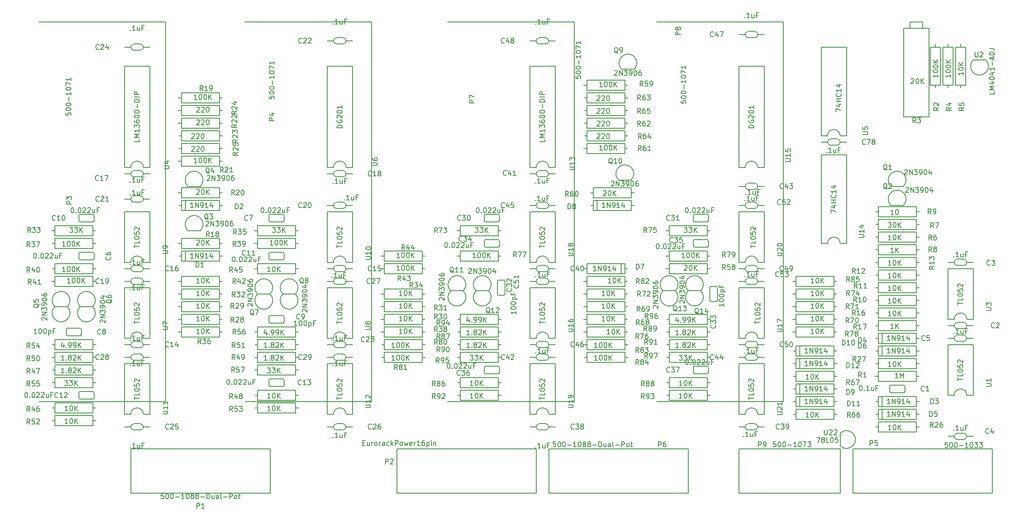
<source format=gto>
G04 #@! TF.GenerationSoftware,KiCad,Pcbnew,(5.0.1)-3*
G04 #@! TF.CreationDate,2018-12-06T20:46:29-08:00*
G04 #@! TF.ProjectId,500-1070,3530302D313037302E6B696361645F70,rev?*
G04 #@! TF.SameCoordinates,Original*
G04 #@! TF.FileFunction,Legend,Top*
G04 #@! TF.FilePolarity,Positive*
%FSLAX46Y46*%
G04 Gerber Fmt 4.6, Leading zero omitted, Abs format (unit mm)*
G04 Created by KiCad (PCBNEW (5.0.1)-3) date 12/6/2018 8:46:29 PM*
%MOMM*%
%LPD*%
G01*
G04 APERTURE LIST*
%ADD10C,0.150000*%
G04 APERTURE END LIST*
D10*
G04 #@! TO.C,P3*
X66675000Y-19050000D02*
X41275000Y-19050000D01*
X41275000Y-95250000D02*
X66675000Y-95250000D01*
X66675000Y-95250000D02*
X66675000Y-19050000D01*
G04 #@! TO.C,P7*
X148590000Y-19050000D02*
X123190000Y-19050000D01*
X123190000Y-95250000D02*
X148590000Y-95250000D01*
X148590000Y-95250000D02*
X148590000Y-19050000D01*
G04 #@! TO.C,P8*
X190500000Y-19050000D02*
X165100000Y-19050000D01*
X165100000Y-95250000D02*
X190500000Y-95250000D01*
X190500000Y-95250000D02*
X190500000Y-19050000D01*
G04 #@! TO.C,C2*
X226695000Y-80645000D02*
G75*
G03X227330000Y-80010000I0J635000D01*
G01*
X227330000Y-80010000D02*
G75*
G03X226695000Y-79375000I-635000J0D01*
G01*
X224790000Y-80010000D02*
G75*
G03X225425000Y-80645000I635000J0D01*
G01*
X225425000Y-79375000D02*
G75*
G03X224790000Y-80010000I0J-635000D01*
G01*
X225425000Y-80645000D02*
X226695000Y-80645000D01*
X225425000Y-79375000D02*
X226695000Y-79375000D01*
X228600000Y-80010000D02*
X227330000Y-80010000D01*
X223520000Y-80010000D02*
X224790000Y-80010000D01*
G04 #@! TO.C,C3*
X228600000Y-67310000D02*
X227330000Y-67310000D01*
X223520000Y-67310000D02*
X224790000Y-67310000D01*
X226695000Y-67945000D02*
X225425000Y-67945000D01*
X226695000Y-66675000D02*
X225425000Y-66675000D01*
X226695000Y-67945000D02*
G75*
G03X227330000Y-67310000I0J635000D01*
G01*
X227330000Y-67310000D02*
G75*
G03X226695000Y-66675000I-635000J0D01*
G01*
X224790000Y-67310000D02*
G75*
G03X225425000Y-67945000I635000J0D01*
G01*
X225425000Y-66675000D02*
G75*
G03X224790000Y-67310000I0J-635000D01*
G01*
G04 #@! TO.C,C4*
X226695000Y-102870000D02*
G75*
G03X227330000Y-102235000I0J635000D01*
G01*
X227330000Y-102235000D02*
G75*
G03X226695000Y-101600000I-635000J0D01*
G01*
X224790000Y-102235000D02*
G75*
G03X225425000Y-102870000I635000J0D01*
G01*
X225425000Y-101600000D02*
G75*
G03X224790000Y-102235000I0J-635000D01*
G01*
X225425000Y-102870000D02*
X226695000Y-102870000D01*
X225425000Y-101600000D02*
X226695000Y-101600000D01*
X228600000Y-102235000D02*
X227330000Y-102235000D01*
X223520000Y-102235000D02*
X224790000Y-102235000D01*
G04 #@! TO.C,C5*
X228600000Y-82550000D02*
X227330000Y-82550000D01*
X223520000Y-82550000D02*
X224790000Y-82550000D01*
X226695000Y-83185000D02*
X225425000Y-83185000D01*
X226695000Y-81915000D02*
X225425000Y-81915000D01*
X226695000Y-83185000D02*
G75*
G03X227330000Y-82550000I0J635000D01*
G01*
X227330000Y-82550000D02*
G75*
G03X226695000Y-81915000I-635000J0D01*
G01*
X224790000Y-82550000D02*
G75*
G03X225425000Y-83185000I635000J0D01*
G01*
X225425000Y-81915000D02*
G75*
G03X224790000Y-82550000I0J-635000D01*
G01*
G04 #@! TO.C,C6*
X52324000Y-66040000D02*
X52324000Y-65532000D01*
X52324000Y-66040000D02*
X52324000Y-66548000D01*
X49276000Y-65532000D02*
X49276000Y-66548000D01*
X49530000Y-66802000D02*
X52070000Y-66802000D01*
X52070000Y-65278000D02*
X49530000Y-65278000D01*
X52324000Y-65532000D02*
G75*
G03X52070000Y-65278000I-254000J0D01*
G01*
X49530000Y-65278000D02*
G75*
G03X49276000Y-65532000I0J-254000D01*
G01*
X49276000Y-66548000D02*
G75*
G03X49530000Y-66802000I254000J0D01*
G01*
X52070000Y-66802000D02*
G75*
G03X52324000Y-66548000I0J254000D01*
G01*
G04 #@! TO.C,C7*
X87630000Y-57658000D02*
G75*
G03X87376000Y-57912000I0J-254000D01*
G01*
X90424000Y-57912000D02*
G75*
G03X90170000Y-57658000I-254000J0D01*
G01*
X90170000Y-59182000D02*
G75*
G03X90424000Y-58928000I0J254000D01*
G01*
X87376000Y-58928000D02*
G75*
G03X87630000Y-59182000I254000J0D01*
G01*
X87630000Y-59182000D02*
X90170000Y-59182000D01*
X90170000Y-57658000D02*
X87630000Y-57658000D01*
X90424000Y-58928000D02*
X90424000Y-57912000D01*
X87376000Y-58420000D02*
X87376000Y-57912000D01*
X87376000Y-58420000D02*
X87376000Y-58928000D01*
G04 #@! TO.C,C8*
X49784000Y-81280000D02*
X49784000Y-80772000D01*
X49784000Y-81280000D02*
X49784000Y-81788000D01*
X46736000Y-80772000D02*
X46736000Y-81788000D01*
X46990000Y-82042000D02*
X49530000Y-82042000D01*
X49530000Y-80518000D02*
X46990000Y-80518000D01*
X49784000Y-80772000D02*
G75*
G03X49530000Y-80518000I-254000J0D01*
G01*
X46990000Y-80518000D02*
G75*
G03X46736000Y-80772000I0J-254000D01*
G01*
X46736000Y-81788000D02*
G75*
G03X46990000Y-82042000I254000J0D01*
G01*
X49530000Y-82042000D02*
G75*
G03X49784000Y-81788000I0J254000D01*
G01*
G04 #@! TO.C,C9*
X90170000Y-79502000D02*
G75*
G03X90424000Y-79248000I0J254000D01*
G01*
X87376000Y-79248000D02*
G75*
G03X87630000Y-79502000I254000J0D01*
G01*
X87630000Y-77978000D02*
G75*
G03X87376000Y-78232000I0J-254000D01*
G01*
X90424000Y-78232000D02*
G75*
G03X90170000Y-77978000I-254000J0D01*
G01*
X90170000Y-77978000D02*
X87630000Y-77978000D01*
X87630000Y-79502000D02*
X90170000Y-79502000D01*
X87376000Y-78232000D02*
X87376000Y-79248000D01*
X90424000Y-78740000D02*
X90424000Y-79248000D01*
X90424000Y-78740000D02*
X90424000Y-78232000D01*
G04 #@! TO.C,C10*
X49276000Y-58420000D02*
X49276000Y-58928000D01*
X49276000Y-58420000D02*
X49276000Y-57912000D01*
X52324000Y-58928000D02*
X52324000Y-57912000D01*
X52070000Y-57658000D02*
X49530000Y-57658000D01*
X49530000Y-59182000D02*
X52070000Y-59182000D01*
X49276000Y-58928000D02*
G75*
G03X49530000Y-59182000I254000J0D01*
G01*
X52070000Y-59182000D02*
G75*
G03X52324000Y-58928000I0J254000D01*
G01*
X52324000Y-57912000D02*
G75*
G03X52070000Y-57658000I-254000J0D01*
G01*
X49530000Y-57658000D02*
G75*
G03X49276000Y-57912000I0J-254000D01*
G01*
G04 #@! TO.C,C11*
X90424000Y-66040000D02*
X90424000Y-65532000D01*
X90424000Y-66040000D02*
X90424000Y-66548000D01*
X87376000Y-65532000D02*
X87376000Y-66548000D01*
X87630000Y-66802000D02*
X90170000Y-66802000D01*
X90170000Y-65278000D02*
X87630000Y-65278000D01*
X90424000Y-65532000D02*
G75*
G03X90170000Y-65278000I-254000J0D01*
G01*
X87630000Y-65278000D02*
G75*
G03X87376000Y-65532000I0J-254000D01*
G01*
X87376000Y-66548000D02*
G75*
G03X87630000Y-66802000I254000J0D01*
G01*
X90170000Y-66802000D02*
G75*
G03X90424000Y-66548000I0J254000D01*
G01*
G04 #@! TO.C,C12*
X52070000Y-94742000D02*
G75*
G03X52324000Y-94488000I0J254000D01*
G01*
X49276000Y-94488000D02*
G75*
G03X49530000Y-94742000I254000J0D01*
G01*
X49530000Y-93218000D02*
G75*
G03X49276000Y-93472000I0J-254000D01*
G01*
X52324000Y-93472000D02*
G75*
G03X52070000Y-93218000I-254000J0D01*
G01*
X52070000Y-93218000D02*
X49530000Y-93218000D01*
X49530000Y-94742000D02*
X52070000Y-94742000D01*
X49276000Y-93472000D02*
X49276000Y-94488000D01*
X52324000Y-93980000D02*
X52324000Y-94488000D01*
X52324000Y-93980000D02*
X52324000Y-93472000D01*
G04 #@! TO.C,C13*
X90424000Y-91440000D02*
X90424000Y-90932000D01*
X90424000Y-91440000D02*
X90424000Y-91948000D01*
X87376000Y-90932000D02*
X87376000Y-91948000D01*
X87630000Y-92202000D02*
X90170000Y-92202000D01*
X90170000Y-90678000D02*
X87630000Y-90678000D01*
X90424000Y-90932000D02*
G75*
G03X90170000Y-90678000I-254000J0D01*
G01*
X87630000Y-90678000D02*
G75*
G03X87376000Y-90932000I0J-254000D01*
G01*
X87376000Y-91948000D02*
G75*
G03X87630000Y-92202000I254000J0D01*
G01*
X90170000Y-92202000D02*
G75*
G03X90424000Y-91948000I0J254000D01*
G01*
G04 #@! TO.C,C14*
X61595000Y-84455000D02*
G75*
G03X62230000Y-83820000I0J635000D01*
G01*
X62230000Y-83820000D02*
G75*
G03X61595000Y-83185000I-635000J0D01*
G01*
X59690000Y-83820000D02*
G75*
G03X60325000Y-84455000I635000J0D01*
G01*
X60325000Y-83185000D02*
G75*
G03X59690000Y-83820000I0J-635000D01*
G01*
X60325000Y-84455000D02*
X61595000Y-84455000D01*
X60325000Y-83185000D02*
X61595000Y-83185000D01*
X63500000Y-83820000D02*
X62230000Y-83820000D01*
X58420000Y-83820000D02*
X59690000Y-83820000D01*
G04 #@! TO.C,C15*
X99060000Y-68580000D02*
X100330000Y-68580000D01*
X104140000Y-68580000D02*
X102870000Y-68580000D01*
X100965000Y-67945000D02*
X102235000Y-67945000D01*
X100965000Y-69215000D02*
X102235000Y-69215000D01*
X100965000Y-67945000D02*
G75*
G03X100330000Y-68580000I0J-635000D01*
G01*
X100330000Y-68580000D02*
G75*
G03X100965000Y-69215000I635000J0D01*
G01*
X102870000Y-68580000D02*
G75*
G03X102235000Y-67945000I-635000J0D01*
G01*
X102235000Y-69215000D02*
G75*
G03X102870000Y-68580000I0J635000D01*
G01*
G04 #@! TO.C,C16*
X61595000Y-69215000D02*
G75*
G03X62230000Y-68580000I0J635000D01*
G01*
X62230000Y-68580000D02*
G75*
G03X61595000Y-67945000I-635000J0D01*
G01*
X59690000Y-68580000D02*
G75*
G03X60325000Y-69215000I635000J0D01*
G01*
X60325000Y-67945000D02*
G75*
G03X59690000Y-68580000I0J-635000D01*
G01*
X60325000Y-69215000D02*
X61595000Y-69215000D01*
X60325000Y-67945000D02*
X61595000Y-67945000D01*
X63500000Y-68580000D02*
X62230000Y-68580000D01*
X58420000Y-68580000D02*
X59690000Y-68580000D01*
G04 #@! TO.C,C17*
X61595000Y-50165000D02*
G75*
G03X62230000Y-49530000I0J635000D01*
G01*
X62230000Y-49530000D02*
G75*
G03X61595000Y-48895000I-635000J0D01*
G01*
X59690000Y-49530000D02*
G75*
G03X60325000Y-50165000I635000J0D01*
G01*
X60325000Y-48895000D02*
G75*
G03X59690000Y-49530000I0J-635000D01*
G01*
X60325000Y-50165000D02*
X61595000Y-50165000D01*
X60325000Y-48895000D02*
X61595000Y-48895000D01*
X63500000Y-49530000D02*
X62230000Y-49530000D01*
X58420000Y-49530000D02*
X59690000Y-49530000D01*
G04 #@! TO.C,C18*
X99060000Y-49530000D02*
X100330000Y-49530000D01*
X104140000Y-49530000D02*
X102870000Y-49530000D01*
X100965000Y-48895000D02*
X102235000Y-48895000D01*
X100965000Y-50165000D02*
X102235000Y-50165000D01*
X100965000Y-48895000D02*
G75*
G03X100330000Y-49530000I0J-635000D01*
G01*
X100330000Y-49530000D02*
G75*
G03X100965000Y-50165000I635000J0D01*
G01*
X102870000Y-49530000D02*
G75*
G03X102235000Y-48895000I-635000J0D01*
G01*
X102235000Y-50165000D02*
G75*
G03X102870000Y-49530000I0J635000D01*
G01*
G04 #@! TO.C,C19*
X60325000Y-70485000D02*
G75*
G03X59690000Y-71120000I0J-635000D01*
G01*
X59690000Y-71120000D02*
G75*
G03X60325000Y-71755000I635000J0D01*
G01*
X62230000Y-71120000D02*
G75*
G03X61595000Y-70485000I-635000J0D01*
G01*
X61595000Y-71755000D02*
G75*
G03X62230000Y-71120000I0J635000D01*
G01*
X61595000Y-70485000D02*
X60325000Y-70485000D01*
X61595000Y-71755000D02*
X60325000Y-71755000D01*
X58420000Y-71120000D02*
X59690000Y-71120000D01*
X63500000Y-71120000D02*
X62230000Y-71120000D01*
G04 #@! TO.C,C20*
X104140000Y-55880000D02*
X102870000Y-55880000D01*
X99060000Y-55880000D02*
X100330000Y-55880000D01*
X102235000Y-56515000D02*
X100965000Y-56515000D01*
X102235000Y-55245000D02*
X100965000Y-55245000D01*
X102235000Y-56515000D02*
G75*
G03X102870000Y-55880000I0J635000D01*
G01*
X102870000Y-55880000D02*
G75*
G03X102235000Y-55245000I-635000J0D01*
G01*
X100330000Y-55880000D02*
G75*
G03X100965000Y-56515000I635000J0D01*
G01*
X100965000Y-55245000D02*
G75*
G03X100330000Y-55880000I0J-635000D01*
G01*
G04 #@! TO.C,C21*
X60325000Y-53975000D02*
G75*
G03X59690000Y-54610000I0J-635000D01*
G01*
X59690000Y-54610000D02*
G75*
G03X60325000Y-55245000I635000J0D01*
G01*
X62230000Y-54610000D02*
G75*
G03X61595000Y-53975000I-635000J0D01*
G01*
X61595000Y-55245000D02*
G75*
G03X62230000Y-54610000I0J635000D01*
G01*
X61595000Y-53975000D02*
X60325000Y-53975000D01*
X61595000Y-55245000D02*
X60325000Y-55245000D01*
X58420000Y-54610000D02*
X59690000Y-54610000D01*
X63500000Y-54610000D02*
X62230000Y-54610000D01*
G04 #@! TO.C,C22*
X100965000Y-22225000D02*
G75*
G03X100330000Y-22860000I0J-635000D01*
G01*
X100330000Y-22860000D02*
G75*
G03X100965000Y-23495000I635000J0D01*
G01*
X102870000Y-22860000D02*
G75*
G03X102235000Y-22225000I-635000J0D01*
G01*
X102235000Y-23495000D02*
G75*
G03X102870000Y-22860000I0J635000D01*
G01*
X102235000Y-22225000D02*
X100965000Y-22225000D01*
X102235000Y-23495000D02*
X100965000Y-23495000D01*
X99060000Y-22860000D02*
X100330000Y-22860000D01*
X104140000Y-22860000D02*
X102870000Y-22860000D01*
G04 #@! TO.C,C23*
X102235000Y-84455000D02*
G75*
G03X102870000Y-83820000I0J635000D01*
G01*
X102870000Y-83820000D02*
G75*
G03X102235000Y-83185000I-635000J0D01*
G01*
X100330000Y-83820000D02*
G75*
G03X100965000Y-84455000I635000J0D01*
G01*
X100965000Y-83185000D02*
G75*
G03X100330000Y-83820000I0J-635000D01*
G01*
X100965000Y-84455000D02*
X102235000Y-84455000D01*
X100965000Y-83185000D02*
X102235000Y-83185000D01*
X104140000Y-83820000D02*
X102870000Y-83820000D01*
X99060000Y-83820000D02*
X100330000Y-83820000D01*
G04 #@! TO.C,C24*
X63500000Y-24130000D02*
X62230000Y-24130000D01*
X58420000Y-24130000D02*
X59690000Y-24130000D01*
X61595000Y-24765000D02*
X60325000Y-24765000D01*
X61595000Y-23495000D02*
X60325000Y-23495000D01*
X61595000Y-24765000D02*
G75*
G03X62230000Y-24130000I0J635000D01*
G01*
X62230000Y-24130000D02*
G75*
G03X61595000Y-23495000I-635000J0D01*
G01*
X59690000Y-24130000D02*
G75*
G03X60325000Y-24765000I635000J0D01*
G01*
X60325000Y-23495000D02*
G75*
G03X59690000Y-24130000I0J-635000D01*
G01*
G04 #@! TO.C,C25*
X58420000Y-100330000D02*
X59690000Y-100330000D01*
X63500000Y-100330000D02*
X62230000Y-100330000D01*
X60325000Y-99695000D02*
X61595000Y-99695000D01*
X60325000Y-100965000D02*
X61595000Y-100965000D01*
X60325000Y-99695000D02*
G75*
G03X59690000Y-100330000I0J-635000D01*
G01*
X59690000Y-100330000D02*
G75*
G03X60325000Y-100965000I635000J0D01*
G01*
X62230000Y-100330000D02*
G75*
G03X61595000Y-99695000I-635000J0D01*
G01*
X61595000Y-100965000D02*
G75*
G03X62230000Y-100330000I0J635000D01*
G01*
G04 #@! TO.C,C26*
X102235000Y-100965000D02*
G75*
G03X102870000Y-100330000I0J635000D01*
G01*
X102870000Y-100330000D02*
G75*
G03X102235000Y-99695000I-635000J0D01*
G01*
X100330000Y-100330000D02*
G75*
G03X100965000Y-100965000I635000J0D01*
G01*
X100965000Y-99695000D02*
G75*
G03X100330000Y-100330000I0J-635000D01*
G01*
X100965000Y-100965000D02*
X102235000Y-100965000D01*
X100965000Y-99695000D02*
X102235000Y-99695000D01*
X104140000Y-100330000D02*
X102870000Y-100330000D01*
X99060000Y-100330000D02*
X100330000Y-100330000D01*
G04 #@! TO.C,C27*
X104140000Y-71120000D02*
X102870000Y-71120000D01*
X99060000Y-71120000D02*
X100330000Y-71120000D01*
X102235000Y-71755000D02*
X100965000Y-71755000D01*
X102235000Y-70485000D02*
X100965000Y-70485000D01*
X102235000Y-71755000D02*
G75*
G03X102870000Y-71120000I0J635000D01*
G01*
X102870000Y-71120000D02*
G75*
G03X102235000Y-70485000I-635000J0D01*
G01*
X100330000Y-71120000D02*
G75*
G03X100965000Y-71755000I635000J0D01*
G01*
X100965000Y-70485000D02*
G75*
G03X100330000Y-71120000I0J-635000D01*
G01*
G04 #@! TO.C,C28*
X60325000Y-85725000D02*
G75*
G03X59690000Y-86360000I0J-635000D01*
G01*
X59690000Y-86360000D02*
G75*
G03X60325000Y-86995000I635000J0D01*
G01*
X62230000Y-86360000D02*
G75*
G03X61595000Y-85725000I-635000J0D01*
G01*
X61595000Y-86995000D02*
G75*
G03X62230000Y-86360000I0J635000D01*
G01*
X61595000Y-85725000D02*
X60325000Y-85725000D01*
X61595000Y-86995000D02*
X60325000Y-86995000D01*
X58420000Y-86360000D02*
X59690000Y-86360000D01*
X63500000Y-86360000D02*
X62230000Y-86360000D01*
G04 #@! TO.C,C29*
X104140000Y-86360000D02*
X102870000Y-86360000D01*
X99060000Y-86360000D02*
X100330000Y-86360000D01*
X102235000Y-86995000D02*
X100965000Y-86995000D01*
X102235000Y-85725000D02*
X100965000Y-85725000D01*
X102235000Y-86995000D02*
G75*
G03X102870000Y-86360000I0J635000D01*
G01*
X102870000Y-86360000D02*
G75*
G03X102235000Y-85725000I-635000J0D01*
G01*
X100330000Y-86360000D02*
G75*
G03X100965000Y-86995000I635000J0D01*
G01*
X100965000Y-85725000D02*
G75*
G03X100330000Y-86360000I0J-635000D01*
G01*
G04 #@! TO.C,C30*
X130810000Y-57658000D02*
G75*
G03X130556000Y-57912000I0J-254000D01*
G01*
X133604000Y-57912000D02*
G75*
G03X133350000Y-57658000I-254000J0D01*
G01*
X133350000Y-59182000D02*
G75*
G03X133604000Y-58928000I0J254000D01*
G01*
X130556000Y-58928000D02*
G75*
G03X130810000Y-59182000I254000J0D01*
G01*
X130810000Y-59182000D02*
X133350000Y-59182000D01*
X133350000Y-57658000D02*
X130810000Y-57658000D01*
X133604000Y-58928000D02*
X133604000Y-57912000D01*
X130556000Y-58420000D02*
X130556000Y-57912000D01*
X130556000Y-58420000D02*
X130556000Y-58928000D01*
G04 #@! TO.C,C31*
X172466000Y-58420000D02*
X172466000Y-58928000D01*
X172466000Y-58420000D02*
X172466000Y-57912000D01*
X175514000Y-58928000D02*
X175514000Y-57912000D01*
X175260000Y-57658000D02*
X172720000Y-57658000D01*
X172720000Y-59182000D02*
X175260000Y-59182000D01*
X172466000Y-58928000D02*
G75*
G03X172720000Y-59182000I254000J0D01*
G01*
X175260000Y-59182000D02*
G75*
G03X175514000Y-58928000I0J254000D01*
G01*
X175514000Y-57912000D02*
G75*
G03X175260000Y-57658000I-254000J0D01*
G01*
X172720000Y-57658000D02*
G75*
G03X172466000Y-57912000I0J-254000D01*
G01*
G04 #@! TO.C,C32*
X133223000Y-73660000D02*
G75*
G03X133477000Y-73914000I254000J0D01*
G01*
X133477000Y-70866000D02*
G75*
G03X133223000Y-71120000I0J-254000D01*
G01*
X134747000Y-71120000D02*
G75*
G03X134493000Y-70866000I-254000J0D01*
G01*
X134493000Y-73914000D02*
G75*
G03X134747000Y-73660000I0J254000D01*
G01*
X134747000Y-73660000D02*
X134747000Y-71120000D01*
X133223000Y-71120000D02*
X133223000Y-73660000D01*
X134493000Y-70866000D02*
X133477000Y-70866000D01*
X133985000Y-73914000D02*
X133477000Y-73914000D01*
X133985000Y-73914000D02*
X134493000Y-73914000D01*
G04 #@! TO.C,C33*
X175768000Y-74930000D02*
G75*
G03X176022000Y-75184000I254000J0D01*
G01*
X176022000Y-72136000D02*
G75*
G03X175768000Y-72390000I0J-254000D01*
G01*
X177292000Y-72390000D02*
G75*
G03X177038000Y-72136000I-254000J0D01*
G01*
X177038000Y-75184000D02*
G75*
G03X177292000Y-74930000I0J254000D01*
G01*
X177292000Y-74930000D02*
X177292000Y-72390000D01*
X175768000Y-72390000D02*
X175768000Y-74930000D01*
X177038000Y-72136000D02*
X176022000Y-72136000D01*
X176530000Y-75184000D02*
X176022000Y-75184000D01*
X176530000Y-75184000D02*
X177038000Y-75184000D01*
G04 #@! TO.C,C34*
X133350000Y-64262000D02*
G75*
G03X133604000Y-64008000I0J254000D01*
G01*
X130556000Y-64008000D02*
G75*
G03X130810000Y-64262000I254000J0D01*
G01*
X130810000Y-62738000D02*
G75*
G03X130556000Y-62992000I0J-254000D01*
G01*
X133604000Y-62992000D02*
G75*
G03X133350000Y-62738000I-254000J0D01*
G01*
X133350000Y-62738000D02*
X130810000Y-62738000D01*
X130810000Y-64262000D02*
X133350000Y-64262000D01*
X130556000Y-62992000D02*
X130556000Y-64008000D01*
X133604000Y-63500000D02*
X133604000Y-64008000D01*
X133604000Y-63500000D02*
X133604000Y-62992000D01*
G04 #@! TO.C,C35*
X175260000Y-64262000D02*
G75*
G03X175514000Y-64008000I0J254000D01*
G01*
X172466000Y-64008000D02*
G75*
G03X172720000Y-64262000I254000J0D01*
G01*
X172720000Y-62738000D02*
G75*
G03X172466000Y-62992000I0J-254000D01*
G01*
X175514000Y-62992000D02*
G75*
G03X175260000Y-62738000I-254000J0D01*
G01*
X175260000Y-62738000D02*
X172720000Y-62738000D01*
X172720000Y-64262000D02*
X175260000Y-64262000D01*
X172466000Y-62992000D02*
X172466000Y-64008000D01*
X175514000Y-63500000D02*
X175514000Y-64008000D01*
X175514000Y-63500000D02*
X175514000Y-62992000D01*
G04 #@! TO.C,C36*
X130810000Y-88138000D02*
G75*
G03X130556000Y-88392000I0J-254000D01*
G01*
X133604000Y-88392000D02*
G75*
G03X133350000Y-88138000I-254000J0D01*
G01*
X133350000Y-89662000D02*
G75*
G03X133604000Y-89408000I0J254000D01*
G01*
X130556000Y-89408000D02*
G75*
G03X130810000Y-89662000I254000J0D01*
G01*
X130810000Y-89662000D02*
X133350000Y-89662000D01*
X133350000Y-88138000D02*
X130810000Y-88138000D01*
X133604000Y-89408000D02*
X133604000Y-88392000D01*
X130556000Y-88900000D02*
X130556000Y-88392000D01*
X130556000Y-88900000D02*
X130556000Y-89408000D01*
G04 #@! TO.C,C37*
X172720000Y-88138000D02*
G75*
G03X172466000Y-88392000I0J-254000D01*
G01*
X175514000Y-88392000D02*
G75*
G03X175260000Y-88138000I-254000J0D01*
G01*
X175260000Y-89662000D02*
G75*
G03X175514000Y-89408000I0J254000D01*
G01*
X172466000Y-89408000D02*
G75*
G03X172720000Y-89662000I254000J0D01*
G01*
X172720000Y-89662000D02*
X175260000Y-89662000D01*
X175260000Y-88138000D02*
X172720000Y-88138000D01*
X175514000Y-89408000D02*
X175514000Y-88392000D01*
X172466000Y-88900000D02*
X172466000Y-88392000D01*
X172466000Y-88900000D02*
X172466000Y-89408000D01*
G04 #@! TO.C,C38*
X142875000Y-100965000D02*
G75*
G03X143510000Y-100330000I0J635000D01*
G01*
X143510000Y-100330000D02*
G75*
G03X142875000Y-99695000I-635000J0D01*
G01*
X140970000Y-100330000D02*
G75*
G03X141605000Y-100965000I635000J0D01*
G01*
X141605000Y-99695000D02*
G75*
G03X140970000Y-100330000I0J-635000D01*
G01*
X141605000Y-100965000D02*
X142875000Y-100965000D01*
X141605000Y-99695000D02*
X142875000Y-99695000D01*
X144780000Y-100330000D02*
X143510000Y-100330000D01*
X139700000Y-100330000D02*
X140970000Y-100330000D01*
G04 #@! TO.C,C39*
X184785000Y-100965000D02*
G75*
G03X185420000Y-100330000I0J635000D01*
G01*
X185420000Y-100330000D02*
G75*
G03X184785000Y-99695000I-635000J0D01*
G01*
X182880000Y-100330000D02*
G75*
G03X183515000Y-100965000I635000J0D01*
G01*
X183515000Y-99695000D02*
G75*
G03X182880000Y-100330000I0J-635000D01*
G01*
X183515000Y-100965000D02*
X184785000Y-100965000D01*
X183515000Y-99695000D02*
X184785000Y-99695000D01*
X186690000Y-100330000D02*
X185420000Y-100330000D01*
X181610000Y-100330000D02*
X182880000Y-100330000D01*
G04 #@! TO.C,C40*
X139700000Y-68580000D02*
X140970000Y-68580000D01*
X144780000Y-68580000D02*
X143510000Y-68580000D01*
X141605000Y-67945000D02*
X142875000Y-67945000D01*
X141605000Y-69215000D02*
X142875000Y-69215000D01*
X141605000Y-67945000D02*
G75*
G03X140970000Y-68580000I0J-635000D01*
G01*
X140970000Y-68580000D02*
G75*
G03X141605000Y-69215000I635000J0D01*
G01*
X143510000Y-68580000D02*
G75*
G03X142875000Y-67945000I-635000J0D01*
G01*
X142875000Y-69215000D02*
G75*
G03X143510000Y-68580000I0J635000D01*
G01*
G04 #@! TO.C,C41*
X139700000Y-49530000D02*
X140970000Y-49530000D01*
X144780000Y-49530000D02*
X143510000Y-49530000D01*
X141605000Y-48895000D02*
X142875000Y-48895000D01*
X141605000Y-50165000D02*
X142875000Y-50165000D01*
X141605000Y-48895000D02*
G75*
G03X140970000Y-49530000I0J-635000D01*
G01*
X140970000Y-49530000D02*
G75*
G03X141605000Y-50165000I635000J0D01*
G01*
X143510000Y-49530000D02*
G75*
G03X142875000Y-48895000I-635000J0D01*
G01*
X142875000Y-50165000D02*
G75*
G03X143510000Y-49530000I0J635000D01*
G01*
G04 #@! TO.C,C42*
X141605000Y-85725000D02*
G75*
G03X140970000Y-86360000I0J-635000D01*
G01*
X140970000Y-86360000D02*
G75*
G03X141605000Y-86995000I635000J0D01*
G01*
X143510000Y-86360000D02*
G75*
G03X142875000Y-85725000I-635000J0D01*
G01*
X142875000Y-86995000D02*
G75*
G03X143510000Y-86360000I0J635000D01*
G01*
X142875000Y-85725000D02*
X141605000Y-85725000D01*
X142875000Y-86995000D02*
X141605000Y-86995000D01*
X139700000Y-86360000D02*
X140970000Y-86360000D01*
X144780000Y-86360000D02*
X143510000Y-86360000D01*
G04 #@! TO.C,C43*
X184785000Y-52705000D02*
G75*
G03X185420000Y-52070000I0J635000D01*
G01*
X185420000Y-52070000D02*
G75*
G03X184785000Y-51435000I-635000J0D01*
G01*
X182880000Y-52070000D02*
G75*
G03X183515000Y-52705000I635000J0D01*
G01*
X183515000Y-51435000D02*
G75*
G03X182880000Y-52070000I0J-635000D01*
G01*
X183515000Y-52705000D02*
X184785000Y-52705000D01*
X183515000Y-51435000D02*
X184785000Y-51435000D01*
X186690000Y-52070000D02*
X185420000Y-52070000D01*
X181610000Y-52070000D02*
X182880000Y-52070000D01*
G04 #@! TO.C,C44*
X186690000Y-86360000D02*
X185420000Y-86360000D01*
X181610000Y-86360000D02*
X182880000Y-86360000D01*
X184785000Y-86995000D02*
X183515000Y-86995000D01*
X184785000Y-85725000D02*
X183515000Y-85725000D01*
X184785000Y-86995000D02*
G75*
G03X185420000Y-86360000I0J635000D01*
G01*
X185420000Y-86360000D02*
G75*
G03X184785000Y-85725000I-635000J0D01*
G01*
X182880000Y-86360000D02*
G75*
G03X183515000Y-86995000I635000J0D01*
G01*
X183515000Y-85725000D02*
G75*
G03X182880000Y-86360000I0J-635000D01*
G01*
G04 #@! TO.C,C45*
X144780000Y-55880000D02*
X143510000Y-55880000D01*
X139700000Y-55880000D02*
X140970000Y-55880000D01*
X142875000Y-56515000D02*
X141605000Y-56515000D01*
X142875000Y-55245000D02*
X141605000Y-55245000D01*
X142875000Y-56515000D02*
G75*
G03X143510000Y-55880000I0J635000D01*
G01*
X143510000Y-55880000D02*
G75*
G03X142875000Y-55245000I-635000J0D01*
G01*
X140970000Y-55880000D02*
G75*
G03X141605000Y-56515000I635000J0D01*
G01*
X141605000Y-55245000D02*
G75*
G03X140970000Y-55880000I0J-635000D01*
G01*
G04 #@! TO.C,C46*
X139700000Y-83820000D02*
X140970000Y-83820000D01*
X144780000Y-83820000D02*
X143510000Y-83820000D01*
X141605000Y-83185000D02*
X142875000Y-83185000D01*
X141605000Y-84455000D02*
X142875000Y-84455000D01*
X141605000Y-83185000D02*
G75*
G03X140970000Y-83820000I0J-635000D01*
G01*
X140970000Y-83820000D02*
G75*
G03X141605000Y-84455000I635000J0D01*
G01*
X143510000Y-83820000D02*
G75*
G03X142875000Y-83185000I-635000J0D01*
G01*
X142875000Y-84455000D02*
G75*
G03X143510000Y-83820000I0J635000D01*
G01*
G04 #@! TO.C,C47*
X186690000Y-21590000D02*
X185420000Y-21590000D01*
X181610000Y-21590000D02*
X182880000Y-21590000D01*
X184785000Y-22225000D02*
X183515000Y-22225000D01*
X184785000Y-20955000D02*
X183515000Y-20955000D01*
X184785000Y-22225000D02*
G75*
G03X185420000Y-21590000I0J635000D01*
G01*
X185420000Y-21590000D02*
G75*
G03X184785000Y-20955000I-635000J0D01*
G01*
X182880000Y-21590000D02*
G75*
G03X183515000Y-22225000I635000J0D01*
G01*
X183515000Y-20955000D02*
G75*
G03X182880000Y-21590000I0J-635000D01*
G01*
G04 #@! TO.C,C48*
X141605000Y-22225000D02*
G75*
G03X140970000Y-22860000I0J-635000D01*
G01*
X140970000Y-22860000D02*
G75*
G03X141605000Y-23495000I635000J0D01*
G01*
X143510000Y-22860000D02*
G75*
G03X142875000Y-22225000I-635000J0D01*
G01*
X142875000Y-23495000D02*
G75*
G03X143510000Y-22860000I0J635000D01*
G01*
X142875000Y-22225000D02*
X141605000Y-22225000D01*
X142875000Y-23495000D02*
X141605000Y-23495000D01*
X139700000Y-22860000D02*
X140970000Y-22860000D01*
X144780000Y-22860000D02*
X143510000Y-22860000D01*
G04 #@! TO.C,C49*
X181610000Y-68580000D02*
X182880000Y-68580000D01*
X186690000Y-68580000D02*
X185420000Y-68580000D01*
X183515000Y-67945000D02*
X184785000Y-67945000D01*
X183515000Y-69215000D02*
X184785000Y-69215000D01*
X183515000Y-67945000D02*
G75*
G03X182880000Y-68580000I0J-635000D01*
G01*
X182880000Y-68580000D02*
G75*
G03X183515000Y-69215000I635000J0D01*
G01*
X185420000Y-68580000D02*
G75*
G03X184785000Y-67945000I-635000J0D01*
G01*
X184785000Y-69215000D02*
G75*
G03X185420000Y-68580000I0J635000D01*
G01*
G04 #@! TO.C,C50*
X184785000Y-84455000D02*
G75*
G03X185420000Y-83820000I0J635000D01*
G01*
X185420000Y-83820000D02*
G75*
G03X184785000Y-83185000I-635000J0D01*
G01*
X182880000Y-83820000D02*
G75*
G03X183515000Y-84455000I635000J0D01*
G01*
X183515000Y-83185000D02*
G75*
G03X182880000Y-83820000I0J-635000D01*
G01*
X183515000Y-84455000D02*
X184785000Y-84455000D01*
X183515000Y-83185000D02*
X184785000Y-83185000D01*
X186690000Y-83820000D02*
X185420000Y-83820000D01*
X181610000Y-83820000D02*
X182880000Y-83820000D01*
G04 #@! TO.C,C51*
X141605000Y-70485000D02*
G75*
G03X140970000Y-71120000I0J-635000D01*
G01*
X140970000Y-71120000D02*
G75*
G03X141605000Y-71755000I635000J0D01*
G01*
X143510000Y-71120000D02*
G75*
G03X142875000Y-70485000I-635000J0D01*
G01*
X142875000Y-71755000D02*
G75*
G03X143510000Y-71120000I0J635000D01*
G01*
X142875000Y-70485000D02*
X141605000Y-70485000D01*
X142875000Y-71755000D02*
X141605000Y-71755000D01*
X139700000Y-71120000D02*
X140970000Y-71120000D01*
X144780000Y-71120000D02*
X143510000Y-71120000D01*
G04 #@! TO.C,C52*
X183515000Y-55245000D02*
G75*
G03X182880000Y-55880000I0J-635000D01*
G01*
X182880000Y-55880000D02*
G75*
G03X183515000Y-56515000I635000J0D01*
G01*
X185420000Y-55880000D02*
G75*
G03X184785000Y-55245000I-635000J0D01*
G01*
X184785000Y-56515000D02*
G75*
G03X185420000Y-55880000I0J635000D01*
G01*
X184785000Y-55245000D02*
X183515000Y-55245000D01*
X184785000Y-56515000D02*
X183515000Y-56515000D01*
X181610000Y-55880000D02*
X182880000Y-55880000D01*
X186690000Y-55880000D02*
X185420000Y-55880000D01*
G04 #@! TO.C,C53*
X186690000Y-71120000D02*
X185420000Y-71120000D01*
X181610000Y-71120000D02*
X182880000Y-71120000D01*
X184785000Y-71755000D02*
X183515000Y-71755000D01*
X184785000Y-70485000D02*
X183515000Y-70485000D01*
X184785000Y-71755000D02*
G75*
G03X185420000Y-71120000I0J635000D01*
G01*
X185420000Y-71120000D02*
G75*
G03X184785000Y-70485000I-635000J0D01*
G01*
X182880000Y-71120000D02*
G75*
G03X183515000Y-71755000I635000J0D01*
G01*
X183515000Y-70485000D02*
G75*
G03X182880000Y-71120000I0J-635000D01*
G01*
G04 #@! TO.C,D1*
X77470000Y-65024000D02*
X69850000Y-65024000D01*
X69850000Y-67056000D02*
X77470000Y-67056000D01*
X78105000Y-66040000D02*
X77470000Y-66040000D01*
X69850000Y-66040000D02*
X69342000Y-66040000D01*
X77470000Y-65024000D02*
X77470000Y-67056000D01*
X69850000Y-65024000D02*
X69850000Y-67056000D01*
X70612000Y-67056000D02*
X70612000Y-65024000D01*
G04 #@! TO.C,D2*
X70612000Y-56896000D02*
X70612000Y-54864000D01*
X69850000Y-54864000D02*
X69850000Y-56896000D01*
X77470000Y-54864000D02*
X77470000Y-56896000D01*
X69850000Y-55880000D02*
X69342000Y-55880000D01*
X78105000Y-55880000D02*
X77470000Y-55880000D01*
X69850000Y-56896000D02*
X77470000Y-56896000D01*
X77470000Y-54864000D02*
X69850000Y-54864000D01*
G04 #@! TO.C,D3*
X217170000Y-94234000D02*
X209550000Y-94234000D01*
X209550000Y-96266000D02*
X217170000Y-96266000D01*
X217805000Y-95250000D02*
X217170000Y-95250000D01*
X209550000Y-95250000D02*
X209042000Y-95250000D01*
X217170000Y-94234000D02*
X217170000Y-96266000D01*
X209550000Y-94234000D02*
X209550000Y-96266000D01*
X210312000Y-96266000D02*
X210312000Y-94234000D01*
G04 #@! TO.C,D4*
X210312000Y-83566000D02*
X210312000Y-81534000D01*
X209550000Y-81534000D02*
X209550000Y-83566000D01*
X217170000Y-81534000D02*
X217170000Y-83566000D01*
X209550000Y-82550000D02*
X209042000Y-82550000D01*
X217805000Y-82550000D02*
X217170000Y-82550000D01*
X209550000Y-83566000D02*
X217170000Y-83566000D01*
X217170000Y-81534000D02*
X209550000Y-81534000D01*
G04 #@! TO.C,D5*
X217170000Y-96774000D02*
X209550000Y-96774000D01*
X209550000Y-98806000D02*
X217170000Y-98806000D01*
X217805000Y-97790000D02*
X217170000Y-97790000D01*
X209550000Y-97790000D02*
X209042000Y-97790000D01*
X217170000Y-96774000D02*
X217170000Y-98806000D01*
X209550000Y-96774000D02*
X209550000Y-98806000D01*
X210312000Y-98806000D02*
X210312000Y-96774000D01*
G04 #@! TO.C,D6*
X210312000Y-86106000D02*
X210312000Y-84074000D01*
X209550000Y-84074000D02*
X209550000Y-86106000D01*
X217170000Y-84074000D02*
X217170000Y-86106000D01*
X209550000Y-85090000D02*
X209042000Y-85090000D01*
X217805000Y-85090000D02*
X217170000Y-85090000D01*
X209550000Y-86106000D02*
X217170000Y-86106000D01*
X217170000Y-84074000D02*
X209550000Y-84074000D01*
G04 #@! TO.C,D7*
X157988000Y-67564000D02*
X157988000Y-69596000D01*
X158750000Y-69596000D02*
X158750000Y-67564000D01*
X151130000Y-69596000D02*
X151130000Y-67564000D01*
X158750000Y-68580000D02*
X159258000Y-68580000D01*
X150495000Y-68580000D02*
X151130000Y-68580000D01*
X158750000Y-67564000D02*
X151130000Y-67564000D01*
X151130000Y-69596000D02*
X158750000Y-69596000D01*
G04 #@! TO.C,D8*
X153162000Y-56896000D02*
X153162000Y-54864000D01*
X152400000Y-54864000D02*
X152400000Y-56896000D01*
X160020000Y-54864000D02*
X160020000Y-56896000D01*
X152400000Y-55880000D02*
X151892000Y-55880000D01*
X160655000Y-55880000D02*
X160020000Y-55880000D01*
X152400000Y-56896000D02*
X160020000Y-56896000D01*
X160020000Y-54864000D02*
X152400000Y-54864000D01*
G04 #@! TO.C,D9*
X193802000Y-93726000D02*
X193802000Y-91694000D01*
X193040000Y-91694000D02*
X193040000Y-93726000D01*
X200660000Y-91694000D02*
X200660000Y-93726000D01*
X193040000Y-92710000D02*
X192532000Y-92710000D01*
X201295000Y-92710000D02*
X200660000Y-92710000D01*
X193040000Y-93726000D02*
X200660000Y-93726000D01*
X200660000Y-91694000D02*
X193040000Y-91694000D01*
G04 #@! TO.C,D10*
X193802000Y-86106000D02*
X193802000Y-84074000D01*
X193040000Y-84074000D02*
X193040000Y-86106000D01*
X200660000Y-84074000D02*
X200660000Y-86106000D01*
X193040000Y-85090000D02*
X192532000Y-85090000D01*
X201295000Y-85090000D02*
X200660000Y-85090000D01*
X193040000Y-86106000D02*
X200660000Y-86106000D01*
X200660000Y-84074000D02*
X193040000Y-84074000D01*
G04 #@! TO.C,D11*
X200660000Y-94234000D02*
X193040000Y-94234000D01*
X193040000Y-96266000D02*
X200660000Y-96266000D01*
X201295000Y-95250000D02*
X200660000Y-95250000D01*
X193040000Y-95250000D02*
X192532000Y-95250000D01*
X200660000Y-94234000D02*
X200660000Y-96266000D01*
X193040000Y-94234000D02*
X193040000Y-96266000D01*
X193802000Y-96266000D02*
X193802000Y-94234000D01*
G04 #@! TO.C,D12*
X200660000Y-86614000D02*
X193040000Y-86614000D01*
X193040000Y-88646000D02*
X200660000Y-88646000D01*
X201295000Y-87630000D02*
X200660000Y-87630000D01*
X193040000Y-87630000D02*
X192532000Y-87630000D01*
X200660000Y-86614000D02*
X200660000Y-88646000D01*
X193040000Y-86614000D02*
X193040000Y-88646000D01*
X193802000Y-88646000D02*
X193802000Y-86614000D01*
G04 #@! TO.C,P1*
X59690000Y-113030000D02*
X59690000Y-113665000D01*
X59690000Y-113665000D02*
X87630000Y-113665000D01*
X87630000Y-113665000D02*
X87630000Y-113030000D01*
X87630000Y-105410000D02*
X87630000Y-104775000D01*
X87630000Y-104775000D02*
X59690000Y-104775000D01*
X59690000Y-104775000D02*
X59690000Y-105410000D01*
X87630000Y-111760000D02*
X87630000Y-113030000D01*
X59690000Y-113030000D02*
X59690000Y-111760000D01*
X59690000Y-106680000D02*
X59690000Y-105410000D01*
X87630000Y-105410000D02*
X87630000Y-106680000D01*
X59690000Y-111760000D02*
X59690000Y-106680000D01*
X87630000Y-106680000D02*
X87630000Y-111760000D01*
G04 #@! TO.C,P6*
X171450000Y-106680000D02*
X171450000Y-111760000D01*
X143510000Y-111760000D02*
X143510000Y-106680000D01*
X171450000Y-105410000D02*
X171450000Y-106680000D01*
X143510000Y-106680000D02*
X143510000Y-105410000D01*
X143510000Y-113030000D02*
X143510000Y-111760000D01*
X171450000Y-111760000D02*
X171450000Y-113030000D01*
X143510000Y-104775000D02*
X143510000Y-105410000D01*
X171450000Y-104775000D02*
X143510000Y-104775000D01*
X171450000Y-105410000D02*
X171450000Y-104775000D01*
X171450000Y-113665000D02*
X171450000Y-113030000D01*
X143510000Y-113665000D02*
X171450000Y-113665000D01*
X143510000Y-113030000D02*
X143510000Y-113665000D01*
G04 #@! TO.C,Q1*
X212090000Y-49530000D02*
G75*
G03X212090000Y-52070000I1270000J-1270000D01*
G01*
X214630000Y-49530000D02*
G75*
G03X212090000Y-49530000I-1270000J-1270000D01*
G01*
X214630000Y-52070000D02*
G75*
G03X214630000Y-49530000I-1270000J1270000D01*
G01*
X212090000Y-52070000D02*
X214630000Y-52070000D01*
G04 #@! TO.C,Q2*
X212090000Y-55880000D02*
X214630000Y-55880000D01*
X214630000Y-55880000D02*
G75*
G03X214630000Y-53340000I-1270000J1270000D01*
G01*
X214630000Y-53340000D02*
G75*
G03X212090000Y-53340000I-1270000J-1270000D01*
G01*
X212090000Y-53340000D02*
G75*
G03X212090000Y-55880000I1270000J-1270000D01*
G01*
G04 #@! TO.C,Q3*
X71120000Y-58420000D02*
G75*
G03X71120000Y-60960000I1270000J-1270000D01*
G01*
X73660000Y-58420000D02*
G75*
G03X71120000Y-58420000I-1270000J-1270000D01*
G01*
X73660000Y-60960000D02*
G75*
G03X73660000Y-58420000I-1270000J1270000D01*
G01*
X71120000Y-60960000D02*
X73660000Y-60960000D01*
G04 #@! TO.C,Q4*
X71120000Y-52070000D02*
X73660000Y-52070000D01*
X73660000Y-52070000D02*
G75*
G03X73660000Y-49530000I-1270000J1270000D01*
G01*
X73660000Y-49530000D02*
G75*
G03X71120000Y-49530000I-1270000J-1270000D01*
G01*
X71120000Y-49530000D02*
G75*
G03X71120000Y-52070000I1270000J-1270000D01*
G01*
G04 #@! TO.C,Q5*
X46990000Y-76200000D02*
X44450000Y-76200000D01*
X46990000Y-78740000D02*
G75*
G03X46990000Y-76200000I-1270000J1270000D01*
G01*
X44450000Y-78740000D02*
G75*
G03X46990000Y-78740000I1270000J1270000D01*
G01*
X44450000Y-76200000D02*
G75*
G03X44450000Y-78740000I1270000J-1270000D01*
G01*
X44450000Y-73660000D02*
G75*
G03X44450000Y-76200000I1270000J-1270000D01*
G01*
X46990000Y-73660000D02*
G75*
G03X44450000Y-73660000I-1270000J-1270000D01*
G01*
X46990000Y-76200000D02*
G75*
G03X46990000Y-73660000I-1270000J1270000D01*
G01*
G04 #@! TO.C,Q6*
X52070000Y-76200000D02*
X49530000Y-76200000D01*
X52070000Y-78740000D02*
G75*
G03X52070000Y-76200000I-1270000J1270000D01*
G01*
X49530000Y-78740000D02*
G75*
G03X52070000Y-78740000I1270000J1270000D01*
G01*
X49530000Y-76200000D02*
G75*
G03X49530000Y-78740000I1270000J-1270000D01*
G01*
X49530000Y-73660000D02*
G75*
G03X49530000Y-76200000I1270000J-1270000D01*
G01*
X52070000Y-73660000D02*
G75*
G03X49530000Y-73660000I-1270000J-1270000D01*
G01*
X52070000Y-76200000D02*
G75*
G03X52070000Y-73660000I-1270000J1270000D01*
G01*
G04 #@! TO.C,Q7*
X87630000Y-73660000D02*
X85090000Y-73660000D01*
X87630000Y-76200000D02*
G75*
G03X87630000Y-73660000I-1270000J1270000D01*
G01*
X85090000Y-76200000D02*
G75*
G03X87630000Y-76200000I1270000J1270000D01*
G01*
X85090000Y-73660000D02*
G75*
G03X85090000Y-76200000I1270000J-1270000D01*
G01*
X85090000Y-71120000D02*
G75*
G03X85090000Y-73660000I1270000J-1270000D01*
G01*
X87630000Y-71120000D02*
G75*
G03X85090000Y-71120000I-1270000J-1270000D01*
G01*
X87630000Y-73660000D02*
G75*
G03X87630000Y-71120000I-1270000J1270000D01*
G01*
G04 #@! TO.C,Q8*
X92710000Y-73660000D02*
G75*
G03X92710000Y-71120000I-1270000J1270000D01*
G01*
X92710000Y-71120000D02*
G75*
G03X90170000Y-71120000I-1270000J-1270000D01*
G01*
X90170000Y-71120000D02*
G75*
G03X90170000Y-73660000I1270000J-1270000D01*
G01*
X90170000Y-73660000D02*
G75*
G03X90170000Y-76200000I1270000J-1270000D01*
G01*
X90170000Y-76200000D02*
G75*
G03X92710000Y-76200000I1270000J1270000D01*
G01*
X92710000Y-76200000D02*
G75*
G03X92710000Y-73660000I-1270000J1270000D01*
G01*
X92710000Y-73660000D02*
X90170000Y-73660000D01*
G04 #@! TO.C,Q9*
X158115000Y-28575000D02*
X160655000Y-28575000D01*
X160655000Y-28575000D02*
G75*
G03X160655000Y-26035000I-1270000J1270000D01*
G01*
X160655000Y-26035000D02*
G75*
G03X158115000Y-26035000I-1270000J-1270000D01*
G01*
X158115000Y-26035000D02*
G75*
G03X158115000Y-28575000I1270000J-1270000D01*
G01*
G04 #@! TO.C,Q10*
X157480000Y-48260000D02*
G75*
G03X157480000Y-50800000I1270000J-1270000D01*
G01*
X160020000Y-48260000D02*
G75*
G03X157480000Y-48260000I-1270000J-1270000D01*
G01*
X160020000Y-50800000D02*
G75*
G03X160020000Y-48260000I-1270000J1270000D01*
G01*
X157480000Y-50800000D02*
X160020000Y-50800000D01*
G04 #@! TO.C,Q11*
X126365000Y-73025000D02*
X123825000Y-73025000D01*
X126365000Y-75565000D02*
G75*
G03X126365000Y-73025000I-1270000J1270000D01*
G01*
X123825000Y-75565000D02*
G75*
G03X126365000Y-75565000I1270000J1270000D01*
G01*
X123825000Y-73025000D02*
G75*
G03X123825000Y-75565000I1270000J-1270000D01*
G01*
X123825000Y-70485000D02*
G75*
G03X123825000Y-73025000I1270000J-1270000D01*
G01*
X126365000Y-70485000D02*
G75*
G03X123825000Y-70485000I-1270000J-1270000D01*
G01*
X126365000Y-73025000D02*
G75*
G03X126365000Y-70485000I-1270000J1270000D01*
G01*
G04 #@! TO.C,Q12*
X131445000Y-73025000D02*
G75*
G03X131445000Y-70485000I-1270000J1270000D01*
G01*
X131445000Y-70485000D02*
G75*
G03X128905000Y-70485000I-1270000J-1270000D01*
G01*
X128905000Y-70485000D02*
G75*
G03X128905000Y-73025000I1270000J-1270000D01*
G01*
X128905000Y-73025000D02*
G75*
G03X128905000Y-75565000I1270000J-1270000D01*
G01*
X128905000Y-75565000D02*
G75*
G03X131445000Y-75565000I1270000J1270000D01*
G01*
X131445000Y-75565000D02*
G75*
G03X131445000Y-73025000I-1270000J1270000D01*
G01*
X131445000Y-73025000D02*
X128905000Y-73025000D01*
G04 #@! TO.C,Q13*
X168910000Y-73025000D02*
G75*
G03X168910000Y-70485000I-1270000J1270000D01*
G01*
X168910000Y-70485000D02*
G75*
G03X166370000Y-70485000I-1270000J-1270000D01*
G01*
X166370000Y-70485000D02*
G75*
G03X166370000Y-73025000I1270000J-1270000D01*
G01*
X166370000Y-73025000D02*
G75*
G03X166370000Y-75565000I1270000J-1270000D01*
G01*
X166370000Y-75565000D02*
G75*
G03X168910000Y-75565000I1270000J1270000D01*
G01*
X168910000Y-75565000D02*
G75*
G03X168910000Y-73025000I-1270000J1270000D01*
G01*
X168910000Y-73025000D02*
X166370000Y-73025000D01*
G04 #@! TO.C,Q14*
X173990000Y-73025000D02*
X171450000Y-73025000D01*
X173990000Y-75565000D02*
G75*
G03X173990000Y-73025000I-1270000J1270000D01*
G01*
X171450000Y-75565000D02*
G75*
G03X173990000Y-75565000I1270000J1270000D01*
G01*
X171450000Y-73025000D02*
G75*
G03X171450000Y-75565000I1270000J-1270000D01*
G01*
X171450000Y-70485000D02*
G75*
G03X171450000Y-73025000I1270000J-1270000D01*
G01*
X173990000Y-70485000D02*
G75*
G03X171450000Y-70485000I-1270000J-1270000D01*
G01*
X173990000Y-73025000D02*
G75*
G03X173990000Y-70485000I-1270000J1270000D01*
G01*
G04 #@! TO.C,R1*
X217170000Y-91186000D02*
X217170000Y-89154000D01*
X209550000Y-91186000D02*
X209550000Y-89154000D01*
X217170000Y-90170000D02*
X217678000Y-90170000D01*
X208915000Y-90170000D02*
X209550000Y-90170000D01*
X217170000Y-89154000D02*
X209550000Y-89154000D01*
X209550000Y-91186000D02*
X217170000Y-91186000D01*
G04 #@! TO.C,R2*
X219964000Y-24130000D02*
X219964000Y-31750000D01*
X221996000Y-31750000D02*
X221996000Y-24130000D01*
X220980000Y-23495000D02*
X220980000Y-24130000D01*
X220980000Y-31750000D02*
X220980000Y-32258000D01*
X219964000Y-24130000D02*
X221996000Y-24130000D01*
X219964000Y-31750000D02*
X221996000Y-31750000D01*
G04 #@! TO.C,R3*
X215900000Y-20320000D02*
X215900000Y-19050000D01*
X215900000Y-19050000D02*
X218440000Y-19050000D01*
X218440000Y-19050000D02*
X218440000Y-20320000D01*
X214630000Y-20320000D02*
X219710000Y-20320000D01*
X219710000Y-20320000D02*
X219710000Y-38100000D01*
X219710000Y-38100000D02*
X214630000Y-38100000D01*
X214630000Y-38100000D02*
X214630000Y-20320000D01*
G04 #@! TO.C,R4*
X222504000Y-31750000D02*
X224536000Y-31750000D01*
X222504000Y-24130000D02*
X224536000Y-24130000D01*
X223520000Y-31750000D02*
X223520000Y-32258000D01*
X223520000Y-23495000D02*
X223520000Y-24130000D01*
X224536000Y-31750000D02*
X224536000Y-24130000D01*
X222504000Y-24130000D02*
X222504000Y-31750000D01*
G04 #@! TO.C,R5*
X225044000Y-31750000D02*
X227076000Y-31750000D01*
X225044000Y-24130000D02*
X227076000Y-24130000D01*
X226060000Y-31750000D02*
X226060000Y-32258000D01*
X226060000Y-23495000D02*
X226060000Y-24130000D01*
X227076000Y-31750000D02*
X227076000Y-24130000D01*
X225044000Y-24130000D02*
X225044000Y-31750000D01*
G04 #@! TO.C,R6*
X209550000Y-61214000D02*
X209550000Y-63246000D01*
X217170000Y-61214000D02*
X217170000Y-63246000D01*
X209550000Y-62230000D02*
X209042000Y-62230000D01*
X217805000Y-62230000D02*
X217170000Y-62230000D01*
X209550000Y-63246000D02*
X217170000Y-63246000D01*
X217170000Y-61214000D02*
X209550000Y-61214000D01*
G04 #@! TO.C,R7*
X217170000Y-58674000D02*
X209550000Y-58674000D01*
X209550000Y-60706000D02*
X217170000Y-60706000D01*
X217805000Y-59690000D02*
X217170000Y-59690000D01*
X209550000Y-59690000D02*
X209042000Y-59690000D01*
X217170000Y-58674000D02*
X217170000Y-60706000D01*
X209550000Y-58674000D02*
X209550000Y-60706000D01*
G04 #@! TO.C,R8*
X209550000Y-63754000D02*
X209550000Y-65786000D01*
X217170000Y-63754000D02*
X217170000Y-65786000D01*
X209550000Y-64770000D02*
X209042000Y-64770000D01*
X217805000Y-64770000D02*
X217170000Y-64770000D01*
X209550000Y-65786000D02*
X217170000Y-65786000D01*
X217170000Y-63754000D02*
X209550000Y-63754000D01*
G04 #@! TO.C,R9*
X217170000Y-56134000D02*
X209550000Y-56134000D01*
X209550000Y-58166000D02*
X217170000Y-58166000D01*
X217805000Y-57150000D02*
X217170000Y-57150000D01*
X209550000Y-57150000D02*
X209042000Y-57150000D01*
X217170000Y-56134000D02*
X217170000Y-58166000D01*
X209550000Y-56134000D02*
X209550000Y-58166000D01*
G04 #@! TO.C,R10*
X217170000Y-73914000D02*
X209550000Y-73914000D01*
X209550000Y-75946000D02*
X217170000Y-75946000D01*
X217805000Y-74930000D02*
X217170000Y-74930000D01*
X209550000Y-74930000D02*
X209042000Y-74930000D01*
X217170000Y-73914000D02*
X217170000Y-75946000D01*
X209550000Y-73914000D02*
X209550000Y-75946000D01*
G04 #@! TO.C,R11*
X217170000Y-71374000D02*
X209550000Y-71374000D01*
X209550000Y-73406000D02*
X217170000Y-73406000D01*
X217805000Y-72390000D02*
X217170000Y-72390000D01*
X209550000Y-72390000D02*
X209042000Y-72390000D01*
X217170000Y-71374000D02*
X217170000Y-73406000D01*
X209550000Y-71374000D02*
X209550000Y-73406000D01*
G04 #@! TO.C,R12*
X209550000Y-68834000D02*
X209550000Y-70866000D01*
X217170000Y-68834000D02*
X217170000Y-70866000D01*
X209550000Y-69850000D02*
X209042000Y-69850000D01*
X217805000Y-69850000D02*
X217170000Y-69850000D01*
X209550000Y-70866000D02*
X217170000Y-70866000D01*
X217170000Y-68834000D02*
X209550000Y-68834000D01*
G04 #@! TO.C,R13*
X217170000Y-66294000D02*
X209550000Y-66294000D01*
X209550000Y-68326000D02*
X217170000Y-68326000D01*
X217805000Y-67310000D02*
X217170000Y-67310000D01*
X209550000Y-67310000D02*
X209042000Y-67310000D01*
X217170000Y-66294000D02*
X217170000Y-68326000D01*
X209550000Y-66294000D02*
X209550000Y-68326000D01*
G04 #@! TO.C,R16*
X209550000Y-76454000D02*
X209550000Y-78486000D01*
X217170000Y-76454000D02*
X217170000Y-78486000D01*
X209550000Y-77470000D02*
X209042000Y-77470000D01*
X217805000Y-77470000D02*
X217170000Y-77470000D01*
X209550000Y-78486000D02*
X217170000Y-78486000D01*
X217170000Y-76454000D02*
X209550000Y-76454000D01*
G04 #@! TO.C,R17*
X217170000Y-78994000D02*
X209550000Y-78994000D01*
X209550000Y-81026000D02*
X217170000Y-81026000D01*
X217805000Y-80010000D02*
X217170000Y-80010000D01*
X209550000Y-80010000D02*
X209042000Y-80010000D01*
X217170000Y-78994000D02*
X217170000Y-81026000D01*
X209550000Y-78994000D02*
X209550000Y-81026000D01*
G04 #@! TO.C,R18*
X77470000Y-64516000D02*
X77470000Y-62484000D01*
X69850000Y-64516000D02*
X69850000Y-62484000D01*
X77470000Y-63500000D02*
X77978000Y-63500000D01*
X69215000Y-63500000D02*
X69850000Y-63500000D01*
X77470000Y-62484000D02*
X69850000Y-62484000D01*
X69850000Y-64516000D02*
X77470000Y-64516000D01*
G04 #@! TO.C,R19*
X69850000Y-35306000D02*
X77470000Y-35306000D01*
X77470000Y-33274000D02*
X69850000Y-33274000D01*
X69215000Y-34290000D02*
X69850000Y-34290000D01*
X77470000Y-34290000D02*
X77978000Y-34290000D01*
X69850000Y-35306000D02*
X69850000Y-33274000D01*
X77470000Y-35306000D02*
X77470000Y-33274000D01*
G04 #@! TO.C,R20*
X77470000Y-54356000D02*
X77470000Y-52324000D01*
X69850000Y-54356000D02*
X69850000Y-52324000D01*
X77470000Y-53340000D02*
X77978000Y-53340000D01*
X69215000Y-53340000D02*
X69850000Y-53340000D01*
X77470000Y-52324000D02*
X69850000Y-52324000D01*
X69850000Y-54356000D02*
X77470000Y-54356000D01*
G04 #@! TO.C,R21*
X69850000Y-48006000D02*
X77470000Y-48006000D01*
X77470000Y-45974000D02*
X69850000Y-45974000D01*
X69215000Y-46990000D02*
X69850000Y-46990000D01*
X77470000Y-46990000D02*
X77978000Y-46990000D01*
X69850000Y-48006000D02*
X69850000Y-45974000D01*
X77470000Y-48006000D02*
X77470000Y-45974000D01*
G04 #@! TO.C,R22*
X69850000Y-40386000D02*
X77470000Y-40386000D01*
X77470000Y-38354000D02*
X69850000Y-38354000D01*
X69215000Y-39370000D02*
X69850000Y-39370000D01*
X77470000Y-39370000D02*
X77978000Y-39370000D01*
X69850000Y-40386000D02*
X69850000Y-38354000D01*
X77470000Y-40386000D02*
X77470000Y-38354000D01*
G04 #@! TO.C,R23*
X77470000Y-40894000D02*
X69850000Y-40894000D01*
X69850000Y-42926000D02*
X77470000Y-42926000D01*
X78105000Y-41910000D02*
X77470000Y-41910000D01*
X69850000Y-41910000D02*
X69342000Y-41910000D01*
X77470000Y-40894000D02*
X77470000Y-42926000D01*
X69850000Y-40894000D02*
X69850000Y-42926000D01*
G04 #@! TO.C,R24*
X77470000Y-37846000D02*
X77470000Y-35814000D01*
X69850000Y-37846000D02*
X69850000Y-35814000D01*
X77470000Y-36830000D02*
X77978000Y-36830000D01*
X69215000Y-36830000D02*
X69850000Y-36830000D01*
X77470000Y-35814000D02*
X69850000Y-35814000D01*
X69850000Y-37846000D02*
X77470000Y-37846000D01*
G04 #@! TO.C,R25*
X69850000Y-43434000D02*
X69850000Y-45466000D01*
X77470000Y-43434000D02*
X77470000Y-45466000D01*
X69850000Y-44450000D02*
X69342000Y-44450000D01*
X78105000Y-44450000D02*
X77470000Y-44450000D01*
X69850000Y-45466000D02*
X77470000Y-45466000D01*
X77470000Y-43434000D02*
X69850000Y-43434000D01*
G04 #@! TO.C,R26*
X217170000Y-99314000D02*
X209550000Y-99314000D01*
X209550000Y-101346000D02*
X217170000Y-101346000D01*
X217805000Y-100330000D02*
X217170000Y-100330000D01*
X209550000Y-100330000D02*
X209042000Y-100330000D01*
X217170000Y-99314000D02*
X217170000Y-101346000D01*
X209550000Y-99314000D02*
X209550000Y-101346000D01*
G04 #@! TO.C,R27*
X209550000Y-86614000D02*
X209550000Y-88646000D01*
X217170000Y-86614000D02*
X217170000Y-88646000D01*
X209550000Y-87630000D02*
X209042000Y-87630000D01*
X217805000Y-87630000D02*
X217170000Y-87630000D01*
X209550000Y-88646000D02*
X217170000Y-88646000D01*
X217170000Y-86614000D02*
X209550000Y-86614000D01*
G04 #@! TO.C,R28*
X69850000Y-79756000D02*
X77470000Y-79756000D01*
X77470000Y-77724000D02*
X69850000Y-77724000D01*
X69215000Y-78740000D02*
X69850000Y-78740000D01*
X77470000Y-78740000D02*
X77978000Y-78740000D01*
X69850000Y-79756000D02*
X69850000Y-77724000D01*
X77470000Y-79756000D02*
X77470000Y-77724000D01*
G04 #@! TO.C,R29*
X77470000Y-77216000D02*
X77470000Y-75184000D01*
X69850000Y-77216000D02*
X69850000Y-75184000D01*
X77470000Y-76200000D02*
X77978000Y-76200000D01*
X69215000Y-76200000D02*
X69850000Y-76200000D01*
X77470000Y-75184000D02*
X69850000Y-75184000D01*
X69850000Y-77216000D02*
X77470000Y-77216000D01*
G04 #@! TO.C,R30*
X118110000Y-79756000D02*
X118110000Y-77724000D01*
X110490000Y-79756000D02*
X110490000Y-77724000D01*
X118110000Y-78740000D02*
X118618000Y-78740000D01*
X109855000Y-78740000D02*
X110490000Y-78740000D01*
X118110000Y-77724000D02*
X110490000Y-77724000D01*
X110490000Y-79756000D02*
X118110000Y-79756000D01*
G04 #@! TO.C,R31*
X110490000Y-77216000D02*
X118110000Y-77216000D01*
X118110000Y-75184000D02*
X110490000Y-75184000D01*
X109855000Y-76200000D02*
X110490000Y-76200000D01*
X118110000Y-76200000D02*
X118618000Y-76200000D01*
X110490000Y-77216000D02*
X110490000Y-75184000D01*
X118110000Y-77216000D02*
X118110000Y-75184000D01*
G04 #@! TO.C,R32*
X69850000Y-74676000D02*
X77470000Y-74676000D01*
X77470000Y-72644000D02*
X69850000Y-72644000D01*
X69215000Y-73660000D02*
X69850000Y-73660000D01*
X77470000Y-73660000D02*
X77978000Y-73660000D01*
X69850000Y-74676000D02*
X69850000Y-72644000D01*
X77470000Y-74676000D02*
X77470000Y-72644000D01*
G04 #@! TO.C,R33*
X52070000Y-61976000D02*
X52070000Y-59944000D01*
X44450000Y-61976000D02*
X44450000Y-59944000D01*
X52070000Y-60960000D02*
X52578000Y-60960000D01*
X43815000Y-60960000D02*
X44450000Y-60960000D01*
X52070000Y-59944000D02*
X44450000Y-59944000D01*
X44450000Y-61976000D02*
X52070000Y-61976000D01*
G04 #@! TO.C,R34*
X110490000Y-74676000D02*
X118110000Y-74676000D01*
X118110000Y-72644000D02*
X110490000Y-72644000D01*
X109855000Y-73660000D02*
X110490000Y-73660000D01*
X118110000Y-73660000D02*
X118618000Y-73660000D01*
X110490000Y-74676000D02*
X110490000Y-72644000D01*
X118110000Y-74676000D02*
X118110000Y-72644000D01*
G04 #@! TO.C,R35*
X85090000Y-61976000D02*
X92710000Y-61976000D01*
X92710000Y-59944000D02*
X85090000Y-59944000D01*
X84455000Y-60960000D02*
X85090000Y-60960000D01*
X92710000Y-60960000D02*
X93218000Y-60960000D01*
X85090000Y-61976000D02*
X85090000Y-59944000D01*
X92710000Y-61976000D02*
X92710000Y-59944000D01*
G04 #@! TO.C,R36*
X77470000Y-82296000D02*
X77470000Y-80264000D01*
X69850000Y-82296000D02*
X69850000Y-80264000D01*
X77470000Y-81280000D02*
X77978000Y-81280000D01*
X69215000Y-81280000D02*
X69850000Y-81280000D01*
X77470000Y-80264000D02*
X69850000Y-80264000D01*
X69850000Y-82296000D02*
X77470000Y-82296000D01*
G04 #@! TO.C,R37*
X52070000Y-62484000D02*
X44450000Y-62484000D01*
X44450000Y-64516000D02*
X52070000Y-64516000D01*
X52705000Y-63500000D02*
X52070000Y-63500000D01*
X44450000Y-63500000D02*
X43942000Y-63500000D01*
X52070000Y-62484000D02*
X52070000Y-64516000D01*
X44450000Y-62484000D02*
X44450000Y-64516000D01*
G04 #@! TO.C,R38*
X110490000Y-82296000D02*
X118110000Y-82296000D01*
X118110000Y-80264000D02*
X110490000Y-80264000D01*
X109855000Y-81280000D02*
X110490000Y-81280000D01*
X118110000Y-81280000D02*
X118618000Y-81280000D01*
X110490000Y-82296000D02*
X110490000Y-80264000D01*
X118110000Y-82296000D02*
X118110000Y-80264000D01*
G04 #@! TO.C,R39*
X92710000Y-64516000D02*
X92710000Y-62484000D01*
X85090000Y-64516000D02*
X85090000Y-62484000D01*
X92710000Y-63500000D02*
X93218000Y-63500000D01*
X84455000Y-63500000D02*
X85090000Y-63500000D01*
X92710000Y-62484000D02*
X85090000Y-62484000D01*
X85090000Y-64516000D02*
X92710000Y-64516000D01*
G04 #@! TO.C,R40*
X44450000Y-67564000D02*
X44450000Y-69596000D01*
X52070000Y-67564000D02*
X52070000Y-69596000D01*
X44450000Y-68580000D02*
X43942000Y-68580000D01*
X52705000Y-68580000D02*
X52070000Y-68580000D01*
X44450000Y-69596000D02*
X52070000Y-69596000D01*
X52070000Y-67564000D02*
X44450000Y-67564000D01*
G04 #@! TO.C,R41*
X44450000Y-72136000D02*
X52070000Y-72136000D01*
X52070000Y-70104000D02*
X44450000Y-70104000D01*
X43815000Y-71120000D02*
X44450000Y-71120000D01*
X52070000Y-71120000D02*
X52578000Y-71120000D01*
X44450000Y-72136000D02*
X44450000Y-70104000D01*
X52070000Y-72136000D02*
X52070000Y-70104000D01*
G04 #@! TO.C,R42*
X77470000Y-72136000D02*
X77470000Y-70104000D01*
X69850000Y-72136000D02*
X69850000Y-70104000D01*
X77470000Y-71120000D02*
X77978000Y-71120000D01*
X69215000Y-71120000D02*
X69850000Y-71120000D01*
X77470000Y-70104000D02*
X69850000Y-70104000D01*
X69850000Y-72136000D02*
X77470000Y-72136000D01*
G04 #@! TO.C,R43*
X110490000Y-69596000D02*
X118110000Y-69596000D01*
X118110000Y-67564000D02*
X110490000Y-67564000D01*
X109855000Y-68580000D02*
X110490000Y-68580000D01*
X118110000Y-68580000D02*
X118618000Y-68580000D01*
X110490000Y-69596000D02*
X110490000Y-67564000D01*
X118110000Y-69596000D02*
X118110000Y-67564000D01*
G04 #@! TO.C,R44*
X118110000Y-67056000D02*
X118110000Y-65024000D01*
X110490000Y-67056000D02*
X110490000Y-65024000D01*
X118110000Y-66040000D02*
X118618000Y-66040000D01*
X109855000Y-66040000D02*
X110490000Y-66040000D01*
X118110000Y-65024000D02*
X110490000Y-65024000D01*
X110490000Y-67056000D02*
X118110000Y-67056000D01*
G04 #@! TO.C,R45*
X92710000Y-67564000D02*
X85090000Y-67564000D01*
X85090000Y-69596000D02*
X92710000Y-69596000D01*
X93345000Y-68580000D02*
X92710000Y-68580000D01*
X85090000Y-68580000D02*
X84582000Y-68580000D01*
X92710000Y-67564000D02*
X92710000Y-69596000D01*
X85090000Y-67564000D02*
X85090000Y-69596000D01*
G04 #@! TO.C,R46*
X52070000Y-95504000D02*
X44450000Y-95504000D01*
X44450000Y-97536000D02*
X52070000Y-97536000D01*
X52705000Y-96520000D02*
X52070000Y-96520000D01*
X44450000Y-96520000D02*
X43942000Y-96520000D01*
X52070000Y-95504000D02*
X52070000Y-97536000D01*
X44450000Y-95504000D02*
X44450000Y-97536000D01*
G04 #@! TO.C,R47*
X52070000Y-87884000D02*
X44450000Y-87884000D01*
X44450000Y-89916000D02*
X52070000Y-89916000D01*
X52705000Y-88900000D02*
X52070000Y-88900000D01*
X44450000Y-88900000D02*
X43942000Y-88900000D01*
X52070000Y-87884000D02*
X52070000Y-89916000D01*
X44450000Y-87884000D02*
X44450000Y-89916000D01*
G04 #@! TO.C,R48*
X85090000Y-92964000D02*
X85090000Y-94996000D01*
X92710000Y-92964000D02*
X92710000Y-94996000D01*
X85090000Y-93980000D02*
X84582000Y-93980000D01*
X93345000Y-93980000D02*
X92710000Y-93980000D01*
X85090000Y-94996000D02*
X92710000Y-94996000D01*
X92710000Y-92964000D02*
X85090000Y-92964000D01*
G04 #@! TO.C,R49*
X85090000Y-85344000D02*
X85090000Y-87376000D01*
X92710000Y-85344000D02*
X92710000Y-87376000D01*
X85090000Y-86360000D02*
X84582000Y-86360000D01*
X93345000Y-86360000D02*
X92710000Y-86360000D01*
X85090000Y-87376000D02*
X92710000Y-87376000D01*
X92710000Y-85344000D02*
X85090000Y-85344000D01*
G04 #@! TO.C,R50*
X44450000Y-85344000D02*
X44450000Y-87376000D01*
X52070000Y-85344000D02*
X52070000Y-87376000D01*
X44450000Y-86360000D02*
X43942000Y-86360000D01*
X52705000Y-86360000D02*
X52070000Y-86360000D01*
X44450000Y-87376000D02*
X52070000Y-87376000D01*
X52070000Y-85344000D02*
X44450000Y-85344000D01*
G04 #@! TO.C,R51*
X92710000Y-82804000D02*
X85090000Y-82804000D01*
X85090000Y-84836000D02*
X92710000Y-84836000D01*
X93345000Y-83820000D02*
X92710000Y-83820000D01*
X85090000Y-83820000D02*
X84582000Y-83820000D01*
X92710000Y-82804000D02*
X92710000Y-84836000D01*
X85090000Y-82804000D02*
X85090000Y-84836000D01*
G04 #@! TO.C,R52*
X44450000Y-98044000D02*
X44450000Y-100076000D01*
X52070000Y-98044000D02*
X52070000Y-100076000D01*
X44450000Y-99060000D02*
X43942000Y-99060000D01*
X52705000Y-99060000D02*
X52070000Y-99060000D01*
X44450000Y-100076000D02*
X52070000Y-100076000D01*
X52070000Y-98044000D02*
X44450000Y-98044000D01*
G04 #@! TO.C,R53*
X92710000Y-95504000D02*
X85090000Y-95504000D01*
X85090000Y-97536000D02*
X92710000Y-97536000D01*
X93345000Y-96520000D02*
X92710000Y-96520000D01*
X85090000Y-96520000D02*
X84582000Y-96520000D01*
X92710000Y-95504000D02*
X92710000Y-97536000D01*
X85090000Y-95504000D02*
X85090000Y-97536000D01*
G04 #@! TO.C,R54*
X52070000Y-82804000D02*
X44450000Y-82804000D01*
X44450000Y-84836000D02*
X52070000Y-84836000D01*
X52705000Y-83820000D02*
X52070000Y-83820000D01*
X44450000Y-83820000D02*
X43942000Y-83820000D01*
X52070000Y-82804000D02*
X52070000Y-84836000D01*
X44450000Y-82804000D02*
X44450000Y-84836000D01*
G04 #@! TO.C,R55*
X52070000Y-90424000D02*
X44450000Y-90424000D01*
X44450000Y-92456000D02*
X52070000Y-92456000D01*
X52705000Y-91440000D02*
X52070000Y-91440000D01*
X44450000Y-91440000D02*
X43942000Y-91440000D01*
X52070000Y-90424000D02*
X52070000Y-92456000D01*
X44450000Y-90424000D02*
X44450000Y-92456000D01*
G04 #@! TO.C,R56*
X85090000Y-80264000D02*
X85090000Y-82296000D01*
X92710000Y-80264000D02*
X92710000Y-82296000D01*
X85090000Y-81280000D02*
X84582000Y-81280000D01*
X93345000Y-81280000D02*
X92710000Y-81280000D01*
X85090000Y-82296000D02*
X92710000Y-82296000D01*
X92710000Y-80264000D02*
X85090000Y-80264000D01*
G04 #@! TO.C,R57*
X85090000Y-87884000D02*
X85090000Y-89916000D01*
X92710000Y-87884000D02*
X92710000Y-89916000D01*
X85090000Y-88900000D02*
X84582000Y-88900000D01*
X93345000Y-88900000D02*
X92710000Y-88900000D01*
X85090000Y-89916000D02*
X92710000Y-89916000D01*
X92710000Y-87884000D02*
X85090000Y-87884000D01*
G04 #@! TO.C,R58*
X167640000Y-69596000D02*
X175260000Y-69596000D01*
X175260000Y-67564000D02*
X167640000Y-67564000D01*
X167005000Y-68580000D02*
X167640000Y-68580000D01*
X175260000Y-68580000D02*
X175768000Y-68580000D01*
X167640000Y-69596000D02*
X167640000Y-67564000D01*
X175260000Y-69596000D02*
X175260000Y-67564000D01*
G04 #@! TO.C,R59*
X151130000Y-32766000D02*
X158750000Y-32766000D01*
X158750000Y-30734000D02*
X151130000Y-30734000D01*
X150495000Y-31750000D02*
X151130000Y-31750000D01*
X158750000Y-31750000D02*
X159258000Y-31750000D01*
X151130000Y-32766000D02*
X151130000Y-30734000D01*
X158750000Y-32766000D02*
X158750000Y-30734000D01*
G04 #@! TO.C,R60*
X152400000Y-52324000D02*
X152400000Y-54356000D01*
X160020000Y-52324000D02*
X160020000Y-54356000D01*
X152400000Y-53340000D02*
X151892000Y-53340000D01*
X160655000Y-53340000D02*
X160020000Y-53340000D01*
X152400000Y-54356000D02*
X160020000Y-54356000D01*
X160020000Y-52324000D02*
X152400000Y-52324000D01*
G04 #@! TO.C,R61*
X158750000Y-45466000D02*
X158750000Y-43434000D01*
X151130000Y-45466000D02*
X151130000Y-43434000D01*
X158750000Y-44450000D02*
X159258000Y-44450000D01*
X150495000Y-44450000D02*
X151130000Y-44450000D01*
X158750000Y-43434000D02*
X151130000Y-43434000D01*
X151130000Y-45466000D02*
X158750000Y-45466000D01*
G04 #@! TO.C,R62*
X151130000Y-38354000D02*
X151130000Y-40386000D01*
X158750000Y-38354000D02*
X158750000Y-40386000D01*
X151130000Y-39370000D02*
X150622000Y-39370000D01*
X159385000Y-39370000D02*
X158750000Y-39370000D01*
X151130000Y-40386000D02*
X158750000Y-40386000D01*
X158750000Y-38354000D02*
X151130000Y-38354000D01*
G04 #@! TO.C,R63*
X158750000Y-33274000D02*
X151130000Y-33274000D01*
X151130000Y-35306000D02*
X158750000Y-35306000D01*
X159385000Y-34290000D02*
X158750000Y-34290000D01*
X151130000Y-34290000D02*
X150622000Y-34290000D01*
X158750000Y-33274000D02*
X158750000Y-35306000D01*
X151130000Y-33274000D02*
X151130000Y-35306000D01*
G04 #@! TO.C,R64*
X151130000Y-40894000D02*
X151130000Y-42926000D01*
X158750000Y-40894000D02*
X158750000Y-42926000D01*
X151130000Y-41910000D02*
X150622000Y-41910000D01*
X159385000Y-41910000D02*
X158750000Y-41910000D01*
X151130000Y-42926000D02*
X158750000Y-42926000D01*
X158750000Y-40894000D02*
X151130000Y-40894000D01*
G04 #@! TO.C,R65*
X151130000Y-35814000D02*
X151130000Y-37846000D01*
X158750000Y-35814000D02*
X158750000Y-37846000D01*
X151130000Y-36830000D02*
X150622000Y-36830000D01*
X159385000Y-36830000D02*
X158750000Y-36830000D01*
X151130000Y-37846000D02*
X158750000Y-37846000D01*
X158750000Y-35814000D02*
X151130000Y-35814000D01*
G04 #@! TO.C,R66*
X193040000Y-96774000D02*
X193040000Y-98806000D01*
X200660000Y-96774000D02*
X200660000Y-98806000D01*
X193040000Y-97790000D02*
X192532000Y-97790000D01*
X201295000Y-97790000D02*
X200660000Y-97790000D01*
X193040000Y-98806000D02*
X200660000Y-98806000D01*
X200660000Y-96774000D02*
X193040000Y-96774000D01*
G04 #@! TO.C,R67*
X193040000Y-89154000D02*
X193040000Y-91186000D01*
X200660000Y-89154000D02*
X200660000Y-91186000D01*
X193040000Y-90170000D02*
X192532000Y-90170000D01*
X201295000Y-90170000D02*
X200660000Y-90170000D01*
X193040000Y-91186000D02*
X200660000Y-91186000D01*
X200660000Y-89154000D02*
X193040000Y-89154000D01*
G04 #@! TO.C,R68*
X151130000Y-79756000D02*
X158750000Y-79756000D01*
X158750000Y-77724000D02*
X151130000Y-77724000D01*
X150495000Y-78740000D02*
X151130000Y-78740000D01*
X158750000Y-78740000D02*
X159258000Y-78740000D01*
X151130000Y-79756000D02*
X151130000Y-77724000D01*
X158750000Y-79756000D02*
X158750000Y-77724000D01*
G04 #@! TO.C,R69*
X158750000Y-77216000D02*
X158750000Y-75184000D01*
X151130000Y-77216000D02*
X151130000Y-75184000D01*
X158750000Y-76200000D02*
X159258000Y-76200000D01*
X150495000Y-76200000D02*
X151130000Y-76200000D01*
X158750000Y-75184000D02*
X151130000Y-75184000D01*
X151130000Y-77216000D02*
X158750000Y-77216000D01*
G04 #@! TO.C,R70*
X200660000Y-79756000D02*
X200660000Y-77724000D01*
X193040000Y-79756000D02*
X193040000Y-77724000D01*
X200660000Y-78740000D02*
X201168000Y-78740000D01*
X192405000Y-78740000D02*
X193040000Y-78740000D01*
X200660000Y-77724000D02*
X193040000Y-77724000D01*
X193040000Y-79756000D02*
X200660000Y-79756000D01*
G04 #@! TO.C,R71*
X193040000Y-77216000D02*
X200660000Y-77216000D01*
X200660000Y-75184000D02*
X193040000Y-75184000D01*
X192405000Y-76200000D02*
X193040000Y-76200000D01*
X200660000Y-76200000D02*
X201168000Y-76200000D01*
X193040000Y-77216000D02*
X193040000Y-75184000D01*
X200660000Y-77216000D02*
X200660000Y-75184000D01*
G04 #@! TO.C,R72*
X151130000Y-74676000D02*
X158750000Y-74676000D01*
X158750000Y-72644000D02*
X151130000Y-72644000D01*
X150495000Y-73660000D02*
X151130000Y-73660000D01*
X158750000Y-73660000D02*
X159258000Y-73660000D01*
X151130000Y-74676000D02*
X151130000Y-72644000D01*
X158750000Y-74676000D02*
X158750000Y-72644000D01*
G04 #@! TO.C,R73*
X125730000Y-61976000D02*
X133350000Y-61976000D01*
X133350000Y-59944000D02*
X125730000Y-59944000D01*
X125095000Y-60960000D02*
X125730000Y-60960000D01*
X133350000Y-60960000D02*
X133858000Y-60960000D01*
X125730000Y-61976000D02*
X125730000Y-59944000D01*
X133350000Y-61976000D02*
X133350000Y-59944000D01*
G04 #@! TO.C,R74*
X200660000Y-74676000D02*
X200660000Y-72644000D01*
X193040000Y-74676000D02*
X193040000Y-72644000D01*
X200660000Y-73660000D02*
X201168000Y-73660000D01*
X192405000Y-73660000D02*
X193040000Y-73660000D01*
X200660000Y-72644000D02*
X193040000Y-72644000D01*
X193040000Y-74676000D02*
X200660000Y-74676000D01*
G04 #@! TO.C,R75*
X167640000Y-61976000D02*
X175260000Y-61976000D01*
X175260000Y-59944000D02*
X167640000Y-59944000D01*
X167005000Y-60960000D02*
X167640000Y-60960000D01*
X175260000Y-60960000D02*
X175768000Y-60960000D01*
X167640000Y-61976000D02*
X167640000Y-59944000D01*
X175260000Y-61976000D02*
X175260000Y-59944000D01*
G04 #@! TO.C,R76*
X158750000Y-82296000D02*
X158750000Y-80264000D01*
X151130000Y-82296000D02*
X151130000Y-80264000D01*
X158750000Y-81280000D02*
X159258000Y-81280000D01*
X150495000Y-81280000D02*
X151130000Y-81280000D01*
X158750000Y-80264000D02*
X151130000Y-80264000D01*
X151130000Y-82296000D02*
X158750000Y-82296000D01*
G04 #@! TO.C,R77*
X133350000Y-67056000D02*
X133350000Y-65024000D01*
X125730000Y-67056000D02*
X125730000Y-65024000D01*
X133350000Y-66040000D02*
X133858000Y-66040000D01*
X125095000Y-66040000D02*
X125730000Y-66040000D01*
X133350000Y-65024000D02*
X125730000Y-65024000D01*
X125730000Y-67056000D02*
X133350000Y-67056000D01*
G04 #@! TO.C,R78*
X193040000Y-82296000D02*
X200660000Y-82296000D01*
X200660000Y-80264000D02*
X193040000Y-80264000D01*
X192405000Y-81280000D02*
X193040000Y-81280000D01*
X200660000Y-81280000D02*
X201168000Y-81280000D01*
X193040000Y-82296000D02*
X193040000Y-80264000D01*
X200660000Y-82296000D02*
X200660000Y-80264000D01*
G04 #@! TO.C,R79*
X175260000Y-67056000D02*
X175260000Y-65024000D01*
X167640000Y-67056000D02*
X167640000Y-65024000D01*
X175260000Y-66040000D02*
X175768000Y-66040000D01*
X167005000Y-66040000D02*
X167640000Y-66040000D01*
X175260000Y-65024000D02*
X167640000Y-65024000D01*
X167640000Y-67056000D02*
X175260000Y-67056000D01*
G04 #@! TO.C,R80*
X110490000Y-82804000D02*
X110490000Y-84836000D01*
X118110000Y-82804000D02*
X118110000Y-84836000D01*
X110490000Y-83820000D02*
X109982000Y-83820000D01*
X118745000Y-83820000D02*
X118110000Y-83820000D01*
X110490000Y-84836000D02*
X118110000Y-84836000D01*
X118110000Y-82804000D02*
X110490000Y-82804000D01*
G04 #@! TO.C,R81*
X118110000Y-85344000D02*
X110490000Y-85344000D01*
X110490000Y-87376000D02*
X118110000Y-87376000D01*
X118745000Y-86360000D02*
X118110000Y-86360000D01*
X110490000Y-86360000D02*
X109982000Y-86360000D01*
X118110000Y-85344000D02*
X118110000Y-87376000D01*
X110490000Y-85344000D02*
X110490000Y-87376000D01*
G04 #@! TO.C,R82*
X151130000Y-72136000D02*
X158750000Y-72136000D01*
X158750000Y-70104000D02*
X151130000Y-70104000D01*
X150495000Y-71120000D02*
X151130000Y-71120000D01*
X158750000Y-71120000D02*
X159258000Y-71120000D01*
X151130000Y-72136000D02*
X151130000Y-70104000D01*
X158750000Y-72136000D02*
X158750000Y-70104000D01*
G04 #@! TO.C,R83*
X158750000Y-82804000D02*
X151130000Y-82804000D01*
X151130000Y-84836000D02*
X158750000Y-84836000D01*
X159385000Y-83820000D02*
X158750000Y-83820000D01*
X151130000Y-83820000D02*
X150622000Y-83820000D01*
X158750000Y-82804000D02*
X158750000Y-84836000D01*
X151130000Y-82804000D02*
X151130000Y-84836000D01*
G04 #@! TO.C,R84*
X151130000Y-85344000D02*
X151130000Y-87376000D01*
X158750000Y-85344000D02*
X158750000Y-87376000D01*
X151130000Y-86360000D02*
X150622000Y-86360000D01*
X159385000Y-86360000D02*
X158750000Y-86360000D01*
X151130000Y-87376000D02*
X158750000Y-87376000D01*
X158750000Y-85344000D02*
X151130000Y-85344000D01*
G04 #@! TO.C,R85*
X193040000Y-72136000D02*
X200660000Y-72136000D01*
X200660000Y-70104000D02*
X193040000Y-70104000D01*
X192405000Y-71120000D02*
X193040000Y-71120000D01*
X200660000Y-71120000D02*
X201168000Y-71120000D01*
X193040000Y-72136000D02*
X193040000Y-70104000D01*
X200660000Y-72136000D02*
X200660000Y-70104000D01*
G04 #@! TO.C,R86*
X125730000Y-90424000D02*
X125730000Y-92456000D01*
X133350000Y-90424000D02*
X133350000Y-92456000D01*
X125730000Y-91440000D02*
X125222000Y-91440000D01*
X133985000Y-91440000D02*
X133350000Y-91440000D01*
X125730000Y-92456000D02*
X133350000Y-92456000D01*
X133350000Y-90424000D02*
X125730000Y-90424000D01*
G04 #@! TO.C,R87*
X133350000Y-80264000D02*
X125730000Y-80264000D01*
X125730000Y-82296000D02*
X133350000Y-82296000D01*
X133985000Y-81280000D02*
X133350000Y-81280000D01*
X125730000Y-81280000D02*
X125222000Y-81280000D01*
X133350000Y-80264000D02*
X133350000Y-82296000D01*
X125730000Y-80264000D02*
X125730000Y-82296000D01*
G04 #@! TO.C,R88*
X167640000Y-90424000D02*
X167640000Y-92456000D01*
X175260000Y-90424000D02*
X175260000Y-92456000D01*
X167640000Y-91440000D02*
X167132000Y-91440000D01*
X175895000Y-91440000D02*
X175260000Y-91440000D01*
X167640000Y-92456000D02*
X175260000Y-92456000D01*
X175260000Y-90424000D02*
X167640000Y-90424000D01*
G04 #@! TO.C,R89*
X167640000Y-80264000D02*
X167640000Y-82296000D01*
X175260000Y-80264000D02*
X175260000Y-82296000D01*
X167640000Y-81280000D02*
X167132000Y-81280000D01*
X175895000Y-81280000D02*
X175260000Y-81280000D01*
X167640000Y-82296000D02*
X175260000Y-82296000D01*
X175260000Y-80264000D02*
X167640000Y-80264000D01*
G04 #@! TO.C,R90*
X125730000Y-82804000D02*
X125730000Y-84836000D01*
X133350000Y-82804000D02*
X133350000Y-84836000D01*
X125730000Y-83820000D02*
X125222000Y-83820000D01*
X133985000Y-83820000D02*
X133350000Y-83820000D01*
X125730000Y-84836000D02*
X133350000Y-84836000D01*
X133350000Y-82804000D02*
X125730000Y-82804000D01*
G04 #@! TO.C,R91*
X175260000Y-82804000D02*
X167640000Y-82804000D01*
X167640000Y-84836000D02*
X175260000Y-84836000D01*
X175895000Y-83820000D02*
X175260000Y-83820000D01*
X167640000Y-83820000D02*
X167132000Y-83820000D01*
X175260000Y-82804000D02*
X175260000Y-84836000D01*
X167640000Y-82804000D02*
X167640000Y-84836000D01*
G04 #@! TO.C,R92*
X133350000Y-92964000D02*
X125730000Y-92964000D01*
X125730000Y-94996000D02*
X133350000Y-94996000D01*
X133985000Y-93980000D02*
X133350000Y-93980000D01*
X125730000Y-93980000D02*
X125222000Y-93980000D01*
X133350000Y-92964000D02*
X133350000Y-94996000D01*
X125730000Y-92964000D02*
X125730000Y-94996000D01*
G04 #@! TO.C,R93*
X175260000Y-92964000D02*
X167640000Y-92964000D01*
X167640000Y-94996000D02*
X175260000Y-94996000D01*
X175895000Y-93980000D02*
X175260000Y-93980000D01*
X167640000Y-93980000D02*
X167132000Y-93980000D01*
X175260000Y-92964000D02*
X175260000Y-94996000D01*
X167640000Y-92964000D02*
X167640000Y-94996000D01*
G04 #@! TO.C,R94*
X133350000Y-77724000D02*
X125730000Y-77724000D01*
X125730000Y-79756000D02*
X133350000Y-79756000D01*
X133985000Y-78740000D02*
X133350000Y-78740000D01*
X125730000Y-78740000D02*
X125222000Y-78740000D01*
X133350000Y-77724000D02*
X133350000Y-79756000D01*
X125730000Y-77724000D02*
X125730000Y-79756000D01*
G04 #@! TO.C,R95*
X125730000Y-85344000D02*
X125730000Y-87376000D01*
X133350000Y-85344000D02*
X133350000Y-87376000D01*
X125730000Y-86360000D02*
X125222000Y-86360000D01*
X133985000Y-86360000D02*
X133350000Y-86360000D01*
X125730000Y-87376000D02*
X133350000Y-87376000D01*
X133350000Y-85344000D02*
X125730000Y-85344000D01*
G04 #@! TO.C,R96*
X167640000Y-77724000D02*
X167640000Y-79756000D01*
X175260000Y-77724000D02*
X175260000Y-79756000D01*
X167640000Y-78740000D02*
X167132000Y-78740000D01*
X175895000Y-78740000D02*
X175260000Y-78740000D01*
X167640000Y-79756000D02*
X175260000Y-79756000D01*
X175260000Y-77724000D02*
X167640000Y-77724000D01*
G04 #@! TO.C,R97*
X167640000Y-85344000D02*
X167640000Y-87376000D01*
X175260000Y-85344000D02*
X175260000Y-87376000D01*
X167640000Y-86360000D02*
X167132000Y-86360000D01*
X175895000Y-86360000D02*
X175260000Y-86360000D01*
X167640000Y-87376000D02*
X175260000Y-87376000D01*
X175260000Y-85344000D02*
X167640000Y-85344000D01*
G04 #@! TO.C,U1*
X227330000Y-93980000D02*
G75*
G03X226060000Y-92710000I-1270000J0D01*
G01*
X226060000Y-92710000D02*
G75*
G03X224790000Y-93980000I0J-1270000D01*
G01*
X223520000Y-93980000D02*
X224790000Y-93980000D01*
X223520000Y-93980000D02*
X223520000Y-83820000D01*
X223520000Y-83820000D02*
X228600000Y-83820000D01*
X228600000Y-83820000D02*
X228600000Y-93980000D01*
X228600000Y-93980000D02*
X227330000Y-93980000D01*
G04 #@! TO.C,U2*
X231140000Y-26670000D02*
X228600000Y-26670000D01*
X228600000Y-26670000D02*
G75*
G03X228600000Y-29210000I1270000J-1270000D01*
G01*
X228600000Y-29210000D02*
G75*
G03X231140000Y-29210000I1270000J1270000D01*
G01*
X231140000Y-29210000D02*
G75*
G03X231140000Y-26670000I-1270000J1270000D01*
G01*
G04 #@! TO.C,U3*
X228600000Y-78740000D02*
X227330000Y-78740000D01*
X228600000Y-68580000D02*
X228600000Y-78740000D01*
X223520000Y-68580000D02*
X228600000Y-68580000D01*
X223520000Y-78740000D02*
X223520000Y-68580000D01*
X223520000Y-78740000D02*
X224790000Y-78740000D01*
X226060000Y-77470000D02*
G75*
G03X224790000Y-78740000I0J-1270000D01*
G01*
X227330000Y-78740000D02*
G75*
G03X226060000Y-77470000I-1270000J0D01*
G01*
G04 #@! TO.C,U4*
X59690000Y-48260000D02*
X58420000Y-48260000D01*
X63500000Y-48260000D02*
X62230000Y-48260000D01*
X58420000Y-27940000D02*
X63500000Y-27940000D01*
X63500000Y-27940000D02*
X63500000Y-48260000D01*
X58420000Y-48260000D02*
X58420000Y-27940000D01*
X60960000Y-46990000D02*
G75*
G03X59690000Y-48260000I0J-1270000D01*
G01*
X62230000Y-48260000D02*
G75*
G03X60960000Y-46990000I-1270000J0D01*
G01*
G04 #@! TO.C,U5*
X203200000Y-41910000D02*
X203200000Y-24130000D01*
X198120000Y-41910000D02*
X198120000Y-24130000D01*
X201930000Y-41910000D02*
G75*
G03X200660000Y-40640000I-1270000J0D01*
G01*
X200660000Y-40640000D02*
G75*
G03X199390000Y-41910000I0J-1270000D01*
G01*
X198120000Y-41910000D02*
X199390000Y-41910000D01*
X201930000Y-41910000D02*
X203200000Y-41910000D01*
X198120000Y-24130000D02*
X203200000Y-24130000D01*
G04 #@! TO.C,U6*
X102870000Y-48260000D02*
G75*
G03X101600000Y-46990000I-1270000J0D01*
G01*
X101600000Y-46990000D02*
G75*
G03X100330000Y-48260000I0J-1270000D01*
G01*
X99060000Y-48260000D02*
X99060000Y-27940000D01*
X104140000Y-27940000D02*
X104140000Y-48260000D01*
X99060000Y-27940000D02*
X104140000Y-27940000D01*
X104140000Y-48260000D02*
X102870000Y-48260000D01*
X100330000Y-48260000D02*
X99060000Y-48260000D01*
G04 #@! TO.C,U7*
X62230000Y-82550000D02*
G75*
G03X60960000Y-81280000I-1270000J0D01*
G01*
X60960000Y-81280000D02*
G75*
G03X59690000Y-82550000I0J-1270000D01*
G01*
X58420000Y-82550000D02*
X59690000Y-82550000D01*
X58420000Y-82550000D02*
X58420000Y-72390000D01*
X58420000Y-72390000D02*
X63500000Y-72390000D01*
X63500000Y-72390000D02*
X63500000Y-82550000D01*
X63500000Y-82550000D02*
X62230000Y-82550000D01*
G04 #@! TO.C,U8*
X102870000Y-82550000D02*
G75*
G03X101600000Y-81280000I-1270000J0D01*
G01*
X101600000Y-81280000D02*
G75*
G03X100330000Y-82550000I0J-1270000D01*
G01*
X99060000Y-82550000D02*
X100330000Y-82550000D01*
X99060000Y-82550000D02*
X99060000Y-72390000D01*
X99060000Y-72390000D02*
X104140000Y-72390000D01*
X104140000Y-72390000D02*
X104140000Y-82550000D01*
X104140000Y-82550000D02*
X102870000Y-82550000D01*
G04 #@! TO.C,U9*
X63500000Y-67310000D02*
X62230000Y-67310000D01*
X63500000Y-57150000D02*
X63500000Y-67310000D01*
X58420000Y-57150000D02*
X63500000Y-57150000D01*
X58420000Y-67310000D02*
X58420000Y-57150000D01*
X58420000Y-67310000D02*
X59690000Y-67310000D01*
X60960000Y-66040000D02*
G75*
G03X59690000Y-67310000I0J-1270000D01*
G01*
X62230000Y-67310000D02*
G75*
G03X60960000Y-66040000I-1270000J0D01*
G01*
G04 #@! TO.C,U10*
X102870000Y-67310000D02*
G75*
G03X101600000Y-66040000I-1270000J0D01*
G01*
X101600000Y-66040000D02*
G75*
G03X100330000Y-67310000I0J-1270000D01*
G01*
X99060000Y-67310000D02*
X100330000Y-67310000D01*
X99060000Y-67310000D02*
X99060000Y-57150000D01*
X99060000Y-57150000D02*
X104140000Y-57150000D01*
X104140000Y-57150000D02*
X104140000Y-67310000D01*
X104140000Y-67310000D02*
X102870000Y-67310000D01*
G04 #@! TO.C,U11*
X63500000Y-97790000D02*
X62230000Y-97790000D01*
X63500000Y-87630000D02*
X63500000Y-97790000D01*
X58420000Y-87630000D02*
X63500000Y-87630000D01*
X58420000Y-97790000D02*
X58420000Y-87630000D01*
X58420000Y-97790000D02*
X59690000Y-97790000D01*
X60960000Y-96520000D02*
G75*
G03X59690000Y-97790000I0J-1270000D01*
G01*
X62230000Y-97790000D02*
G75*
G03X60960000Y-96520000I-1270000J0D01*
G01*
G04 #@! TO.C,U12*
X102870000Y-97790000D02*
G75*
G03X101600000Y-96520000I-1270000J0D01*
G01*
X101600000Y-96520000D02*
G75*
G03X100330000Y-97790000I0J-1270000D01*
G01*
X99060000Y-97790000D02*
X100330000Y-97790000D01*
X99060000Y-97790000D02*
X99060000Y-87630000D01*
X99060000Y-87630000D02*
X104140000Y-87630000D01*
X104140000Y-87630000D02*
X104140000Y-97790000D01*
X104140000Y-97790000D02*
X102870000Y-97790000D01*
G04 #@! TO.C,U13*
X143510000Y-48260000D02*
G75*
G03X142240000Y-46990000I-1270000J0D01*
G01*
X142240000Y-46990000D02*
G75*
G03X140970000Y-48260000I0J-1270000D01*
G01*
X139700000Y-48260000D02*
X139700000Y-27940000D01*
X144780000Y-27940000D02*
X144780000Y-48260000D01*
X139700000Y-27940000D02*
X144780000Y-27940000D01*
X144780000Y-48260000D02*
X143510000Y-48260000D01*
X140970000Y-48260000D02*
X139700000Y-48260000D01*
G04 #@! TO.C,U14*
X198120000Y-45720000D02*
X203200000Y-45720000D01*
X201930000Y-63500000D02*
X203200000Y-63500000D01*
X198120000Y-63500000D02*
X199390000Y-63500000D01*
X200660000Y-62230000D02*
G75*
G03X199390000Y-63500000I0J-1270000D01*
G01*
X201930000Y-63500000D02*
G75*
G03X200660000Y-62230000I-1270000J0D01*
G01*
X198120000Y-63500000D02*
X198120000Y-45720000D01*
X203200000Y-63500000D02*
X203200000Y-45720000D01*
G04 #@! TO.C,U15*
X182880000Y-48260000D02*
X181610000Y-48260000D01*
X186690000Y-48260000D02*
X185420000Y-48260000D01*
X181610000Y-27940000D02*
X186690000Y-27940000D01*
X186690000Y-27940000D02*
X186690000Y-48260000D01*
X181610000Y-48260000D02*
X181610000Y-27940000D01*
X184150000Y-46990000D02*
G75*
G03X182880000Y-48260000I0J-1270000D01*
G01*
X185420000Y-48260000D02*
G75*
G03X184150000Y-46990000I-1270000J0D01*
G01*
G04 #@! TO.C,U16*
X144780000Y-82550000D02*
X143510000Y-82550000D01*
X144780000Y-72390000D02*
X144780000Y-82550000D01*
X139700000Y-72390000D02*
X144780000Y-72390000D01*
X139700000Y-82550000D02*
X139700000Y-72390000D01*
X139700000Y-82550000D02*
X140970000Y-82550000D01*
X142240000Y-81280000D02*
G75*
G03X140970000Y-82550000I0J-1270000D01*
G01*
X143510000Y-82550000D02*
G75*
G03X142240000Y-81280000I-1270000J0D01*
G01*
G04 #@! TO.C,U17*
X185420000Y-82550000D02*
G75*
G03X184150000Y-81280000I-1270000J0D01*
G01*
X184150000Y-81280000D02*
G75*
G03X182880000Y-82550000I0J-1270000D01*
G01*
X181610000Y-82550000D02*
X182880000Y-82550000D01*
X181610000Y-82550000D02*
X181610000Y-72390000D01*
X181610000Y-72390000D02*
X186690000Y-72390000D01*
X186690000Y-72390000D02*
X186690000Y-82550000D01*
X186690000Y-82550000D02*
X185420000Y-82550000D01*
G04 #@! TO.C,U18*
X144780000Y-67310000D02*
X143510000Y-67310000D01*
X144780000Y-57150000D02*
X144780000Y-67310000D01*
X139700000Y-57150000D02*
X144780000Y-57150000D01*
X139700000Y-67310000D02*
X139700000Y-57150000D01*
X139700000Y-67310000D02*
X140970000Y-67310000D01*
X142240000Y-66040000D02*
G75*
G03X140970000Y-67310000I0J-1270000D01*
G01*
X143510000Y-67310000D02*
G75*
G03X142240000Y-66040000I-1270000J0D01*
G01*
G04 #@! TO.C,U19*
X143510000Y-97790000D02*
G75*
G03X142240000Y-96520000I-1270000J0D01*
G01*
X142240000Y-96520000D02*
G75*
G03X140970000Y-97790000I0J-1270000D01*
G01*
X139700000Y-97790000D02*
X140970000Y-97790000D01*
X139700000Y-97790000D02*
X139700000Y-87630000D01*
X139700000Y-87630000D02*
X144780000Y-87630000D01*
X144780000Y-87630000D02*
X144780000Y-97790000D01*
X144780000Y-97790000D02*
X143510000Y-97790000D01*
G04 #@! TO.C,U20*
X186690000Y-67310000D02*
X185420000Y-67310000D01*
X186690000Y-57150000D02*
X186690000Y-67310000D01*
X181610000Y-57150000D02*
X186690000Y-57150000D01*
X181610000Y-67310000D02*
X181610000Y-57150000D01*
X181610000Y-67310000D02*
X182880000Y-67310000D01*
X184150000Y-66040000D02*
G75*
G03X182880000Y-67310000I0J-1270000D01*
G01*
X185420000Y-67310000D02*
G75*
G03X184150000Y-66040000I-1270000J0D01*
G01*
G04 #@! TO.C,U21*
X185420000Y-97790000D02*
G75*
G03X184150000Y-96520000I-1270000J0D01*
G01*
X184150000Y-96520000D02*
G75*
G03X182880000Y-97790000I0J-1270000D01*
G01*
X181610000Y-97790000D02*
X182880000Y-97790000D01*
X181610000Y-97790000D02*
X181610000Y-87630000D01*
X181610000Y-87630000D02*
X186690000Y-87630000D01*
X186690000Y-87630000D02*
X186690000Y-97790000D01*
X186690000Y-97790000D02*
X185420000Y-97790000D01*
G04 #@! TO.C,C78*
X201295000Y-43815000D02*
G75*
G03X201930000Y-43180000I0J635000D01*
G01*
X201930000Y-43180000D02*
G75*
G03X201295000Y-42545000I-635000J0D01*
G01*
X199390000Y-43180000D02*
G75*
G03X200025000Y-43815000I635000J0D01*
G01*
X200025000Y-42545000D02*
G75*
G03X199390000Y-43180000I0J-635000D01*
G01*
X200025000Y-43815000D02*
X201295000Y-43815000D01*
X200025000Y-42545000D02*
X201295000Y-42545000D01*
X203200000Y-43180000D02*
X201930000Y-43180000D01*
X198120000Y-43180000D02*
X199390000Y-43180000D01*
G04 #@! TO.C,P2*
X113030000Y-113030000D02*
X113030000Y-113665000D01*
X113030000Y-113665000D02*
X140970000Y-113665000D01*
X140970000Y-113665000D02*
X140970000Y-113030000D01*
X140970000Y-105410000D02*
X140970000Y-104775000D01*
X140970000Y-104775000D02*
X113030000Y-104775000D01*
X113030000Y-104775000D02*
X113030000Y-105410000D01*
X140970000Y-111760000D02*
X140970000Y-113030000D01*
X113030000Y-113030000D02*
X113030000Y-111760000D01*
X113030000Y-106680000D02*
X113030000Y-105410000D01*
X140970000Y-105410000D02*
X140970000Y-106680000D01*
X113030000Y-111760000D02*
X113030000Y-106680000D01*
X140970000Y-106680000D02*
X140970000Y-111760000D01*
G04 #@! TO.C,P9*
X201930000Y-113665000D02*
X201930000Y-111760000D01*
X181610000Y-113665000D02*
X201930000Y-113665000D01*
X181610000Y-111760000D02*
X181610000Y-113665000D01*
X201930000Y-104775000D02*
X201930000Y-106680000D01*
X181610000Y-104775000D02*
X201930000Y-104775000D01*
X181610000Y-106680000D02*
X181610000Y-104775000D01*
X181610000Y-111760000D02*
X181610000Y-106680000D01*
X201930000Y-106680000D02*
X201930000Y-111760000D01*
G04 #@! TO.C,C1*
X214630000Y-93472000D02*
G75*
G03X214884000Y-93218000I0J254000D01*
G01*
X211836000Y-93218000D02*
G75*
G03X212090000Y-93472000I254000J0D01*
G01*
X212090000Y-91948000D02*
G75*
G03X211836000Y-92202000I0J-254000D01*
G01*
X214884000Y-92202000D02*
G75*
G03X214630000Y-91948000I-254000J0D01*
G01*
X214630000Y-91948000D02*
X212090000Y-91948000D01*
X212090000Y-93472000D02*
X214630000Y-93472000D01*
X211836000Y-92202000D02*
X211836000Y-93218000D01*
X214884000Y-92710000D02*
X214884000Y-93218000D01*
X214884000Y-92710000D02*
X214884000Y-92202000D01*
G04 #@! TO.C,P5*
X204470000Y-113030000D02*
X204470000Y-113665000D01*
X204470000Y-113665000D02*
X232410000Y-113665000D01*
X232410000Y-113665000D02*
X232410000Y-113030000D01*
X232410000Y-105410000D02*
X232410000Y-104775000D01*
X232410000Y-104775000D02*
X204470000Y-104775000D01*
X204470000Y-104775000D02*
X204470000Y-105410000D01*
X232410000Y-111760000D02*
X232410000Y-113030000D01*
X204470000Y-113030000D02*
X204470000Y-111760000D01*
X204470000Y-106680000D02*
X204470000Y-105410000D01*
X232410000Y-105410000D02*
X232410000Y-106680000D01*
X204470000Y-111760000D02*
X204470000Y-106680000D01*
X232410000Y-106680000D02*
X232410000Y-111760000D01*
G04 #@! TO.C,U22*
X204470000Y-101600000D02*
G75*
G03X201930000Y-101600000I-1270000J-1270000D01*
G01*
X204470000Y-104140000D02*
G75*
G03X204470000Y-101600000I-1270000J1270000D01*
G01*
X201930000Y-104140000D02*
G75*
G03X204470000Y-104140000I1270000J1270000D01*
G01*
X201930000Y-101600000D02*
X201930000Y-104140000D01*
G04 #@! TO.C,P4*
X107950000Y-95250000D02*
X107950000Y-19050000D01*
X82550000Y-95250000D02*
X107950000Y-95250000D01*
X107950000Y-19050000D02*
X82550000Y-19050000D01*
G04 #@! TO.C,P3*
X47823380Y-55602095D02*
X46823380Y-55602095D01*
X46823380Y-55221142D01*
X46871000Y-55125904D01*
X46918619Y-55078285D01*
X47013857Y-55030666D01*
X47156714Y-55030666D01*
X47251952Y-55078285D01*
X47299571Y-55125904D01*
X47347190Y-55221142D01*
X47347190Y-55602095D01*
X46823380Y-54697333D02*
X46823380Y-54078285D01*
X47204333Y-54411619D01*
X47204333Y-54268761D01*
X47251952Y-54173523D01*
X47299571Y-54125904D01*
X47394809Y-54078285D01*
X47632904Y-54078285D01*
X47728142Y-54125904D01*
X47775761Y-54173523D01*
X47823380Y-54268761D01*
X47823380Y-54554476D01*
X47775761Y-54649714D01*
X47728142Y-54697333D01*
X46696380Y-37274095D02*
X46696380Y-37750285D01*
X47172571Y-37797904D01*
X47124952Y-37750285D01*
X47077333Y-37655047D01*
X47077333Y-37416952D01*
X47124952Y-37321714D01*
X47172571Y-37274095D01*
X47267809Y-37226476D01*
X47505904Y-37226476D01*
X47601142Y-37274095D01*
X47648761Y-37321714D01*
X47696380Y-37416952D01*
X47696380Y-37655047D01*
X47648761Y-37750285D01*
X47601142Y-37797904D01*
X46696380Y-36607428D02*
X46696380Y-36512190D01*
X46744000Y-36416952D01*
X46791619Y-36369333D01*
X46886857Y-36321714D01*
X47077333Y-36274095D01*
X47315428Y-36274095D01*
X47505904Y-36321714D01*
X47601142Y-36369333D01*
X47648761Y-36416952D01*
X47696380Y-36512190D01*
X47696380Y-36607428D01*
X47648761Y-36702666D01*
X47601142Y-36750285D01*
X47505904Y-36797904D01*
X47315428Y-36845523D01*
X47077333Y-36845523D01*
X46886857Y-36797904D01*
X46791619Y-36750285D01*
X46744000Y-36702666D01*
X46696380Y-36607428D01*
X46696380Y-35655047D02*
X46696380Y-35559809D01*
X46744000Y-35464571D01*
X46791619Y-35416952D01*
X46886857Y-35369333D01*
X47077333Y-35321714D01*
X47315428Y-35321714D01*
X47505904Y-35369333D01*
X47601142Y-35416952D01*
X47648761Y-35464571D01*
X47696380Y-35559809D01*
X47696380Y-35655047D01*
X47648761Y-35750285D01*
X47601142Y-35797904D01*
X47505904Y-35845523D01*
X47315428Y-35893142D01*
X47077333Y-35893142D01*
X46886857Y-35845523D01*
X46791619Y-35797904D01*
X46744000Y-35750285D01*
X46696380Y-35655047D01*
X47315428Y-34893142D02*
X47315428Y-34131238D01*
X47696380Y-33131238D02*
X47696380Y-33702666D01*
X47696380Y-33416952D02*
X46696380Y-33416952D01*
X46839238Y-33512190D01*
X46934476Y-33607428D01*
X46982095Y-33702666D01*
X46696380Y-32512190D02*
X46696380Y-32416952D01*
X46744000Y-32321714D01*
X46791619Y-32274095D01*
X46886857Y-32226476D01*
X47077333Y-32178857D01*
X47315428Y-32178857D01*
X47505904Y-32226476D01*
X47601142Y-32274095D01*
X47648761Y-32321714D01*
X47696380Y-32416952D01*
X47696380Y-32512190D01*
X47648761Y-32607428D01*
X47601142Y-32655047D01*
X47505904Y-32702666D01*
X47315428Y-32750285D01*
X47077333Y-32750285D01*
X46886857Y-32702666D01*
X46791619Y-32655047D01*
X46744000Y-32607428D01*
X46696380Y-32512190D01*
X46696380Y-31845523D02*
X46696380Y-31178857D01*
X47696380Y-31607428D01*
X47696380Y-30274095D02*
X47696380Y-30845523D01*
X47696380Y-30559809D02*
X46696380Y-30559809D01*
X46839238Y-30655047D01*
X46934476Y-30750285D01*
X46982095Y-30845523D01*
G04 #@! TO.C,P7*
X128595380Y-35282095D02*
X127595380Y-35282095D01*
X127595380Y-34901142D01*
X127643000Y-34805904D01*
X127690619Y-34758285D01*
X127785857Y-34710666D01*
X127928714Y-34710666D01*
X128023952Y-34758285D01*
X128071571Y-34805904D01*
X128119190Y-34901142D01*
X128119190Y-35282095D01*
X127595380Y-34377333D02*
X127595380Y-33710666D01*
X128595380Y-34139238D01*
X148932579Y-29892895D02*
X148932579Y-30369085D01*
X149408770Y-30416704D01*
X149361151Y-30369085D01*
X149313532Y-30273847D01*
X149313532Y-30035752D01*
X149361151Y-29940514D01*
X149408770Y-29892895D01*
X149504008Y-29845276D01*
X149742103Y-29845276D01*
X149837341Y-29892895D01*
X149884960Y-29940514D01*
X149932579Y-30035752D01*
X149932579Y-30273847D01*
X149884960Y-30369085D01*
X149837341Y-30416704D01*
X148932579Y-29226228D02*
X148932579Y-29130990D01*
X148980199Y-29035752D01*
X149027818Y-28988133D01*
X149123056Y-28940514D01*
X149313532Y-28892895D01*
X149551627Y-28892895D01*
X149742103Y-28940514D01*
X149837341Y-28988133D01*
X149884960Y-29035752D01*
X149932579Y-29130990D01*
X149932579Y-29226228D01*
X149884960Y-29321466D01*
X149837341Y-29369085D01*
X149742103Y-29416704D01*
X149551627Y-29464323D01*
X149313532Y-29464323D01*
X149123056Y-29416704D01*
X149027818Y-29369085D01*
X148980199Y-29321466D01*
X148932579Y-29226228D01*
X148932579Y-28273847D02*
X148932579Y-28178609D01*
X148980199Y-28083371D01*
X149027818Y-28035752D01*
X149123056Y-27988133D01*
X149313532Y-27940514D01*
X149551627Y-27940514D01*
X149742103Y-27988133D01*
X149837341Y-28035752D01*
X149884960Y-28083371D01*
X149932579Y-28178609D01*
X149932579Y-28273847D01*
X149884960Y-28369085D01*
X149837341Y-28416704D01*
X149742103Y-28464323D01*
X149551627Y-28511942D01*
X149313532Y-28511942D01*
X149123056Y-28464323D01*
X149027818Y-28416704D01*
X148980199Y-28369085D01*
X148932579Y-28273847D01*
X149551627Y-27511942D02*
X149551627Y-26750038D01*
X149932579Y-25750038D02*
X149932579Y-26321466D01*
X149932579Y-26035752D02*
X148932579Y-26035752D01*
X149075437Y-26130990D01*
X149170675Y-26226228D01*
X149218294Y-26321466D01*
X148932579Y-25130990D02*
X148932579Y-25035752D01*
X148980199Y-24940514D01*
X149027818Y-24892895D01*
X149123056Y-24845276D01*
X149313532Y-24797657D01*
X149551627Y-24797657D01*
X149742103Y-24845276D01*
X149837341Y-24892895D01*
X149884960Y-24940514D01*
X149932579Y-25035752D01*
X149932579Y-25130990D01*
X149884960Y-25226228D01*
X149837341Y-25273847D01*
X149742103Y-25321466D01*
X149551627Y-25369085D01*
X149313532Y-25369085D01*
X149123056Y-25321466D01*
X149027818Y-25273847D01*
X148980199Y-25226228D01*
X148932579Y-25130990D01*
X148932579Y-24464323D02*
X148932579Y-23797657D01*
X149932579Y-24226228D01*
X149932579Y-22892895D02*
X149932579Y-23464323D01*
X149932579Y-23178609D02*
X148932579Y-23178609D01*
X149075437Y-23273847D01*
X149170675Y-23369085D01*
X149218294Y-23464323D01*
G04 #@! TO.C,P8*
X169922579Y-21612895D02*
X168922579Y-21612895D01*
X168922579Y-21231942D01*
X168970199Y-21136704D01*
X169017818Y-21089085D01*
X169113056Y-21041466D01*
X169255913Y-21041466D01*
X169351151Y-21089085D01*
X169398770Y-21136704D01*
X169446389Y-21231942D01*
X169446389Y-21612895D01*
X169351151Y-20470038D02*
X169303532Y-20565276D01*
X169255913Y-20612895D01*
X169160675Y-20660514D01*
X169113056Y-20660514D01*
X169017818Y-20612895D01*
X168970199Y-20565276D01*
X168922579Y-20470038D01*
X168922579Y-20279561D01*
X168970199Y-20184323D01*
X169017818Y-20136704D01*
X169113056Y-20089085D01*
X169160675Y-20089085D01*
X169255913Y-20136704D01*
X169303532Y-20184323D01*
X169351151Y-20279561D01*
X169351151Y-20470038D01*
X169398770Y-20565276D01*
X169446389Y-20612895D01*
X169541627Y-20660514D01*
X169732103Y-20660514D01*
X169827341Y-20612895D01*
X169874960Y-20565276D01*
X169922579Y-20470038D01*
X169922579Y-20279561D01*
X169874960Y-20184323D01*
X169827341Y-20136704D01*
X169732103Y-20089085D01*
X169541627Y-20089085D01*
X169446389Y-20136704D01*
X169398770Y-20184323D01*
X169351151Y-20279561D01*
X170013380Y-34861095D02*
X170013380Y-35337285D01*
X170489571Y-35384904D01*
X170441952Y-35337285D01*
X170394333Y-35242047D01*
X170394333Y-35003952D01*
X170441952Y-34908714D01*
X170489571Y-34861095D01*
X170584809Y-34813476D01*
X170822904Y-34813476D01*
X170918142Y-34861095D01*
X170965761Y-34908714D01*
X171013380Y-35003952D01*
X171013380Y-35242047D01*
X170965761Y-35337285D01*
X170918142Y-35384904D01*
X170013380Y-34194428D02*
X170013380Y-34099190D01*
X170061000Y-34003952D01*
X170108619Y-33956333D01*
X170203857Y-33908714D01*
X170394333Y-33861095D01*
X170632428Y-33861095D01*
X170822904Y-33908714D01*
X170918142Y-33956333D01*
X170965761Y-34003952D01*
X171013380Y-34099190D01*
X171013380Y-34194428D01*
X170965761Y-34289666D01*
X170918142Y-34337285D01*
X170822904Y-34384904D01*
X170632428Y-34432523D01*
X170394333Y-34432523D01*
X170203857Y-34384904D01*
X170108619Y-34337285D01*
X170061000Y-34289666D01*
X170013380Y-34194428D01*
X170013380Y-33242047D02*
X170013380Y-33146809D01*
X170061000Y-33051571D01*
X170108619Y-33003952D01*
X170203857Y-32956333D01*
X170394333Y-32908714D01*
X170632428Y-32908714D01*
X170822904Y-32956333D01*
X170918142Y-33003952D01*
X170965761Y-33051571D01*
X171013380Y-33146809D01*
X171013380Y-33242047D01*
X170965761Y-33337285D01*
X170918142Y-33384904D01*
X170822904Y-33432523D01*
X170632428Y-33480142D01*
X170394333Y-33480142D01*
X170203857Y-33432523D01*
X170108619Y-33384904D01*
X170061000Y-33337285D01*
X170013380Y-33242047D01*
X170632428Y-32480142D02*
X170632428Y-31718238D01*
X171013380Y-30718238D02*
X171013380Y-31289666D01*
X171013380Y-31003952D02*
X170013380Y-31003952D01*
X170156238Y-31099190D01*
X170251476Y-31194428D01*
X170299095Y-31289666D01*
X170013380Y-30099190D02*
X170013380Y-30003952D01*
X170061000Y-29908714D01*
X170108619Y-29861095D01*
X170203857Y-29813476D01*
X170394333Y-29765857D01*
X170632428Y-29765857D01*
X170822904Y-29813476D01*
X170918142Y-29861095D01*
X170965761Y-29908714D01*
X171013380Y-30003952D01*
X171013380Y-30099190D01*
X170965761Y-30194428D01*
X170918142Y-30242047D01*
X170822904Y-30289666D01*
X170632428Y-30337285D01*
X170394333Y-30337285D01*
X170203857Y-30289666D01*
X170108619Y-30242047D01*
X170061000Y-30194428D01*
X170013380Y-30099190D01*
X170013380Y-29432523D02*
X170013380Y-28765857D01*
X171013380Y-29194428D01*
X171013380Y-27861095D02*
X171013380Y-28432523D01*
X171013380Y-28146809D02*
X170013380Y-28146809D01*
X170156238Y-28242047D01*
X170251476Y-28337285D01*
X170299095Y-28432523D01*
G04 #@! TO.C,C2*
X232878333Y-80367142D02*
X232830714Y-80414761D01*
X232687857Y-80462380D01*
X232592619Y-80462380D01*
X232449761Y-80414761D01*
X232354523Y-80319523D01*
X232306904Y-80224285D01*
X232259285Y-80033809D01*
X232259285Y-79890952D01*
X232306904Y-79700476D01*
X232354523Y-79605238D01*
X232449761Y-79510000D01*
X232592619Y-79462380D01*
X232687857Y-79462380D01*
X232830714Y-79510000D01*
X232878333Y-79557619D01*
X233259285Y-79557619D02*
X233306904Y-79510000D01*
X233402142Y-79462380D01*
X233640238Y-79462380D01*
X233735476Y-79510000D01*
X233783095Y-79557619D01*
X233830714Y-79652857D01*
X233830714Y-79748095D01*
X233783095Y-79890952D01*
X233211666Y-80462380D01*
X233830714Y-80462380D01*
X224702857Y-81510142D02*
X224750476Y-81557761D01*
X224702857Y-81605380D01*
X224655238Y-81557761D01*
X224702857Y-81510142D01*
X224702857Y-81605380D01*
X225702857Y-81605380D02*
X225131428Y-81605380D01*
X225417142Y-81605380D02*
X225417142Y-80605380D01*
X225321904Y-80748238D01*
X225226666Y-80843476D01*
X225131428Y-80891095D01*
X226560000Y-80938714D02*
X226560000Y-81605380D01*
X226131428Y-80938714D02*
X226131428Y-81462523D01*
X226179047Y-81557761D01*
X226274285Y-81605380D01*
X226417142Y-81605380D01*
X226512380Y-81557761D01*
X226560000Y-81510142D01*
X227369523Y-81081571D02*
X227036190Y-81081571D01*
X227036190Y-81605380D02*
X227036190Y-80605380D01*
X227512380Y-80605380D01*
G04 #@! TO.C,C3*
X231989333Y-67794142D02*
X231941714Y-67841761D01*
X231798857Y-67889380D01*
X231703619Y-67889380D01*
X231560761Y-67841761D01*
X231465523Y-67746523D01*
X231417904Y-67651285D01*
X231370285Y-67460809D01*
X231370285Y-67317952D01*
X231417904Y-67127476D01*
X231465523Y-67032238D01*
X231560761Y-66937000D01*
X231703619Y-66889380D01*
X231798857Y-66889380D01*
X231941714Y-66937000D01*
X231989333Y-66984619D01*
X232322666Y-66889380D02*
X232941714Y-66889380D01*
X232608380Y-67270333D01*
X232751238Y-67270333D01*
X232846476Y-67317952D01*
X232894095Y-67365571D01*
X232941714Y-67460809D01*
X232941714Y-67698904D01*
X232894095Y-67794142D01*
X232846476Y-67841761D01*
X232751238Y-67889380D01*
X232465523Y-67889380D01*
X232370285Y-67841761D01*
X232322666Y-67794142D01*
X224702857Y-66143142D02*
X224750476Y-66190761D01*
X224702857Y-66238380D01*
X224655238Y-66190761D01*
X224702857Y-66143142D01*
X224702857Y-66238380D01*
X225702857Y-66238380D02*
X225131428Y-66238380D01*
X225417142Y-66238380D02*
X225417142Y-65238380D01*
X225321904Y-65381238D01*
X225226666Y-65476476D01*
X225131428Y-65524095D01*
X226560000Y-65571714D02*
X226560000Y-66238380D01*
X226131428Y-65571714D02*
X226131428Y-66095523D01*
X226179047Y-66190761D01*
X226274285Y-66238380D01*
X226417142Y-66238380D01*
X226512380Y-66190761D01*
X226560000Y-66143142D01*
X227369523Y-65714571D02*
X227036190Y-65714571D01*
X227036190Y-66238380D02*
X227036190Y-65238380D01*
X227512380Y-65238380D01*
G04 #@! TO.C,C4*
X231735333Y-101576142D02*
X231687714Y-101623761D01*
X231544857Y-101671380D01*
X231449619Y-101671380D01*
X231306761Y-101623761D01*
X231211523Y-101528523D01*
X231163904Y-101433285D01*
X231116285Y-101242809D01*
X231116285Y-101099952D01*
X231163904Y-100909476D01*
X231211523Y-100814238D01*
X231306761Y-100719000D01*
X231449619Y-100671380D01*
X231544857Y-100671380D01*
X231687714Y-100719000D01*
X231735333Y-100766619D01*
X232592476Y-101004714D02*
X232592476Y-101671380D01*
X232354380Y-100623761D02*
X232116285Y-101338047D01*
X232735333Y-101338047D01*
X224702857Y-100941142D02*
X224750476Y-100988761D01*
X224702857Y-101036380D01*
X224655238Y-100988761D01*
X224702857Y-100941142D01*
X224702857Y-101036380D01*
X225702857Y-101036380D02*
X225131428Y-101036380D01*
X225417142Y-101036380D02*
X225417142Y-100036380D01*
X225321904Y-100179238D01*
X225226666Y-100274476D01*
X225131428Y-100322095D01*
X226560000Y-100369714D02*
X226560000Y-101036380D01*
X226131428Y-100369714D02*
X226131428Y-100893523D01*
X226179047Y-100988761D01*
X226274285Y-101036380D01*
X226417142Y-101036380D01*
X226512380Y-100988761D01*
X226560000Y-100941142D01*
X227369523Y-100512571D02*
X227036190Y-100512571D01*
X227036190Y-101036380D02*
X227036190Y-100036380D01*
X227512380Y-100036380D01*
G04 #@! TO.C,C5*
X218908333Y-82907142D02*
X218860714Y-82954761D01*
X218717857Y-83002380D01*
X218622619Y-83002380D01*
X218479761Y-82954761D01*
X218384523Y-82859523D01*
X218336904Y-82764285D01*
X218289285Y-82573809D01*
X218289285Y-82430952D01*
X218336904Y-82240476D01*
X218384523Y-82145238D01*
X218479761Y-82050000D01*
X218622619Y-82002380D01*
X218717857Y-82002380D01*
X218860714Y-82050000D01*
X218908333Y-82097619D01*
X219813095Y-82002380D02*
X219336904Y-82002380D01*
X219289285Y-82478571D01*
X219336904Y-82430952D01*
X219432142Y-82383333D01*
X219670238Y-82383333D01*
X219765476Y-82430952D01*
X219813095Y-82478571D01*
X219860714Y-82573809D01*
X219860714Y-82811904D01*
X219813095Y-82907142D01*
X219765476Y-82954761D01*
X219670238Y-83002380D01*
X219432142Y-83002380D01*
X219336904Y-82954761D01*
X219289285Y-82907142D01*
X224702857Y-81510142D02*
X224750476Y-81557761D01*
X224702857Y-81605380D01*
X224655238Y-81557761D01*
X224702857Y-81510142D01*
X224702857Y-81605380D01*
X225702857Y-81605380D02*
X225131428Y-81605380D01*
X225417142Y-81605380D02*
X225417142Y-80605380D01*
X225321904Y-80748238D01*
X225226666Y-80843476D01*
X225131428Y-80891095D01*
X226560000Y-80938714D02*
X226560000Y-81605380D01*
X226131428Y-80938714D02*
X226131428Y-81462523D01*
X226179047Y-81557761D01*
X226274285Y-81605380D01*
X226417142Y-81605380D01*
X226512380Y-81557761D01*
X226560000Y-81510142D01*
X227369523Y-81081571D02*
X227036190Y-81081571D01*
X227036190Y-81605380D02*
X227036190Y-80605380D01*
X227512380Y-80605380D01*
G04 #@! TO.C,C6*
X55602142Y-66206666D02*
X55649761Y-66254285D01*
X55697380Y-66397142D01*
X55697380Y-66492380D01*
X55649761Y-66635238D01*
X55554523Y-66730476D01*
X55459285Y-66778095D01*
X55268809Y-66825714D01*
X55125952Y-66825714D01*
X54935476Y-66778095D01*
X54840238Y-66730476D01*
X54745000Y-66635238D01*
X54697380Y-66492380D01*
X54697380Y-66397142D01*
X54745000Y-66254285D01*
X54792619Y-66206666D01*
X54697380Y-65349523D02*
X54697380Y-65540000D01*
X54745000Y-65635238D01*
X54792619Y-65682857D01*
X54935476Y-65778095D01*
X55125952Y-65825714D01*
X55506904Y-65825714D01*
X55602142Y-65778095D01*
X55649761Y-65730476D01*
X55697380Y-65635238D01*
X55697380Y-65444761D01*
X55649761Y-65349523D01*
X55602142Y-65301904D01*
X55506904Y-65254285D01*
X55268809Y-65254285D01*
X55173571Y-65301904D01*
X55125952Y-65349523D01*
X55078333Y-65444761D01*
X55078333Y-65635238D01*
X55125952Y-65730476D01*
X55173571Y-65778095D01*
X55268809Y-65825714D01*
X40457761Y-65492380D02*
X40553000Y-65492380D01*
X40648238Y-65540000D01*
X40695857Y-65587619D01*
X40743476Y-65682857D01*
X40791095Y-65873333D01*
X40791095Y-66111428D01*
X40743476Y-66301904D01*
X40695857Y-66397142D01*
X40648238Y-66444761D01*
X40553000Y-66492380D01*
X40457761Y-66492380D01*
X40362523Y-66444761D01*
X40314904Y-66397142D01*
X40267285Y-66301904D01*
X40219666Y-66111428D01*
X40219666Y-65873333D01*
X40267285Y-65682857D01*
X40314904Y-65587619D01*
X40362523Y-65540000D01*
X40457761Y-65492380D01*
X41219666Y-66397142D02*
X41267285Y-66444761D01*
X41219666Y-66492380D01*
X41172047Y-66444761D01*
X41219666Y-66397142D01*
X41219666Y-66492380D01*
X41886333Y-65492380D02*
X41981571Y-65492380D01*
X42076809Y-65540000D01*
X42124428Y-65587619D01*
X42172047Y-65682857D01*
X42219666Y-65873333D01*
X42219666Y-66111428D01*
X42172047Y-66301904D01*
X42124428Y-66397142D01*
X42076809Y-66444761D01*
X41981571Y-66492380D01*
X41886333Y-66492380D01*
X41791095Y-66444761D01*
X41743476Y-66397142D01*
X41695857Y-66301904D01*
X41648238Y-66111428D01*
X41648238Y-65873333D01*
X41695857Y-65682857D01*
X41743476Y-65587619D01*
X41791095Y-65540000D01*
X41886333Y-65492380D01*
X42600619Y-65587619D02*
X42648238Y-65540000D01*
X42743476Y-65492380D01*
X42981571Y-65492380D01*
X43076809Y-65540000D01*
X43124428Y-65587619D01*
X43172047Y-65682857D01*
X43172047Y-65778095D01*
X43124428Y-65920952D01*
X42553000Y-66492380D01*
X43172047Y-66492380D01*
X43553000Y-65587619D02*
X43600619Y-65540000D01*
X43695857Y-65492380D01*
X43933952Y-65492380D01*
X44029190Y-65540000D01*
X44076809Y-65587619D01*
X44124428Y-65682857D01*
X44124428Y-65778095D01*
X44076809Y-65920952D01*
X43505380Y-66492380D01*
X44124428Y-66492380D01*
X44981571Y-65825714D02*
X44981571Y-66492380D01*
X44553000Y-65825714D02*
X44553000Y-66349523D01*
X44600619Y-66444761D01*
X44695857Y-66492380D01*
X44838714Y-66492380D01*
X44933952Y-66444761D01*
X44981571Y-66397142D01*
X45791095Y-65968571D02*
X45457761Y-65968571D01*
X45457761Y-66492380D02*
X45457761Y-65492380D01*
X45933952Y-65492380D01*
G04 #@! TO.C,C7*
X83145333Y-58777142D02*
X83097714Y-58824761D01*
X82954857Y-58872380D01*
X82859619Y-58872380D01*
X82716761Y-58824761D01*
X82621523Y-58729523D01*
X82573904Y-58634285D01*
X82526285Y-58443809D01*
X82526285Y-58300952D01*
X82573904Y-58110476D01*
X82621523Y-58015238D01*
X82716761Y-57920000D01*
X82859619Y-57872380D01*
X82954857Y-57872380D01*
X83097714Y-57920000D01*
X83145333Y-57967619D01*
X83478666Y-57872380D02*
X84145333Y-57872380D01*
X83716761Y-58872380D01*
X86050761Y-56348380D02*
X86146000Y-56348380D01*
X86241238Y-56396000D01*
X86288857Y-56443619D01*
X86336476Y-56538857D01*
X86384095Y-56729333D01*
X86384095Y-56967428D01*
X86336476Y-57157904D01*
X86288857Y-57253142D01*
X86241238Y-57300761D01*
X86146000Y-57348380D01*
X86050761Y-57348380D01*
X85955523Y-57300761D01*
X85907904Y-57253142D01*
X85860285Y-57157904D01*
X85812666Y-56967428D01*
X85812666Y-56729333D01*
X85860285Y-56538857D01*
X85907904Y-56443619D01*
X85955523Y-56396000D01*
X86050761Y-56348380D01*
X86812666Y-57253142D02*
X86860285Y-57300761D01*
X86812666Y-57348380D01*
X86765047Y-57300761D01*
X86812666Y-57253142D01*
X86812666Y-57348380D01*
X87479333Y-56348380D02*
X87574571Y-56348380D01*
X87669809Y-56396000D01*
X87717428Y-56443619D01*
X87765047Y-56538857D01*
X87812666Y-56729333D01*
X87812666Y-56967428D01*
X87765047Y-57157904D01*
X87717428Y-57253142D01*
X87669809Y-57300761D01*
X87574571Y-57348380D01*
X87479333Y-57348380D01*
X87384095Y-57300761D01*
X87336476Y-57253142D01*
X87288857Y-57157904D01*
X87241238Y-56967428D01*
X87241238Y-56729333D01*
X87288857Y-56538857D01*
X87336476Y-56443619D01*
X87384095Y-56396000D01*
X87479333Y-56348380D01*
X88193619Y-56443619D02*
X88241238Y-56396000D01*
X88336476Y-56348380D01*
X88574571Y-56348380D01*
X88669809Y-56396000D01*
X88717428Y-56443619D01*
X88765047Y-56538857D01*
X88765047Y-56634095D01*
X88717428Y-56776952D01*
X88146000Y-57348380D01*
X88765047Y-57348380D01*
X89146000Y-56443619D02*
X89193619Y-56396000D01*
X89288857Y-56348380D01*
X89526952Y-56348380D01*
X89622190Y-56396000D01*
X89669809Y-56443619D01*
X89717428Y-56538857D01*
X89717428Y-56634095D01*
X89669809Y-56776952D01*
X89098380Y-57348380D01*
X89717428Y-57348380D01*
X90574571Y-56681714D02*
X90574571Y-57348380D01*
X90146000Y-56681714D02*
X90146000Y-57205523D01*
X90193619Y-57300761D01*
X90288857Y-57348380D01*
X90431714Y-57348380D01*
X90526952Y-57300761D01*
X90574571Y-57253142D01*
X91384095Y-56824571D02*
X91050761Y-56824571D01*
X91050761Y-57348380D02*
X91050761Y-56348380D01*
X91526952Y-56348380D01*
G04 #@! TO.C,C8*
X53681333Y-81637142D02*
X53633714Y-81684761D01*
X53490857Y-81732380D01*
X53395619Y-81732380D01*
X53252761Y-81684761D01*
X53157523Y-81589523D01*
X53109904Y-81494285D01*
X53062285Y-81303809D01*
X53062285Y-81160952D01*
X53109904Y-80970476D01*
X53157523Y-80875238D01*
X53252761Y-80780000D01*
X53395619Y-80732380D01*
X53490857Y-80732380D01*
X53633714Y-80780000D01*
X53681333Y-80827619D01*
X54252761Y-81160952D02*
X54157523Y-81113333D01*
X54109904Y-81065714D01*
X54062285Y-80970476D01*
X54062285Y-80922857D01*
X54109904Y-80827619D01*
X54157523Y-80780000D01*
X54252761Y-80732380D01*
X54443238Y-80732380D01*
X54538476Y-80780000D01*
X54586095Y-80827619D01*
X54633714Y-80922857D01*
X54633714Y-80970476D01*
X54586095Y-81065714D01*
X54538476Y-81113333D01*
X54443238Y-81160952D01*
X54252761Y-81160952D01*
X54157523Y-81208571D01*
X54109904Y-81256190D01*
X54062285Y-81351428D01*
X54062285Y-81541904D01*
X54109904Y-81637142D01*
X54157523Y-81684761D01*
X54252761Y-81732380D01*
X54443238Y-81732380D01*
X54538476Y-81684761D01*
X54586095Y-81637142D01*
X54633714Y-81541904D01*
X54633714Y-81351428D01*
X54586095Y-81256190D01*
X54538476Y-81208571D01*
X54443238Y-81160952D01*
X40870380Y-81605380D02*
X40298952Y-81605380D01*
X40584666Y-81605380D02*
X40584666Y-80605380D01*
X40489428Y-80748238D01*
X40394190Y-80843476D01*
X40298952Y-80891095D01*
X41489428Y-80605380D02*
X41584666Y-80605380D01*
X41679904Y-80653000D01*
X41727523Y-80700619D01*
X41775142Y-80795857D01*
X41822761Y-80986333D01*
X41822761Y-81224428D01*
X41775142Y-81414904D01*
X41727523Y-81510142D01*
X41679904Y-81557761D01*
X41584666Y-81605380D01*
X41489428Y-81605380D01*
X41394190Y-81557761D01*
X41346571Y-81510142D01*
X41298952Y-81414904D01*
X41251333Y-81224428D01*
X41251333Y-80986333D01*
X41298952Y-80795857D01*
X41346571Y-80700619D01*
X41394190Y-80653000D01*
X41489428Y-80605380D01*
X42441809Y-80605380D02*
X42537047Y-80605380D01*
X42632285Y-80653000D01*
X42679904Y-80700619D01*
X42727523Y-80795857D01*
X42775142Y-80986333D01*
X42775142Y-81224428D01*
X42727523Y-81414904D01*
X42679904Y-81510142D01*
X42632285Y-81557761D01*
X42537047Y-81605380D01*
X42441809Y-81605380D01*
X42346571Y-81557761D01*
X42298952Y-81510142D01*
X42251333Y-81414904D01*
X42203714Y-81224428D01*
X42203714Y-80986333D01*
X42251333Y-80795857D01*
X42298952Y-80700619D01*
X42346571Y-80653000D01*
X42441809Y-80605380D01*
X43203714Y-80938714D02*
X43203714Y-81938714D01*
X43203714Y-80986333D02*
X43298952Y-80938714D01*
X43489428Y-80938714D01*
X43584666Y-80986333D01*
X43632285Y-81033952D01*
X43679904Y-81129190D01*
X43679904Y-81414904D01*
X43632285Y-81510142D01*
X43584666Y-81557761D01*
X43489428Y-81605380D01*
X43298952Y-81605380D01*
X43203714Y-81557761D01*
X44441809Y-81081571D02*
X44108476Y-81081571D01*
X44108476Y-81605380D02*
X44108476Y-80605380D01*
X44584666Y-80605380D01*
G04 #@! TO.C,C9*
X93559333Y-78589142D02*
X93511714Y-78636761D01*
X93368857Y-78684380D01*
X93273619Y-78684380D01*
X93130761Y-78636761D01*
X93035523Y-78541523D01*
X92987904Y-78446285D01*
X92940285Y-78255809D01*
X92940285Y-78112952D01*
X92987904Y-77922476D01*
X93035523Y-77827238D01*
X93130761Y-77732000D01*
X93273619Y-77684380D01*
X93368857Y-77684380D01*
X93511714Y-77732000D01*
X93559333Y-77779619D01*
X94035523Y-78684380D02*
X94226000Y-78684380D01*
X94321238Y-78636761D01*
X94368857Y-78589142D01*
X94464095Y-78446285D01*
X94511714Y-78255809D01*
X94511714Y-77874857D01*
X94464095Y-77779619D01*
X94416476Y-77732000D01*
X94321238Y-77684380D01*
X94130761Y-77684380D01*
X94035523Y-77732000D01*
X93987904Y-77779619D01*
X93940285Y-77874857D01*
X93940285Y-78112952D01*
X93987904Y-78208190D01*
X94035523Y-78255809D01*
X94130761Y-78303428D01*
X94321238Y-78303428D01*
X94416476Y-78255809D01*
X94464095Y-78208190D01*
X94511714Y-78112952D01*
X93067380Y-80017880D02*
X92495952Y-80017880D01*
X92781666Y-80017880D02*
X92781666Y-79017880D01*
X92686428Y-79160738D01*
X92591190Y-79255976D01*
X92495952Y-79303595D01*
X93686428Y-79017880D02*
X93781666Y-79017880D01*
X93876904Y-79065500D01*
X93924523Y-79113119D01*
X93972142Y-79208357D01*
X94019761Y-79398833D01*
X94019761Y-79636928D01*
X93972142Y-79827404D01*
X93924523Y-79922642D01*
X93876904Y-79970261D01*
X93781666Y-80017880D01*
X93686428Y-80017880D01*
X93591190Y-79970261D01*
X93543571Y-79922642D01*
X93495952Y-79827404D01*
X93448333Y-79636928D01*
X93448333Y-79398833D01*
X93495952Y-79208357D01*
X93543571Y-79113119D01*
X93591190Y-79065500D01*
X93686428Y-79017880D01*
X94638809Y-79017880D02*
X94734047Y-79017880D01*
X94829285Y-79065500D01*
X94876904Y-79113119D01*
X94924523Y-79208357D01*
X94972142Y-79398833D01*
X94972142Y-79636928D01*
X94924523Y-79827404D01*
X94876904Y-79922642D01*
X94829285Y-79970261D01*
X94734047Y-80017880D01*
X94638809Y-80017880D01*
X94543571Y-79970261D01*
X94495952Y-79922642D01*
X94448333Y-79827404D01*
X94400714Y-79636928D01*
X94400714Y-79398833D01*
X94448333Y-79208357D01*
X94495952Y-79113119D01*
X94543571Y-79065500D01*
X94638809Y-79017880D01*
X95400714Y-79351214D02*
X95400714Y-80351214D01*
X95400714Y-79398833D02*
X95495952Y-79351214D01*
X95686428Y-79351214D01*
X95781666Y-79398833D01*
X95829285Y-79446452D01*
X95876904Y-79541690D01*
X95876904Y-79827404D01*
X95829285Y-79922642D01*
X95781666Y-79970261D01*
X95686428Y-80017880D01*
X95495952Y-80017880D01*
X95400714Y-79970261D01*
X96638809Y-79494071D02*
X96305476Y-79494071D01*
X96305476Y-80017880D02*
X96305476Y-79017880D01*
X96781666Y-79017880D01*
G04 #@! TO.C,C10*
X44569142Y-58777142D02*
X44521523Y-58824761D01*
X44378666Y-58872380D01*
X44283428Y-58872380D01*
X44140571Y-58824761D01*
X44045333Y-58729523D01*
X43997714Y-58634285D01*
X43950095Y-58443809D01*
X43950095Y-58300952D01*
X43997714Y-58110476D01*
X44045333Y-58015238D01*
X44140571Y-57920000D01*
X44283428Y-57872380D01*
X44378666Y-57872380D01*
X44521523Y-57920000D01*
X44569142Y-57967619D01*
X45521523Y-58872380D02*
X44950095Y-58872380D01*
X45235809Y-58872380D02*
X45235809Y-57872380D01*
X45140571Y-58015238D01*
X45045333Y-58110476D01*
X44950095Y-58158095D01*
X46140571Y-57872380D02*
X46235809Y-57872380D01*
X46331047Y-57920000D01*
X46378666Y-57967619D01*
X46426285Y-58062857D01*
X46473904Y-58253333D01*
X46473904Y-58491428D01*
X46426285Y-58681904D01*
X46378666Y-58777142D01*
X46331047Y-58824761D01*
X46235809Y-58872380D01*
X46140571Y-58872380D01*
X46045333Y-58824761D01*
X45997714Y-58777142D01*
X45950095Y-58681904D01*
X45902476Y-58491428D01*
X45902476Y-58253333D01*
X45950095Y-58062857D01*
X45997714Y-57967619D01*
X46045333Y-57920000D01*
X46140571Y-57872380D01*
X47950761Y-56348380D02*
X48046000Y-56348380D01*
X48141238Y-56396000D01*
X48188857Y-56443619D01*
X48236476Y-56538857D01*
X48284095Y-56729333D01*
X48284095Y-56967428D01*
X48236476Y-57157904D01*
X48188857Y-57253142D01*
X48141238Y-57300761D01*
X48046000Y-57348380D01*
X47950761Y-57348380D01*
X47855523Y-57300761D01*
X47807904Y-57253142D01*
X47760285Y-57157904D01*
X47712666Y-56967428D01*
X47712666Y-56729333D01*
X47760285Y-56538857D01*
X47807904Y-56443619D01*
X47855523Y-56396000D01*
X47950761Y-56348380D01*
X48712666Y-57253142D02*
X48760285Y-57300761D01*
X48712666Y-57348380D01*
X48665047Y-57300761D01*
X48712666Y-57253142D01*
X48712666Y-57348380D01*
X49379333Y-56348380D02*
X49474571Y-56348380D01*
X49569809Y-56396000D01*
X49617428Y-56443619D01*
X49665047Y-56538857D01*
X49712666Y-56729333D01*
X49712666Y-56967428D01*
X49665047Y-57157904D01*
X49617428Y-57253142D01*
X49569809Y-57300761D01*
X49474571Y-57348380D01*
X49379333Y-57348380D01*
X49284095Y-57300761D01*
X49236476Y-57253142D01*
X49188857Y-57157904D01*
X49141238Y-56967428D01*
X49141238Y-56729333D01*
X49188857Y-56538857D01*
X49236476Y-56443619D01*
X49284095Y-56396000D01*
X49379333Y-56348380D01*
X50093619Y-56443619D02*
X50141238Y-56396000D01*
X50236476Y-56348380D01*
X50474571Y-56348380D01*
X50569809Y-56396000D01*
X50617428Y-56443619D01*
X50665047Y-56538857D01*
X50665047Y-56634095D01*
X50617428Y-56776952D01*
X50046000Y-57348380D01*
X50665047Y-57348380D01*
X51046000Y-56443619D02*
X51093619Y-56396000D01*
X51188857Y-56348380D01*
X51426952Y-56348380D01*
X51522190Y-56396000D01*
X51569809Y-56443619D01*
X51617428Y-56538857D01*
X51617428Y-56634095D01*
X51569809Y-56776952D01*
X50998380Y-57348380D01*
X51617428Y-57348380D01*
X52474571Y-56681714D02*
X52474571Y-57348380D01*
X52046000Y-56681714D02*
X52046000Y-57205523D01*
X52093619Y-57300761D01*
X52188857Y-57348380D01*
X52331714Y-57348380D01*
X52426952Y-57300761D01*
X52474571Y-57253142D01*
X53284095Y-56824571D02*
X52950761Y-56824571D01*
X52950761Y-57348380D02*
X52950761Y-56348380D01*
X53426952Y-56348380D01*
G04 #@! TO.C,C11*
X82669142Y-65825642D02*
X82621523Y-65873261D01*
X82478666Y-65920880D01*
X82383428Y-65920880D01*
X82240571Y-65873261D01*
X82145333Y-65778023D01*
X82097714Y-65682785D01*
X82050095Y-65492309D01*
X82050095Y-65349452D01*
X82097714Y-65158976D01*
X82145333Y-65063738D01*
X82240571Y-64968500D01*
X82383428Y-64920880D01*
X82478666Y-64920880D01*
X82621523Y-64968500D01*
X82669142Y-65016119D01*
X83621523Y-65920880D02*
X83050095Y-65920880D01*
X83335809Y-65920880D02*
X83335809Y-64920880D01*
X83240571Y-65063738D01*
X83145333Y-65158976D01*
X83050095Y-65206595D01*
X84573904Y-65920880D02*
X84002476Y-65920880D01*
X84288190Y-65920880D02*
X84288190Y-64920880D01*
X84192952Y-65063738D01*
X84097714Y-65158976D01*
X84002476Y-65206595D01*
X80272261Y-66190880D02*
X80367500Y-66190880D01*
X80462738Y-66238500D01*
X80510357Y-66286119D01*
X80557976Y-66381357D01*
X80605595Y-66571833D01*
X80605595Y-66809928D01*
X80557976Y-67000404D01*
X80510357Y-67095642D01*
X80462738Y-67143261D01*
X80367500Y-67190880D01*
X80272261Y-67190880D01*
X80177023Y-67143261D01*
X80129404Y-67095642D01*
X80081785Y-67000404D01*
X80034166Y-66809928D01*
X80034166Y-66571833D01*
X80081785Y-66381357D01*
X80129404Y-66286119D01*
X80177023Y-66238500D01*
X80272261Y-66190880D01*
X81034166Y-67095642D02*
X81081785Y-67143261D01*
X81034166Y-67190880D01*
X80986547Y-67143261D01*
X81034166Y-67095642D01*
X81034166Y-67190880D01*
X81700833Y-66190880D02*
X81796071Y-66190880D01*
X81891309Y-66238500D01*
X81938928Y-66286119D01*
X81986547Y-66381357D01*
X82034166Y-66571833D01*
X82034166Y-66809928D01*
X81986547Y-67000404D01*
X81938928Y-67095642D01*
X81891309Y-67143261D01*
X81796071Y-67190880D01*
X81700833Y-67190880D01*
X81605595Y-67143261D01*
X81557976Y-67095642D01*
X81510357Y-67000404D01*
X81462738Y-66809928D01*
X81462738Y-66571833D01*
X81510357Y-66381357D01*
X81557976Y-66286119D01*
X81605595Y-66238500D01*
X81700833Y-66190880D01*
X82415119Y-66286119D02*
X82462738Y-66238500D01*
X82557976Y-66190880D01*
X82796071Y-66190880D01*
X82891309Y-66238500D01*
X82938928Y-66286119D01*
X82986547Y-66381357D01*
X82986547Y-66476595D01*
X82938928Y-66619452D01*
X82367500Y-67190880D01*
X82986547Y-67190880D01*
X83367500Y-66286119D02*
X83415119Y-66238500D01*
X83510357Y-66190880D01*
X83748452Y-66190880D01*
X83843690Y-66238500D01*
X83891309Y-66286119D01*
X83938928Y-66381357D01*
X83938928Y-66476595D01*
X83891309Y-66619452D01*
X83319880Y-67190880D01*
X83938928Y-67190880D01*
X84796071Y-66524214D02*
X84796071Y-67190880D01*
X84367500Y-66524214D02*
X84367500Y-67048023D01*
X84415119Y-67143261D01*
X84510357Y-67190880D01*
X84653214Y-67190880D01*
X84748452Y-67143261D01*
X84796071Y-67095642D01*
X85605595Y-66667071D02*
X85272261Y-66667071D01*
X85272261Y-67190880D02*
X85272261Y-66190880D01*
X85748452Y-66190880D01*
G04 #@! TO.C,C12*
X45077142Y-94337142D02*
X45029523Y-94384761D01*
X44886666Y-94432380D01*
X44791428Y-94432380D01*
X44648571Y-94384761D01*
X44553333Y-94289523D01*
X44505714Y-94194285D01*
X44458095Y-94003809D01*
X44458095Y-93860952D01*
X44505714Y-93670476D01*
X44553333Y-93575238D01*
X44648571Y-93480000D01*
X44791428Y-93432380D01*
X44886666Y-93432380D01*
X45029523Y-93480000D01*
X45077142Y-93527619D01*
X46029523Y-94432380D02*
X45458095Y-94432380D01*
X45743809Y-94432380D02*
X45743809Y-93432380D01*
X45648571Y-93575238D01*
X45553333Y-93670476D01*
X45458095Y-93718095D01*
X46410476Y-93527619D02*
X46458095Y-93480000D01*
X46553333Y-93432380D01*
X46791428Y-93432380D01*
X46886666Y-93480000D01*
X46934285Y-93527619D01*
X46981904Y-93622857D01*
X46981904Y-93718095D01*
X46934285Y-93860952D01*
X46362857Y-94432380D01*
X46981904Y-94432380D01*
X38679761Y-93432380D02*
X38775000Y-93432380D01*
X38870238Y-93480000D01*
X38917857Y-93527619D01*
X38965476Y-93622857D01*
X39013095Y-93813333D01*
X39013095Y-94051428D01*
X38965476Y-94241904D01*
X38917857Y-94337142D01*
X38870238Y-94384761D01*
X38775000Y-94432380D01*
X38679761Y-94432380D01*
X38584523Y-94384761D01*
X38536904Y-94337142D01*
X38489285Y-94241904D01*
X38441666Y-94051428D01*
X38441666Y-93813333D01*
X38489285Y-93622857D01*
X38536904Y-93527619D01*
X38584523Y-93480000D01*
X38679761Y-93432380D01*
X39441666Y-94337142D02*
X39489285Y-94384761D01*
X39441666Y-94432380D01*
X39394047Y-94384761D01*
X39441666Y-94337142D01*
X39441666Y-94432380D01*
X40108333Y-93432380D02*
X40203571Y-93432380D01*
X40298809Y-93480000D01*
X40346428Y-93527619D01*
X40394047Y-93622857D01*
X40441666Y-93813333D01*
X40441666Y-94051428D01*
X40394047Y-94241904D01*
X40346428Y-94337142D01*
X40298809Y-94384761D01*
X40203571Y-94432380D01*
X40108333Y-94432380D01*
X40013095Y-94384761D01*
X39965476Y-94337142D01*
X39917857Y-94241904D01*
X39870238Y-94051428D01*
X39870238Y-93813333D01*
X39917857Y-93622857D01*
X39965476Y-93527619D01*
X40013095Y-93480000D01*
X40108333Y-93432380D01*
X40822619Y-93527619D02*
X40870238Y-93480000D01*
X40965476Y-93432380D01*
X41203571Y-93432380D01*
X41298809Y-93480000D01*
X41346428Y-93527619D01*
X41394047Y-93622857D01*
X41394047Y-93718095D01*
X41346428Y-93860952D01*
X40775000Y-94432380D01*
X41394047Y-94432380D01*
X41775000Y-93527619D02*
X41822619Y-93480000D01*
X41917857Y-93432380D01*
X42155952Y-93432380D01*
X42251190Y-93480000D01*
X42298809Y-93527619D01*
X42346428Y-93622857D01*
X42346428Y-93718095D01*
X42298809Y-93860952D01*
X41727380Y-94432380D01*
X42346428Y-94432380D01*
X43203571Y-93765714D02*
X43203571Y-94432380D01*
X42775000Y-93765714D02*
X42775000Y-94289523D01*
X42822619Y-94384761D01*
X42917857Y-94432380D01*
X43060714Y-94432380D01*
X43155952Y-94384761D01*
X43203571Y-94337142D01*
X44013095Y-93908571D02*
X43679761Y-93908571D01*
X43679761Y-94432380D02*
X43679761Y-93432380D01*
X44155952Y-93432380D01*
G04 #@! TO.C,C13*
X93845142Y-91797142D02*
X93797523Y-91844761D01*
X93654666Y-91892380D01*
X93559428Y-91892380D01*
X93416571Y-91844761D01*
X93321333Y-91749523D01*
X93273714Y-91654285D01*
X93226095Y-91463809D01*
X93226095Y-91320952D01*
X93273714Y-91130476D01*
X93321333Y-91035238D01*
X93416571Y-90940000D01*
X93559428Y-90892380D01*
X93654666Y-90892380D01*
X93797523Y-90940000D01*
X93845142Y-90987619D01*
X94797523Y-91892380D02*
X94226095Y-91892380D01*
X94511809Y-91892380D02*
X94511809Y-90892380D01*
X94416571Y-91035238D01*
X94321333Y-91130476D01*
X94226095Y-91178095D01*
X95130857Y-90892380D02*
X95749904Y-90892380D01*
X95416571Y-91273333D01*
X95559428Y-91273333D01*
X95654666Y-91320952D01*
X95702285Y-91368571D01*
X95749904Y-91463809D01*
X95749904Y-91701904D01*
X95702285Y-91797142D01*
X95654666Y-91844761D01*
X95559428Y-91892380D01*
X95273714Y-91892380D01*
X95178476Y-91844761D01*
X95130857Y-91797142D01*
X79192761Y-90828880D02*
X79288000Y-90828880D01*
X79383238Y-90876500D01*
X79430857Y-90924119D01*
X79478476Y-91019357D01*
X79526095Y-91209833D01*
X79526095Y-91447928D01*
X79478476Y-91638404D01*
X79430857Y-91733642D01*
X79383238Y-91781261D01*
X79288000Y-91828880D01*
X79192761Y-91828880D01*
X79097523Y-91781261D01*
X79049904Y-91733642D01*
X79002285Y-91638404D01*
X78954666Y-91447928D01*
X78954666Y-91209833D01*
X79002285Y-91019357D01*
X79049904Y-90924119D01*
X79097523Y-90876500D01*
X79192761Y-90828880D01*
X79954666Y-91733642D02*
X80002285Y-91781261D01*
X79954666Y-91828880D01*
X79907047Y-91781261D01*
X79954666Y-91733642D01*
X79954666Y-91828880D01*
X80621333Y-90828880D02*
X80716571Y-90828880D01*
X80811809Y-90876500D01*
X80859428Y-90924119D01*
X80907047Y-91019357D01*
X80954666Y-91209833D01*
X80954666Y-91447928D01*
X80907047Y-91638404D01*
X80859428Y-91733642D01*
X80811809Y-91781261D01*
X80716571Y-91828880D01*
X80621333Y-91828880D01*
X80526095Y-91781261D01*
X80478476Y-91733642D01*
X80430857Y-91638404D01*
X80383238Y-91447928D01*
X80383238Y-91209833D01*
X80430857Y-91019357D01*
X80478476Y-90924119D01*
X80526095Y-90876500D01*
X80621333Y-90828880D01*
X81335619Y-90924119D02*
X81383238Y-90876500D01*
X81478476Y-90828880D01*
X81716571Y-90828880D01*
X81811809Y-90876500D01*
X81859428Y-90924119D01*
X81907047Y-91019357D01*
X81907047Y-91114595D01*
X81859428Y-91257452D01*
X81288000Y-91828880D01*
X81907047Y-91828880D01*
X82288000Y-90924119D02*
X82335619Y-90876500D01*
X82430857Y-90828880D01*
X82668952Y-90828880D01*
X82764190Y-90876500D01*
X82811809Y-90924119D01*
X82859428Y-91019357D01*
X82859428Y-91114595D01*
X82811809Y-91257452D01*
X82240380Y-91828880D01*
X82859428Y-91828880D01*
X83716571Y-91162214D02*
X83716571Y-91828880D01*
X83288000Y-91162214D02*
X83288000Y-91686023D01*
X83335619Y-91781261D01*
X83430857Y-91828880D01*
X83573714Y-91828880D01*
X83668952Y-91781261D01*
X83716571Y-91733642D01*
X84526095Y-91305071D02*
X84192761Y-91305071D01*
X84192761Y-91828880D02*
X84192761Y-90828880D01*
X84668952Y-90828880D01*
G04 #@! TO.C,C14*
X67302142Y-84177142D02*
X67254523Y-84224761D01*
X67111666Y-84272380D01*
X67016428Y-84272380D01*
X66873571Y-84224761D01*
X66778333Y-84129523D01*
X66730714Y-84034285D01*
X66683095Y-83843809D01*
X66683095Y-83700952D01*
X66730714Y-83510476D01*
X66778333Y-83415238D01*
X66873571Y-83320000D01*
X67016428Y-83272380D01*
X67111666Y-83272380D01*
X67254523Y-83320000D01*
X67302142Y-83367619D01*
X68254523Y-84272380D02*
X67683095Y-84272380D01*
X67968809Y-84272380D02*
X67968809Y-83272380D01*
X67873571Y-83415238D01*
X67778333Y-83510476D01*
X67683095Y-83558095D01*
X69111666Y-83605714D02*
X69111666Y-84272380D01*
X68873571Y-83224761D02*
X68635476Y-83939047D01*
X69254523Y-83939047D01*
X59602857Y-87987142D02*
X59650476Y-88034761D01*
X59602857Y-88082380D01*
X59555238Y-88034761D01*
X59602857Y-87987142D01*
X59602857Y-88082380D01*
X60602857Y-88082380D02*
X60031428Y-88082380D01*
X60317142Y-88082380D02*
X60317142Y-87082380D01*
X60221904Y-87225238D01*
X60126666Y-87320476D01*
X60031428Y-87368095D01*
X61460000Y-87415714D02*
X61460000Y-88082380D01*
X61031428Y-87415714D02*
X61031428Y-87939523D01*
X61079047Y-88034761D01*
X61174285Y-88082380D01*
X61317142Y-88082380D01*
X61412380Y-88034761D01*
X61460000Y-87987142D01*
X62269523Y-87558571D02*
X61936190Y-87558571D01*
X61936190Y-88082380D02*
X61936190Y-87082380D01*
X62412380Y-87082380D01*
G04 #@! TO.C,C15*
X107942142Y-68937142D02*
X107894523Y-68984761D01*
X107751666Y-69032380D01*
X107656428Y-69032380D01*
X107513571Y-68984761D01*
X107418333Y-68889523D01*
X107370714Y-68794285D01*
X107323095Y-68603809D01*
X107323095Y-68460952D01*
X107370714Y-68270476D01*
X107418333Y-68175238D01*
X107513571Y-68080000D01*
X107656428Y-68032380D01*
X107751666Y-68032380D01*
X107894523Y-68080000D01*
X107942142Y-68127619D01*
X108894523Y-69032380D02*
X108323095Y-69032380D01*
X108608809Y-69032380D02*
X108608809Y-68032380D01*
X108513571Y-68175238D01*
X108418333Y-68270476D01*
X108323095Y-68318095D01*
X109799285Y-68032380D02*
X109323095Y-68032380D01*
X109275476Y-68508571D01*
X109323095Y-68460952D01*
X109418333Y-68413333D01*
X109656428Y-68413333D01*
X109751666Y-68460952D01*
X109799285Y-68508571D01*
X109846904Y-68603809D01*
X109846904Y-68841904D01*
X109799285Y-68937142D01*
X109751666Y-68984761D01*
X109656428Y-69032380D01*
X109418333Y-69032380D01*
X109323095Y-68984761D01*
X109275476Y-68937142D01*
X100052357Y-70270642D02*
X100099976Y-70318261D01*
X100052357Y-70365880D01*
X100004738Y-70318261D01*
X100052357Y-70270642D01*
X100052357Y-70365880D01*
X101052357Y-70365880D02*
X100480928Y-70365880D01*
X100766642Y-70365880D02*
X100766642Y-69365880D01*
X100671404Y-69508738D01*
X100576166Y-69603976D01*
X100480928Y-69651595D01*
X101909500Y-69699214D02*
X101909500Y-70365880D01*
X101480928Y-69699214D02*
X101480928Y-70223023D01*
X101528547Y-70318261D01*
X101623785Y-70365880D01*
X101766642Y-70365880D01*
X101861880Y-70318261D01*
X101909500Y-70270642D01*
X102719023Y-69842071D02*
X102385690Y-69842071D01*
X102385690Y-70365880D02*
X102385690Y-69365880D01*
X102861880Y-69365880D01*
G04 #@! TO.C,C16*
X67302142Y-68937142D02*
X67254523Y-68984761D01*
X67111666Y-69032380D01*
X67016428Y-69032380D01*
X66873571Y-68984761D01*
X66778333Y-68889523D01*
X66730714Y-68794285D01*
X66683095Y-68603809D01*
X66683095Y-68460952D01*
X66730714Y-68270476D01*
X66778333Y-68175238D01*
X66873571Y-68080000D01*
X67016428Y-68032380D01*
X67111666Y-68032380D01*
X67254523Y-68080000D01*
X67302142Y-68127619D01*
X68254523Y-69032380D02*
X67683095Y-69032380D01*
X67968809Y-69032380D02*
X67968809Y-68032380D01*
X67873571Y-68175238D01*
X67778333Y-68270476D01*
X67683095Y-68318095D01*
X69111666Y-68032380D02*
X68921190Y-68032380D01*
X68825952Y-68080000D01*
X68778333Y-68127619D01*
X68683095Y-68270476D01*
X68635476Y-68460952D01*
X68635476Y-68841904D01*
X68683095Y-68937142D01*
X68730714Y-68984761D01*
X68825952Y-69032380D01*
X69016428Y-69032380D01*
X69111666Y-68984761D01*
X69159285Y-68937142D01*
X69206904Y-68841904D01*
X69206904Y-68603809D01*
X69159285Y-68508571D01*
X69111666Y-68460952D01*
X69016428Y-68413333D01*
X68825952Y-68413333D01*
X68730714Y-68460952D01*
X68683095Y-68508571D01*
X68635476Y-68603809D01*
X59602857Y-72747142D02*
X59650476Y-72794761D01*
X59602857Y-72842380D01*
X59555238Y-72794761D01*
X59602857Y-72747142D01*
X59602857Y-72842380D01*
X60602857Y-72842380D02*
X60031428Y-72842380D01*
X60317142Y-72842380D02*
X60317142Y-71842380D01*
X60221904Y-71985238D01*
X60126666Y-72080476D01*
X60031428Y-72128095D01*
X61460000Y-72175714D02*
X61460000Y-72842380D01*
X61031428Y-72175714D02*
X61031428Y-72699523D01*
X61079047Y-72794761D01*
X61174285Y-72842380D01*
X61317142Y-72842380D01*
X61412380Y-72794761D01*
X61460000Y-72747142D01*
X62269523Y-72318571D02*
X61936190Y-72318571D01*
X61936190Y-72842380D02*
X61936190Y-71842380D01*
X62412380Y-71842380D01*
G04 #@! TO.C,C17*
X53205142Y-50776142D02*
X53157523Y-50823761D01*
X53014666Y-50871380D01*
X52919428Y-50871380D01*
X52776571Y-50823761D01*
X52681333Y-50728523D01*
X52633714Y-50633285D01*
X52586095Y-50442809D01*
X52586095Y-50299952D01*
X52633714Y-50109476D01*
X52681333Y-50014238D01*
X52776571Y-49919000D01*
X52919428Y-49871380D01*
X53014666Y-49871380D01*
X53157523Y-49919000D01*
X53205142Y-49966619D01*
X54157523Y-50871380D02*
X53586095Y-50871380D01*
X53871809Y-50871380D02*
X53871809Y-49871380D01*
X53776571Y-50014238D01*
X53681333Y-50109476D01*
X53586095Y-50157095D01*
X54490857Y-49871380D02*
X55157523Y-49871380D01*
X54728952Y-50871380D01*
X59602857Y-53697142D02*
X59650476Y-53744761D01*
X59602857Y-53792380D01*
X59555238Y-53744761D01*
X59602857Y-53697142D01*
X59602857Y-53792380D01*
X60602857Y-53792380D02*
X60031428Y-53792380D01*
X60317142Y-53792380D02*
X60317142Y-52792380D01*
X60221904Y-52935238D01*
X60126666Y-53030476D01*
X60031428Y-53078095D01*
X61460000Y-53125714D02*
X61460000Y-53792380D01*
X61031428Y-53125714D02*
X61031428Y-53649523D01*
X61079047Y-53744761D01*
X61174285Y-53792380D01*
X61317142Y-53792380D01*
X61412380Y-53744761D01*
X61460000Y-53697142D01*
X62269523Y-53268571D02*
X61936190Y-53268571D01*
X61936190Y-53792380D02*
X61936190Y-52792380D01*
X62412380Y-52792380D01*
G04 #@! TO.C,C18*
X107942142Y-49887142D02*
X107894523Y-49934761D01*
X107751666Y-49982380D01*
X107656428Y-49982380D01*
X107513571Y-49934761D01*
X107418333Y-49839523D01*
X107370714Y-49744285D01*
X107323095Y-49553809D01*
X107323095Y-49410952D01*
X107370714Y-49220476D01*
X107418333Y-49125238D01*
X107513571Y-49030000D01*
X107656428Y-48982380D01*
X107751666Y-48982380D01*
X107894523Y-49030000D01*
X107942142Y-49077619D01*
X108894523Y-49982380D02*
X108323095Y-49982380D01*
X108608809Y-49982380D02*
X108608809Y-48982380D01*
X108513571Y-49125238D01*
X108418333Y-49220476D01*
X108323095Y-49268095D01*
X109465952Y-49410952D02*
X109370714Y-49363333D01*
X109323095Y-49315714D01*
X109275476Y-49220476D01*
X109275476Y-49172857D01*
X109323095Y-49077619D01*
X109370714Y-49030000D01*
X109465952Y-48982380D01*
X109656428Y-48982380D01*
X109751666Y-49030000D01*
X109799285Y-49077619D01*
X109846904Y-49172857D01*
X109846904Y-49220476D01*
X109799285Y-49315714D01*
X109751666Y-49363333D01*
X109656428Y-49410952D01*
X109465952Y-49410952D01*
X109370714Y-49458571D01*
X109323095Y-49506190D01*
X109275476Y-49601428D01*
X109275476Y-49791904D01*
X109323095Y-49887142D01*
X109370714Y-49934761D01*
X109465952Y-49982380D01*
X109656428Y-49982380D01*
X109751666Y-49934761D01*
X109799285Y-49887142D01*
X109846904Y-49791904D01*
X109846904Y-49601428D01*
X109799285Y-49506190D01*
X109751666Y-49458571D01*
X109656428Y-49410952D01*
X102528857Y-54713142D02*
X102576476Y-54760761D01*
X102528857Y-54808380D01*
X102481238Y-54760761D01*
X102528857Y-54713142D01*
X102528857Y-54808380D01*
X103528857Y-54808380D02*
X102957428Y-54808380D01*
X103243142Y-54808380D02*
X103243142Y-53808380D01*
X103147904Y-53951238D01*
X103052666Y-54046476D01*
X102957428Y-54094095D01*
X104386000Y-54141714D02*
X104386000Y-54808380D01*
X103957428Y-54141714D02*
X103957428Y-54665523D01*
X104005047Y-54760761D01*
X104100285Y-54808380D01*
X104243142Y-54808380D01*
X104338380Y-54760761D01*
X104386000Y-54713142D01*
X105195523Y-54284571D02*
X104862190Y-54284571D01*
X104862190Y-54808380D02*
X104862190Y-53808380D01*
X105338380Y-53808380D01*
G04 #@! TO.C,C19*
X53332142Y-71477142D02*
X53284523Y-71524761D01*
X53141666Y-71572380D01*
X53046428Y-71572380D01*
X52903571Y-71524761D01*
X52808333Y-71429523D01*
X52760714Y-71334285D01*
X52713095Y-71143809D01*
X52713095Y-71000952D01*
X52760714Y-70810476D01*
X52808333Y-70715238D01*
X52903571Y-70620000D01*
X53046428Y-70572380D01*
X53141666Y-70572380D01*
X53284523Y-70620000D01*
X53332142Y-70667619D01*
X54284523Y-71572380D02*
X53713095Y-71572380D01*
X53998809Y-71572380D02*
X53998809Y-70572380D01*
X53903571Y-70715238D01*
X53808333Y-70810476D01*
X53713095Y-70858095D01*
X54760714Y-71572380D02*
X54951190Y-71572380D01*
X55046428Y-71524761D01*
X55094047Y-71477142D01*
X55189285Y-71334285D01*
X55236904Y-71143809D01*
X55236904Y-70762857D01*
X55189285Y-70667619D01*
X55141666Y-70620000D01*
X55046428Y-70572380D01*
X54855952Y-70572380D01*
X54760714Y-70620000D01*
X54713095Y-70667619D01*
X54665476Y-70762857D01*
X54665476Y-71000952D01*
X54713095Y-71096190D01*
X54760714Y-71143809D01*
X54855952Y-71191428D01*
X55046428Y-71191428D01*
X55141666Y-71143809D01*
X55189285Y-71096190D01*
X55236904Y-71000952D01*
X59602857Y-67667142D02*
X59650476Y-67714761D01*
X59602857Y-67762380D01*
X59555238Y-67714761D01*
X59602857Y-67667142D01*
X59602857Y-67762380D01*
X60602857Y-67762380D02*
X60031428Y-67762380D01*
X60317142Y-67762380D02*
X60317142Y-66762380D01*
X60221904Y-66905238D01*
X60126666Y-67000476D01*
X60031428Y-67048095D01*
X61460000Y-67095714D02*
X61460000Y-67762380D01*
X61031428Y-67095714D02*
X61031428Y-67619523D01*
X61079047Y-67714761D01*
X61174285Y-67762380D01*
X61317142Y-67762380D01*
X61412380Y-67714761D01*
X61460000Y-67667142D01*
X62269523Y-67238571D02*
X61936190Y-67238571D01*
X61936190Y-67762380D02*
X61936190Y-66762380D01*
X62412380Y-66762380D01*
G04 #@! TO.C,C20*
X93972142Y-56237142D02*
X93924523Y-56284761D01*
X93781666Y-56332380D01*
X93686428Y-56332380D01*
X93543571Y-56284761D01*
X93448333Y-56189523D01*
X93400714Y-56094285D01*
X93353095Y-55903809D01*
X93353095Y-55760952D01*
X93400714Y-55570476D01*
X93448333Y-55475238D01*
X93543571Y-55380000D01*
X93686428Y-55332380D01*
X93781666Y-55332380D01*
X93924523Y-55380000D01*
X93972142Y-55427619D01*
X94353095Y-55427619D02*
X94400714Y-55380000D01*
X94495952Y-55332380D01*
X94734047Y-55332380D01*
X94829285Y-55380000D01*
X94876904Y-55427619D01*
X94924523Y-55522857D01*
X94924523Y-55618095D01*
X94876904Y-55760952D01*
X94305476Y-56332380D01*
X94924523Y-56332380D01*
X95543571Y-55332380D02*
X95638809Y-55332380D01*
X95734047Y-55380000D01*
X95781666Y-55427619D01*
X95829285Y-55522857D01*
X95876904Y-55713333D01*
X95876904Y-55951428D01*
X95829285Y-56141904D01*
X95781666Y-56237142D01*
X95734047Y-56284761D01*
X95638809Y-56332380D01*
X95543571Y-56332380D01*
X95448333Y-56284761D01*
X95400714Y-56237142D01*
X95353095Y-56141904D01*
X95305476Y-55951428D01*
X95305476Y-55713333D01*
X95353095Y-55522857D01*
X95400714Y-55427619D01*
X95448333Y-55380000D01*
X95543571Y-55332380D01*
X100242857Y-51411142D02*
X100290476Y-51458761D01*
X100242857Y-51506380D01*
X100195238Y-51458761D01*
X100242857Y-51411142D01*
X100242857Y-51506380D01*
X101242857Y-51506380D02*
X100671428Y-51506380D01*
X100957142Y-51506380D02*
X100957142Y-50506380D01*
X100861904Y-50649238D01*
X100766666Y-50744476D01*
X100671428Y-50792095D01*
X102100000Y-50839714D02*
X102100000Y-51506380D01*
X101671428Y-50839714D02*
X101671428Y-51363523D01*
X101719047Y-51458761D01*
X101814285Y-51506380D01*
X101957142Y-51506380D01*
X102052380Y-51458761D01*
X102100000Y-51411142D01*
X102909523Y-50982571D02*
X102576190Y-50982571D01*
X102576190Y-51506380D02*
X102576190Y-50506380D01*
X103052380Y-50506380D01*
G04 #@! TO.C,C21*
X53332142Y-54967142D02*
X53284523Y-55014761D01*
X53141666Y-55062380D01*
X53046428Y-55062380D01*
X52903571Y-55014761D01*
X52808333Y-54919523D01*
X52760714Y-54824285D01*
X52713095Y-54633809D01*
X52713095Y-54490952D01*
X52760714Y-54300476D01*
X52808333Y-54205238D01*
X52903571Y-54110000D01*
X53046428Y-54062380D01*
X53141666Y-54062380D01*
X53284523Y-54110000D01*
X53332142Y-54157619D01*
X53713095Y-54157619D02*
X53760714Y-54110000D01*
X53855952Y-54062380D01*
X54094047Y-54062380D01*
X54189285Y-54110000D01*
X54236904Y-54157619D01*
X54284523Y-54252857D01*
X54284523Y-54348095D01*
X54236904Y-54490952D01*
X53665476Y-55062380D01*
X54284523Y-55062380D01*
X55236904Y-55062380D02*
X54665476Y-55062380D01*
X54951190Y-55062380D02*
X54951190Y-54062380D01*
X54855952Y-54205238D01*
X54760714Y-54300476D01*
X54665476Y-54348095D01*
X59602857Y-51157142D02*
X59650476Y-51204761D01*
X59602857Y-51252380D01*
X59555238Y-51204761D01*
X59602857Y-51157142D01*
X59602857Y-51252380D01*
X60602857Y-51252380D02*
X60031428Y-51252380D01*
X60317142Y-51252380D02*
X60317142Y-50252380D01*
X60221904Y-50395238D01*
X60126666Y-50490476D01*
X60031428Y-50538095D01*
X61460000Y-50585714D02*
X61460000Y-51252380D01*
X61031428Y-50585714D02*
X61031428Y-51109523D01*
X61079047Y-51204761D01*
X61174285Y-51252380D01*
X61317142Y-51252380D01*
X61412380Y-51204761D01*
X61460000Y-51157142D01*
X62269523Y-50728571D02*
X61936190Y-50728571D01*
X61936190Y-51252380D02*
X61936190Y-50252380D01*
X62412380Y-50252380D01*
G04 #@! TO.C,C22*
X93972142Y-23217142D02*
X93924523Y-23264761D01*
X93781666Y-23312380D01*
X93686428Y-23312380D01*
X93543571Y-23264761D01*
X93448333Y-23169523D01*
X93400714Y-23074285D01*
X93353095Y-22883809D01*
X93353095Y-22740952D01*
X93400714Y-22550476D01*
X93448333Y-22455238D01*
X93543571Y-22360000D01*
X93686428Y-22312380D01*
X93781666Y-22312380D01*
X93924523Y-22360000D01*
X93972142Y-22407619D01*
X94353095Y-22407619D02*
X94400714Y-22360000D01*
X94495952Y-22312380D01*
X94734047Y-22312380D01*
X94829285Y-22360000D01*
X94876904Y-22407619D01*
X94924523Y-22502857D01*
X94924523Y-22598095D01*
X94876904Y-22740952D01*
X94305476Y-23312380D01*
X94924523Y-23312380D01*
X95305476Y-22407619D02*
X95353095Y-22360000D01*
X95448333Y-22312380D01*
X95686428Y-22312380D01*
X95781666Y-22360000D01*
X95829285Y-22407619D01*
X95876904Y-22502857D01*
X95876904Y-22598095D01*
X95829285Y-22740952D01*
X95257857Y-23312380D01*
X95876904Y-23312380D01*
X100242857Y-19407142D02*
X100290476Y-19454761D01*
X100242857Y-19502380D01*
X100195238Y-19454761D01*
X100242857Y-19407142D01*
X100242857Y-19502380D01*
X101242857Y-19502380D02*
X100671428Y-19502380D01*
X100957142Y-19502380D02*
X100957142Y-18502380D01*
X100861904Y-18645238D01*
X100766666Y-18740476D01*
X100671428Y-18788095D01*
X102100000Y-18835714D02*
X102100000Y-19502380D01*
X101671428Y-18835714D02*
X101671428Y-19359523D01*
X101719047Y-19454761D01*
X101814285Y-19502380D01*
X101957142Y-19502380D01*
X102052380Y-19454761D01*
X102100000Y-19407142D01*
X102909523Y-18978571D02*
X102576190Y-18978571D01*
X102576190Y-19502380D02*
X102576190Y-18502380D01*
X103052380Y-18502380D01*
G04 #@! TO.C,C23*
X106545142Y-83161142D02*
X106497523Y-83208761D01*
X106354666Y-83256380D01*
X106259428Y-83256380D01*
X106116571Y-83208761D01*
X106021333Y-83113523D01*
X105973714Y-83018285D01*
X105926095Y-82827809D01*
X105926095Y-82684952D01*
X105973714Y-82494476D01*
X106021333Y-82399238D01*
X106116571Y-82304000D01*
X106259428Y-82256380D01*
X106354666Y-82256380D01*
X106497523Y-82304000D01*
X106545142Y-82351619D01*
X106926095Y-82351619D02*
X106973714Y-82304000D01*
X107068952Y-82256380D01*
X107307047Y-82256380D01*
X107402285Y-82304000D01*
X107449904Y-82351619D01*
X107497523Y-82446857D01*
X107497523Y-82542095D01*
X107449904Y-82684952D01*
X106878476Y-83256380D01*
X107497523Y-83256380D01*
X107830857Y-82256380D02*
X108449904Y-82256380D01*
X108116571Y-82637333D01*
X108259428Y-82637333D01*
X108354666Y-82684952D01*
X108402285Y-82732571D01*
X108449904Y-82827809D01*
X108449904Y-83065904D01*
X108402285Y-83161142D01*
X108354666Y-83208761D01*
X108259428Y-83256380D01*
X107973714Y-83256380D01*
X107878476Y-83208761D01*
X107830857Y-83161142D01*
X100242857Y-87987142D02*
X100290476Y-88034761D01*
X100242857Y-88082380D01*
X100195238Y-88034761D01*
X100242857Y-87987142D01*
X100242857Y-88082380D01*
X101242857Y-88082380D02*
X100671428Y-88082380D01*
X100957142Y-88082380D02*
X100957142Y-87082380D01*
X100861904Y-87225238D01*
X100766666Y-87320476D01*
X100671428Y-87368095D01*
X102100000Y-87415714D02*
X102100000Y-88082380D01*
X101671428Y-87415714D02*
X101671428Y-87939523D01*
X101719047Y-88034761D01*
X101814285Y-88082380D01*
X101957142Y-88082380D01*
X102052380Y-88034761D01*
X102100000Y-87987142D01*
X102909523Y-87558571D02*
X102576190Y-87558571D01*
X102576190Y-88082380D02*
X102576190Y-87082380D01*
X103052380Y-87082380D01*
G04 #@! TO.C,C24*
X53332142Y-24487142D02*
X53284523Y-24534761D01*
X53141666Y-24582380D01*
X53046428Y-24582380D01*
X52903571Y-24534761D01*
X52808333Y-24439523D01*
X52760714Y-24344285D01*
X52713095Y-24153809D01*
X52713095Y-24010952D01*
X52760714Y-23820476D01*
X52808333Y-23725238D01*
X52903571Y-23630000D01*
X53046428Y-23582380D01*
X53141666Y-23582380D01*
X53284523Y-23630000D01*
X53332142Y-23677619D01*
X53713095Y-23677619D02*
X53760714Y-23630000D01*
X53855952Y-23582380D01*
X54094047Y-23582380D01*
X54189285Y-23630000D01*
X54236904Y-23677619D01*
X54284523Y-23772857D01*
X54284523Y-23868095D01*
X54236904Y-24010952D01*
X53665476Y-24582380D01*
X54284523Y-24582380D01*
X55141666Y-23915714D02*
X55141666Y-24582380D01*
X54903571Y-23534761D02*
X54665476Y-24249047D01*
X55284523Y-24249047D01*
X59602857Y-20677142D02*
X59650476Y-20724761D01*
X59602857Y-20772380D01*
X59555238Y-20724761D01*
X59602857Y-20677142D01*
X59602857Y-20772380D01*
X60602857Y-20772380D02*
X60031428Y-20772380D01*
X60317142Y-20772380D02*
X60317142Y-19772380D01*
X60221904Y-19915238D01*
X60126666Y-20010476D01*
X60031428Y-20058095D01*
X61460000Y-20105714D02*
X61460000Y-20772380D01*
X61031428Y-20105714D02*
X61031428Y-20629523D01*
X61079047Y-20724761D01*
X61174285Y-20772380D01*
X61317142Y-20772380D01*
X61412380Y-20724761D01*
X61460000Y-20677142D01*
X62269523Y-20248571D02*
X61936190Y-20248571D01*
X61936190Y-20772380D02*
X61936190Y-19772380D01*
X62412380Y-19772380D01*
G04 #@! TO.C,C25*
X67302142Y-100687142D02*
X67254523Y-100734761D01*
X67111666Y-100782380D01*
X67016428Y-100782380D01*
X66873571Y-100734761D01*
X66778333Y-100639523D01*
X66730714Y-100544285D01*
X66683095Y-100353809D01*
X66683095Y-100210952D01*
X66730714Y-100020476D01*
X66778333Y-99925238D01*
X66873571Y-99830000D01*
X67016428Y-99782380D01*
X67111666Y-99782380D01*
X67254523Y-99830000D01*
X67302142Y-99877619D01*
X67683095Y-99877619D02*
X67730714Y-99830000D01*
X67825952Y-99782380D01*
X68064047Y-99782380D01*
X68159285Y-99830000D01*
X68206904Y-99877619D01*
X68254523Y-99972857D01*
X68254523Y-100068095D01*
X68206904Y-100210952D01*
X67635476Y-100782380D01*
X68254523Y-100782380D01*
X69159285Y-99782380D02*
X68683095Y-99782380D01*
X68635476Y-100258571D01*
X68683095Y-100210952D01*
X68778333Y-100163333D01*
X69016428Y-100163333D01*
X69111666Y-100210952D01*
X69159285Y-100258571D01*
X69206904Y-100353809D01*
X69206904Y-100591904D01*
X69159285Y-100687142D01*
X69111666Y-100734761D01*
X69016428Y-100782380D01*
X68778333Y-100782380D01*
X68683095Y-100734761D01*
X68635476Y-100687142D01*
X59602857Y-104497142D02*
X59650476Y-104544761D01*
X59602857Y-104592380D01*
X59555238Y-104544761D01*
X59602857Y-104497142D01*
X59602857Y-104592380D01*
X60602857Y-104592380D02*
X60031428Y-104592380D01*
X60317142Y-104592380D02*
X60317142Y-103592380D01*
X60221904Y-103735238D01*
X60126666Y-103830476D01*
X60031428Y-103878095D01*
X61460000Y-103925714D02*
X61460000Y-104592380D01*
X61031428Y-103925714D02*
X61031428Y-104449523D01*
X61079047Y-104544761D01*
X61174285Y-104592380D01*
X61317142Y-104592380D01*
X61412380Y-104544761D01*
X61460000Y-104497142D01*
X62269523Y-104068571D02*
X61936190Y-104068571D01*
X61936190Y-104592380D02*
X61936190Y-103592380D01*
X62412380Y-103592380D01*
G04 #@! TO.C,C26*
X107942142Y-100687142D02*
X107894523Y-100734761D01*
X107751666Y-100782380D01*
X107656428Y-100782380D01*
X107513571Y-100734761D01*
X107418333Y-100639523D01*
X107370714Y-100544285D01*
X107323095Y-100353809D01*
X107323095Y-100210952D01*
X107370714Y-100020476D01*
X107418333Y-99925238D01*
X107513571Y-99830000D01*
X107656428Y-99782380D01*
X107751666Y-99782380D01*
X107894523Y-99830000D01*
X107942142Y-99877619D01*
X108323095Y-99877619D02*
X108370714Y-99830000D01*
X108465952Y-99782380D01*
X108704047Y-99782380D01*
X108799285Y-99830000D01*
X108846904Y-99877619D01*
X108894523Y-99972857D01*
X108894523Y-100068095D01*
X108846904Y-100210952D01*
X108275476Y-100782380D01*
X108894523Y-100782380D01*
X109751666Y-99782380D02*
X109561190Y-99782380D01*
X109465952Y-99830000D01*
X109418333Y-99877619D01*
X109323095Y-100020476D01*
X109275476Y-100210952D01*
X109275476Y-100591904D01*
X109323095Y-100687142D01*
X109370714Y-100734761D01*
X109465952Y-100782380D01*
X109656428Y-100782380D01*
X109751666Y-100734761D01*
X109799285Y-100687142D01*
X109846904Y-100591904D01*
X109846904Y-100353809D01*
X109799285Y-100258571D01*
X109751666Y-100210952D01*
X109656428Y-100163333D01*
X109465952Y-100163333D01*
X109370714Y-100210952D01*
X109323095Y-100258571D01*
X109275476Y-100353809D01*
X100242857Y-102401642D02*
X100290476Y-102449261D01*
X100242857Y-102496880D01*
X100195238Y-102449261D01*
X100242857Y-102401642D01*
X100242857Y-102496880D01*
X101242857Y-102496880D02*
X100671428Y-102496880D01*
X100957142Y-102496880D02*
X100957142Y-101496880D01*
X100861904Y-101639738D01*
X100766666Y-101734976D01*
X100671428Y-101782595D01*
X102100000Y-101830214D02*
X102100000Y-102496880D01*
X101671428Y-101830214D02*
X101671428Y-102354023D01*
X101719047Y-102449261D01*
X101814285Y-102496880D01*
X101957142Y-102496880D01*
X102052380Y-102449261D01*
X102100000Y-102401642D01*
X102909523Y-101973071D02*
X102576190Y-101973071D01*
X102576190Y-102496880D02*
X102576190Y-101496880D01*
X103052380Y-101496880D01*
G04 #@! TO.C,C27*
X107688142Y-71477142D02*
X107640523Y-71524761D01*
X107497666Y-71572380D01*
X107402428Y-71572380D01*
X107259571Y-71524761D01*
X107164333Y-71429523D01*
X107116714Y-71334285D01*
X107069095Y-71143809D01*
X107069095Y-71000952D01*
X107116714Y-70810476D01*
X107164333Y-70715238D01*
X107259571Y-70620000D01*
X107402428Y-70572380D01*
X107497666Y-70572380D01*
X107640523Y-70620000D01*
X107688142Y-70667619D01*
X108069095Y-70667619D02*
X108116714Y-70620000D01*
X108211952Y-70572380D01*
X108450047Y-70572380D01*
X108545285Y-70620000D01*
X108592904Y-70667619D01*
X108640523Y-70762857D01*
X108640523Y-70858095D01*
X108592904Y-71000952D01*
X108021476Y-71572380D01*
X108640523Y-71572380D01*
X108973857Y-70572380D02*
X109640523Y-70572380D01*
X109211952Y-71572380D01*
X100052357Y-70270642D02*
X100099976Y-70318261D01*
X100052357Y-70365880D01*
X100004738Y-70318261D01*
X100052357Y-70270642D01*
X100052357Y-70365880D01*
X101052357Y-70365880D02*
X100480928Y-70365880D01*
X100766642Y-70365880D02*
X100766642Y-69365880D01*
X100671404Y-69508738D01*
X100576166Y-69603976D01*
X100480928Y-69651595D01*
X101909500Y-69699214D02*
X101909500Y-70365880D01*
X101480928Y-69699214D02*
X101480928Y-70223023D01*
X101528547Y-70318261D01*
X101623785Y-70365880D01*
X101766642Y-70365880D01*
X101861880Y-70318261D01*
X101909500Y-70270642D01*
X102719023Y-69842071D02*
X102385690Y-69842071D01*
X102385690Y-70365880D02*
X102385690Y-69365880D01*
X102861880Y-69365880D01*
G04 #@! TO.C,C28*
X53332142Y-86717142D02*
X53284523Y-86764761D01*
X53141666Y-86812380D01*
X53046428Y-86812380D01*
X52903571Y-86764761D01*
X52808333Y-86669523D01*
X52760714Y-86574285D01*
X52713095Y-86383809D01*
X52713095Y-86240952D01*
X52760714Y-86050476D01*
X52808333Y-85955238D01*
X52903571Y-85860000D01*
X53046428Y-85812380D01*
X53141666Y-85812380D01*
X53284523Y-85860000D01*
X53332142Y-85907619D01*
X53713095Y-85907619D02*
X53760714Y-85860000D01*
X53855952Y-85812380D01*
X54094047Y-85812380D01*
X54189285Y-85860000D01*
X54236904Y-85907619D01*
X54284523Y-86002857D01*
X54284523Y-86098095D01*
X54236904Y-86240952D01*
X53665476Y-86812380D01*
X54284523Y-86812380D01*
X54855952Y-86240952D02*
X54760714Y-86193333D01*
X54713095Y-86145714D01*
X54665476Y-86050476D01*
X54665476Y-86002857D01*
X54713095Y-85907619D01*
X54760714Y-85860000D01*
X54855952Y-85812380D01*
X55046428Y-85812380D01*
X55141666Y-85860000D01*
X55189285Y-85907619D01*
X55236904Y-86002857D01*
X55236904Y-86050476D01*
X55189285Y-86145714D01*
X55141666Y-86193333D01*
X55046428Y-86240952D01*
X54855952Y-86240952D01*
X54760714Y-86288571D01*
X54713095Y-86336190D01*
X54665476Y-86431428D01*
X54665476Y-86621904D01*
X54713095Y-86717142D01*
X54760714Y-86764761D01*
X54855952Y-86812380D01*
X55046428Y-86812380D01*
X55141666Y-86764761D01*
X55189285Y-86717142D01*
X55236904Y-86621904D01*
X55236904Y-86431428D01*
X55189285Y-86336190D01*
X55141666Y-86288571D01*
X55046428Y-86240952D01*
X59602857Y-82907142D02*
X59650476Y-82954761D01*
X59602857Y-83002380D01*
X59555238Y-82954761D01*
X59602857Y-82907142D01*
X59602857Y-83002380D01*
X60602857Y-83002380D02*
X60031428Y-83002380D01*
X60317142Y-83002380D02*
X60317142Y-82002380D01*
X60221904Y-82145238D01*
X60126666Y-82240476D01*
X60031428Y-82288095D01*
X61460000Y-82335714D02*
X61460000Y-83002380D01*
X61031428Y-82335714D02*
X61031428Y-82859523D01*
X61079047Y-82954761D01*
X61174285Y-83002380D01*
X61317142Y-83002380D01*
X61412380Y-82954761D01*
X61460000Y-82907142D01*
X62269523Y-82478571D02*
X61936190Y-82478571D01*
X61936190Y-83002380D02*
X61936190Y-82002380D01*
X62412380Y-82002380D01*
G04 #@! TO.C,C29*
X93972142Y-86717142D02*
X93924523Y-86764761D01*
X93781666Y-86812380D01*
X93686428Y-86812380D01*
X93543571Y-86764761D01*
X93448333Y-86669523D01*
X93400714Y-86574285D01*
X93353095Y-86383809D01*
X93353095Y-86240952D01*
X93400714Y-86050476D01*
X93448333Y-85955238D01*
X93543571Y-85860000D01*
X93686428Y-85812380D01*
X93781666Y-85812380D01*
X93924523Y-85860000D01*
X93972142Y-85907619D01*
X94353095Y-85907619D02*
X94400714Y-85860000D01*
X94495952Y-85812380D01*
X94734047Y-85812380D01*
X94829285Y-85860000D01*
X94876904Y-85907619D01*
X94924523Y-86002857D01*
X94924523Y-86098095D01*
X94876904Y-86240952D01*
X94305476Y-86812380D01*
X94924523Y-86812380D01*
X95400714Y-86812380D02*
X95591190Y-86812380D01*
X95686428Y-86764761D01*
X95734047Y-86717142D01*
X95829285Y-86574285D01*
X95876904Y-86383809D01*
X95876904Y-86002857D01*
X95829285Y-85907619D01*
X95781666Y-85860000D01*
X95686428Y-85812380D01*
X95495952Y-85812380D01*
X95400714Y-85860000D01*
X95353095Y-85907619D01*
X95305476Y-86002857D01*
X95305476Y-86240952D01*
X95353095Y-86336190D01*
X95400714Y-86383809D01*
X95495952Y-86431428D01*
X95686428Y-86431428D01*
X95781666Y-86383809D01*
X95829285Y-86336190D01*
X95876904Y-86240952D01*
X100242857Y-82907142D02*
X100290476Y-82954761D01*
X100242857Y-83002380D01*
X100195238Y-82954761D01*
X100242857Y-82907142D01*
X100242857Y-83002380D01*
X101242857Y-83002380D02*
X100671428Y-83002380D01*
X100957142Y-83002380D02*
X100957142Y-82002380D01*
X100861904Y-82145238D01*
X100766666Y-82240476D01*
X100671428Y-82288095D01*
X102100000Y-82335714D02*
X102100000Y-83002380D01*
X101671428Y-82335714D02*
X101671428Y-82859523D01*
X101719047Y-82954761D01*
X101814285Y-83002380D01*
X101957142Y-83002380D01*
X102052380Y-82954761D01*
X102100000Y-82907142D01*
X102909523Y-82478571D02*
X102576190Y-82478571D01*
X102576190Y-83002380D02*
X102576190Y-82002380D01*
X103052380Y-82002380D01*
G04 #@! TO.C,C30*
X125849142Y-58777142D02*
X125801523Y-58824761D01*
X125658666Y-58872380D01*
X125563428Y-58872380D01*
X125420571Y-58824761D01*
X125325333Y-58729523D01*
X125277714Y-58634285D01*
X125230095Y-58443809D01*
X125230095Y-58300952D01*
X125277714Y-58110476D01*
X125325333Y-58015238D01*
X125420571Y-57920000D01*
X125563428Y-57872380D01*
X125658666Y-57872380D01*
X125801523Y-57920000D01*
X125849142Y-57967619D01*
X126182476Y-57872380D02*
X126801523Y-57872380D01*
X126468190Y-58253333D01*
X126611047Y-58253333D01*
X126706285Y-58300952D01*
X126753904Y-58348571D01*
X126801523Y-58443809D01*
X126801523Y-58681904D01*
X126753904Y-58777142D01*
X126706285Y-58824761D01*
X126611047Y-58872380D01*
X126325333Y-58872380D01*
X126230095Y-58824761D01*
X126182476Y-58777142D01*
X127420571Y-57872380D02*
X127515809Y-57872380D01*
X127611047Y-57920000D01*
X127658666Y-57967619D01*
X127706285Y-58062857D01*
X127753904Y-58253333D01*
X127753904Y-58491428D01*
X127706285Y-58681904D01*
X127658666Y-58777142D01*
X127611047Y-58824761D01*
X127515809Y-58872380D01*
X127420571Y-58872380D01*
X127325333Y-58824761D01*
X127277714Y-58777142D01*
X127230095Y-58681904D01*
X127182476Y-58491428D01*
X127182476Y-58253333D01*
X127230095Y-58062857D01*
X127277714Y-57967619D01*
X127325333Y-57920000D01*
X127420571Y-57872380D01*
X129230761Y-56348380D02*
X129326000Y-56348380D01*
X129421238Y-56396000D01*
X129468857Y-56443619D01*
X129516476Y-56538857D01*
X129564095Y-56729333D01*
X129564095Y-56967428D01*
X129516476Y-57157904D01*
X129468857Y-57253142D01*
X129421238Y-57300761D01*
X129326000Y-57348380D01*
X129230761Y-57348380D01*
X129135523Y-57300761D01*
X129087904Y-57253142D01*
X129040285Y-57157904D01*
X128992666Y-56967428D01*
X128992666Y-56729333D01*
X129040285Y-56538857D01*
X129087904Y-56443619D01*
X129135523Y-56396000D01*
X129230761Y-56348380D01*
X129992666Y-57253142D02*
X130040285Y-57300761D01*
X129992666Y-57348380D01*
X129945047Y-57300761D01*
X129992666Y-57253142D01*
X129992666Y-57348380D01*
X130659333Y-56348380D02*
X130754571Y-56348380D01*
X130849809Y-56396000D01*
X130897428Y-56443619D01*
X130945047Y-56538857D01*
X130992666Y-56729333D01*
X130992666Y-56967428D01*
X130945047Y-57157904D01*
X130897428Y-57253142D01*
X130849809Y-57300761D01*
X130754571Y-57348380D01*
X130659333Y-57348380D01*
X130564095Y-57300761D01*
X130516476Y-57253142D01*
X130468857Y-57157904D01*
X130421238Y-56967428D01*
X130421238Y-56729333D01*
X130468857Y-56538857D01*
X130516476Y-56443619D01*
X130564095Y-56396000D01*
X130659333Y-56348380D01*
X131373619Y-56443619D02*
X131421238Y-56396000D01*
X131516476Y-56348380D01*
X131754571Y-56348380D01*
X131849809Y-56396000D01*
X131897428Y-56443619D01*
X131945047Y-56538857D01*
X131945047Y-56634095D01*
X131897428Y-56776952D01*
X131326000Y-57348380D01*
X131945047Y-57348380D01*
X132326000Y-56443619D02*
X132373619Y-56396000D01*
X132468857Y-56348380D01*
X132706952Y-56348380D01*
X132802190Y-56396000D01*
X132849809Y-56443619D01*
X132897428Y-56538857D01*
X132897428Y-56634095D01*
X132849809Y-56776952D01*
X132278380Y-57348380D01*
X132897428Y-57348380D01*
X133754571Y-56681714D02*
X133754571Y-57348380D01*
X133326000Y-56681714D02*
X133326000Y-57205523D01*
X133373619Y-57300761D01*
X133468857Y-57348380D01*
X133611714Y-57348380D01*
X133706952Y-57300761D01*
X133754571Y-57253142D01*
X134564095Y-56824571D02*
X134230761Y-56824571D01*
X134230761Y-57348380D02*
X134230761Y-56348380D01*
X134706952Y-56348380D01*
G04 #@! TO.C,C31*
X167759142Y-58777142D02*
X167711523Y-58824761D01*
X167568666Y-58872380D01*
X167473428Y-58872380D01*
X167330571Y-58824761D01*
X167235333Y-58729523D01*
X167187714Y-58634285D01*
X167140095Y-58443809D01*
X167140095Y-58300952D01*
X167187714Y-58110476D01*
X167235333Y-58015238D01*
X167330571Y-57920000D01*
X167473428Y-57872380D01*
X167568666Y-57872380D01*
X167711523Y-57920000D01*
X167759142Y-57967619D01*
X168092476Y-57872380D02*
X168711523Y-57872380D01*
X168378190Y-58253333D01*
X168521047Y-58253333D01*
X168616285Y-58300952D01*
X168663904Y-58348571D01*
X168711523Y-58443809D01*
X168711523Y-58681904D01*
X168663904Y-58777142D01*
X168616285Y-58824761D01*
X168521047Y-58872380D01*
X168235333Y-58872380D01*
X168140095Y-58824761D01*
X168092476Y-58777142D01*
X169663904Y-58872380D02*
X169092476Y-58872380D01*
X169378190Y-58872380D02*
X169378190Y-57872380D01*
X169282952Y-58015238D01*
X169187714Y-58110476D01*
X169092476Y-58158095D01*
X171140761Y-56348380D02*
X171236000Y-56348380D01*
X171331238Y-56396000D01*
X171378857Y-56443619D01*
X171426476Y-56538857D01*
X171474095Y-56729333D01*
X171474095Y-56967428D01*
X171426476Y-57157904D01*
X171378857Y-57253142D01*
X171331238Y-57300761D01*
X171236000Y-57348380D01*
X171140761Y-57348380D01*
X171045523Y-57300761D01*
X170997904Y-57253142D01*
X170950285Y-57157904D01*
X170902666Y-56967428D01*
X170902666Y-56729333D01*
X170950285Y-56538857D01*
X170997904Y-56443619D01*
X171045523Y-56396000D01*
X171140761Y-56348380D01*
X171902666Y-57253142D02*
X171950285Y-57300761D01*
X171902666Y-57348380D01*
X171855047Y-57300761D01*
X171902666Y-57253142D01*
X171902666Y-57348380D01*
X172569333Y-56348380D02*
X172664571Y-56348380D01*
X172759809Y-56396000D01*
X172807428Y-56443619D01*
X172855047Y-56538857D01*
X172902666Y-56729333D01*
X172902666Y-56967428D01*
X172855047Y-57157904D01*
X172807428Y-57253142D01*
X172759809Y-57300761D01*
X172664571Y-57348380D01*
X172569333Y-57348380D01*
X172474095Y-57300761D01*
X172426476Y-57253142D01*
X172378857Y-57157904D01*
X172331238Y-56967428D01*
X172331238Y-56729333D01*
X172378857Y-56538857D01*
X172426476Y-56443619D01*
X172474095Y-56396000D01*
X172569333Y-56348380D01*
X173283619Y-56443619D02*
X173331238Y-56396000D01*
X173426476Y-56348380D01*
X173664571Y-56348380D01*
X173759809Y-56396000D01*
X173807428Y-56443619D01*
X173855047Y-56538857D01*
X173855047Y-56634095D01*
X173807428Y-56776952D01*
X173236000Y-57348380D01*
X173855047Y-57348380D01*
X174236000Y-56443619D02*
X174283619Y-56396000D01*
X174378857Y-56348380D01*
X174616952Y-56348380D01*
X174712190Y-56396000D01*
X174759809Y-56443619D01*
X174807428Y-56538857D01*
X174807428Y-56634095D01*
X174759809Y-56776952D01*
X174188380Y-57348380D01*
X174807428Y-57348380D01*
X175664571Y-56681714D02*
X175664571Y-57348380D01*
X175236000Y-56681714D02*
X175236000Y-57205523D01*
X175283619Y-57300761D01*
X175378857Y-57348380D01*
X175521714Y-57348380D01*
X175616952Y-57300761D01*
X175664571Y-57253142D01*
X176474095Y-56824571D02*
X176140761Y-56824571D01*
X176140761Y-57348380D02*
X176140761Y-56348380D01*
X176616952Y-56348380D01*
G04 #@! TO.C,C32*
X135993142Y-72524857D02*
X136040761Y-72572476D01*
X136088380Y-72715333D01*
X136088380Y-72810571D01*
X136040761Y-72953428D01*
X135945523Y-73048666D01*
X135850285Y-73096285D01*
X135659809Y-73143904D01*
X135516952Y-73143904D01*
X135326476Y-73096285D01*
X135231238Y-73048666D01*
X135136000Y-72953428D01*
X135088380Y-72810571D01*
X135088380Y-72715333D01*
X135136000Y-72572476D01*
X135183619Y-72524857D01*
X135088380Y-72191523D02*
X135088380Y-71572476D01*
X135469333Y-71905809D01*
X135469333Y-71762952D01*
X135516952Y-71667714D01*
X135564571Y-71620095D01*
X135659809Y-71572476D01*
X135897904Y-71572476D01*
X135993142Y-71620095D01*
X136040761Y-71667714D01*
X136088380Y-71762952D01*
X136088380Y-72048666D01*
X136040761Y-72143904D01*
X135993142Y-72191523D01*
X135183619Y-71191523D02*
X135136000Y-71143904D01*
X135088380Y-71048666D01*
X135088380Y-70810571D01*
X135136000Y-70715333D01*
X135183619Y-70667714D01*
X135278857Y-70620095D01*
X135374095Y-70620095D01*
X135516952Y-70667714D01*
X136088380Y-71239142D01*
X136088380Y-70620095D01*
X136913880Y-77112619D02*
X136913880Y-77684047D01*
X136913880Y-77398333D02*
X135913880Y-77398333D01*
X136056738Y-77493571D01*
X136151976Y-77588809D01*
X136199595Y-77684047D01*
X135913880Y-76493571D02*
X135913880Y-76398333D01*
X135961500Y-76303095D01*
X136009119Y-76255476D01*
X136104357Y-76207857D01*
X136294833Y-76160238D01*
X136532928Y-76160238D01*
X136723404Y-76207857D01*
X136818642Y-76255476D01*
X136866261Y-76303095D01*
X136913880Y-76398333D01*
X136913880Y-76493571D01*
X136866261Y-76588809D01*
X136818642Y-76636428D01*
X136723404Y-76684047D01*
X136532928Y-76731666D01*
X136294833Y-76731666D01*
X136104357Y-76684047D01*
X136009119Y-76636428D01*
X135961500Y-76588809D01*
X135913880Y-76493571D01*
X135913880Y-75541190D02*
X135913880Y-75445952D01*
X135961500Y-75350714D01*
X136009119Y-75303095D01*
X136104357Y-75255476D01*
X136294833Y-75207857D01*
X136532928Y-75207857D01*
X136723404Y-75255476D01*
X136818642Y-75303095D01*
X136866261Y-75350714D01*
X136913880Y-75445952D01*
X136913880Y-75541190D01*
X136866261Y-75636428D01*
X136818642Y-75684047D01*
X136723404Y-75731666D01*
X136532928Y-75779285D01*
X136294833Y-75779285D01*
X136104357Y-75731666D01*
X136009119Y-75684047D01*
X135961500Y-75636428D01*
X135913880Y-75541190D01*
X136247214Y-74779285D02*
X137247214Y-74779285D01*
X136294833Y-74779285D02*
X136247214Y-74684047D01*
X136247214Y-74493571D01*
X136294833Y-74398333D01*
X136342452Y-74350714D01*
X136437690Y-74303095D01*
X136723404Y-74303095D01*
X136818642Y-74350714D01*
X136866261Y-74398333D01*
X136913880Y-74493571D01*
X136913880Y-74684047D01*
X136866261Y-74779285D01*
X136390071Y-73541190D02*
X136390071Y-73874523D01*
X136913880Y-73874523D02*
X135913880Y-73874523D01*
X135913880Y-73398333D01*
G04 #@! TO.C,C33*
X176887142Y-79890857D02*
X176934761Y-79938476D01*
X176982380Y-80081333D01*
X176982380Y-80176571D01*
X176934761Y-80319428D01*
X176839523Y-80414666D01*
X176744285Y-80462285D01*
X176553809Y-80509904D01*
X176410952Y-80509904D01*
X176220476Y-80462285D01*
X176125238Y-80414666D01*
X176030000Y-80319428D01*
X175982380Y-80176571D01*
X175982380Y-80081333D01*
X176030000Y-79938476D01*
X176077619Y-79890857D01*
X175982380Y-79557523D02*
X175982380Y-78938476D01*
X176363333Y-79271809D01*
X176363333Y-79128952D01*
X176410952Y-79033714D01*
X176458571Y-78986095D01*
X176553809Y-78938476D01*
X176791904Y-78938476D01*
X176887142Y-78986095D01*
X176934761Y-79033714D01*
X176982380Y-79128952D01*
X176982380Y-79414666D01*
X176934761Y-79509904D01*
X176887142Y-79557523D01*
X175982380Y-78605142D02*
X175982380Y-77986095D01*
X176363333Y-78319428D01*
X176363333Y-78176571D01*
X176410952Y-78081333D01*
X176458571Y-78033714D01*
X176553809Y-77986095D01*
X176791904Y-77986095D01*
X176887142Y-78033714D01*
X176934761Y-78081333D01*
X176982380Y-78176571D01*
X176982380Y-78462285D01*
X176934761Y-78557523D01*
X176887142Y-78605142D01*
X178633380Y-75588619D02*
X178633380Y-76160047D01*
X178633380Y-75874333D02*
X177633380Y-75874333D01*
X177776238Y-75969571D01*
X177871476Y-76064809D01*
X177919095Y-76160047D01*
X177633380Y-74969571D02*
X177633380Y-74874333D01*
X177681000Y-74779095D01*
X177728619Y-74731476D01*
X177823857Y-74683857D01*
X178014333Y-74636238D01*
X178252428Y-74636238D01*
X178442904Y-74683857D01*
X178538142Y-74731476D01*
X178585761Y-74779095D01*
X178633380Y-74874333D01*
X178633380Y-74969571D01*
X178585761Y-75064809D01*
X178538142Y-75112428D01*
X178442904Y-75160047D01*
X178252428Y-75207666D01*
X178014333Y-75207666D01*
X177823857Y-75160047D01*
X177728619Y-75112428D01*
X177681000Y-75064809D01*
X177633380Y-74969571D01*
X177633380Y-74017190D02*
X177633380Y-73921952D01*
X177681000Y-73826714D01*
X177728619Y-73779095D01*
X177823857Y-73731476D01*
X178014333Y-73683857D01*
X178252428Y-73683857D01*
X178442904Y-73731476D01*
X178538142Y-73779095D01*
X178585761Y-73826714D01*
X178633380Y-73921952D01*
X178633380Y-74017190D01*
X178585761Y-74112428D01*
X178538142Y-74160047D01*
X178442904Y-74207666D01*
X178252428Y-74255285D01*
X178014333Y-74255285D01*
X177823857Y-74207666D01*
X177728619Y-74160047D01*
X177681000Y-74112428D01*
X177633380Y-74017190D01*
X177966714Y-73255285D02*
X178966714Y-73255285D01*
X178014333Y-73255285D02*
X177966714Y-73160047D01*
X177966714Y-72969571D01*
X178014333Y-72874333D01*
X178061952Y-72826714D01*
X178157190Y-72779095D01*
X178442904Y-72779095D01*
X178538142Y-72826714D01*
X178585761Y-72874333D01*
X178633380Y-72969571D01*
X178633380Y-73160047D01*
X178585761Y-73255285D01*
X178109571Y-72017190D02*
X178109571Y-72350523D01*
X178633380Y-72350523D02*
X177633380Y-72350523D01*
X177633380Y-71874333D01*
G04 #@! TO.C,C34*
X126103142Y-62968142D02*
X126055523Y-63015761D01*
X125912666Y-63063380D01*
X125817428Y-63063380D01*
X125674571Y-63015761D01*
X125579333Y-62920523D01*
X125531714Y-62825285D01*
X125484095Y-62634809D01*
X125484095Y-62491952D01*
X125531714Y-62301476D01*
X125579333Y-62206238D01*
X125674571Y-62111000D01*
X125817428Y-62063380D01*
X125912666Y-62063380D01*
X126055523Y-62111000D01*
X126103142Y-62158619D01*
X126436476Y-62063380D02*
X127055523Y-62063380D01*
X126722190Y-62444333D01*
X126865047Y-62444333D01*
X126960285Y-62491952D01*
X127007904Y-62539571D01*
X127055523Y-62634809D01*
X127055523Y-62872904D01*
X127007904Y-62968142D01*
X126960285Y-63015761D01*
X126865047Y-63063380D01*
X126579333Y-63063380D01*
X126484095Y-63015761D01*
X126436476Y-62968142D01*
X127912666Y-62396714D02*
X127912666Y-63063380D01*
X127674571Y-62015761D02*
X127436476Y-62730047D01*
X128055523Y-62730047D01*
X122880761Y-63333380D02*
X122976000Y-63333380D01*
X123071238Y-63381000D01*
X123118857Y-63428619D01*
X123166476Y-63523857D01*
X123214095Y-63714333D01*
X123214095Y-63952428D01*
X123166476Y-64142904D01*
X123118857Y-64238142D01*
X123071238Y-64285761D01*
X122976000Y-64333380D01*
X122880761Y-64333380D01*
X122785523Y-64285761D01*
X122737904Y-64238142D01*
X122690285Y-64142904D01*
X122642666Y-63952428D01*
X122642666Y-63714333D01*
X122690285Y-63523857D01*
X122737904Y-63428619D01*
X122785523Y-63381000D01*
X122880761Y-63333380D01*
X123642666Y-64238142D02*
X123690285Y-64285761D01*
X123642666Y-64333380D01*
X123595047Y-64285761D01*
X123642666Y-64238142D01*
X123642666Y-64333380D01*
X124309333Y-63333380D02*
X124404571Y-63333380D01*
X124499809Y-63381000D01*
X124547428Y-63428619D01*
X124595047Y-63523857D01*
X124642666Y-63714333D01*
X124642666Y-63952428D01*
X124595047Y-64142904D01*
X124547428Y-64238142D01*
X124499809Y-64285761D01*
X124404571Y-64333380D01*
X124309333Y-64333380D01*
X124214095Y-64285761D01*
X124166476Y-64238142D01*
X124118857Y-64142904D01*
X124071238Y-63952428D01*
X124071238Y-63714333D01*
X124118857Y-63523857D01*
X124166476Y-63428619D01*
X124214095Y-63381000D01*
X124309333Y-63333380D01*
X125023619Y-63428619D02*
X125071238Y-63381000D01*
X125166476Y-63333380D01*
X125404571Y-63333380D01*
X125499809Y-63381000D01*
X125547428Y-63428619D01*
X125595047Y-63523857D01*
X125595047Y-63619095D01*
X125547428Y-63761952D01*
X124976000Y-64333380D01*
X125595047Y-64333380D01*
X125976000Y-63428619D02*
X126023619Y-63381000D01*
X126118857Y-63333380D01*
X126356952Y-63333380D01*
X126452190Y-63381000D01*
X126499809Y-63428619D01*
X126547428Y-63523857D01*
X126547428Y-63619095D01*
X126499809Y-63761952D01*
X125928380Y-64333380D01*
X126547428Y-64333380D01*
X127404571Y-63666714D02*
X127404571Y-64333380D01*
X126976000Y-63666714D02*
X126976000Y-64190523D01*
X127023619Y-64285761D01*
X127118857Y-64333380D01*
X127261714Y-64333380D01*
X127356952Y-64285761D01*
X127404571Y-64238142D01*
X128214095Y-63809571D02*
X127880761Y-63809571D01*
X127880761Y-64333380D02*
X127880761Y-63333380D01*
X128356952Y-63333380D01*
G04 #@! TO.C,C35*
X168394142Y-63222142D02*
X168346523Y-63269761D01*
X168203666Y-63317380D01*
X168108428Y-63317380D01*
X167965571Y-63269761D01*
X167870333Y-63174523D01*
X167822714Y-63079285D01*
X167775095Y-62888809D01*
X167775095Y-62745952D01*
X167822714Y-62555476D01*
X167870333Y-62460238D01*
X167965571Y-62365000D01*
X168108428Y-62317380D01*
X168203666Y-62317380D01*
X168346523Y-62365000D01*
X168394142Y-62412619D01*
X168727476Y-62317380D02*
X169346523Y-62317380D01*
X169013190Y-62698333D01*
X169156047Y-62698333D01*
X169251285Y-62745952D01*
X169298904Y-62793571D01*
X169346523Y-62888809D01*
X169346523Y-63126904D01*
X169298904Y-63222142D01*
X169251285Y-63269761D01*
X169156047Y-63317380D01*
X168870333Y-63317380D01*
X168775095Y-63269761D01*
X168727476Y-63222142D01*
X170251285Y-62317380D02*
X169775095Y-62317380D01*
X169727476Y-62793571D01*
X169775095Y-62745952D01*
X169870333Y-62698333D01*
X170108428Y-62698333D01*
X170203666Y-62745952D01*
X170251285Y-62793571D01*
X170298904Y-62888809D01*
X170298904Y-63126904D01*
X170251285Y-63222142D01*
X170203666Y-63269761D01*
X170108428Y-63317380D01*
X169870333Y-63317380D01*
X169775095Y-63269761D01*
X169727476Y-63222142D01*
X165298761Y-63587380D02*
X165394000Y-63587380D01*
X165489238Y-63635000D01*
X165536857Y-63682619D01*
X165584476Y-63777857D01*
X165632095Y-63968333D01*
X165632095Y-64206428D01*
X165584476Y-64396904D01*
X165536857Y-64492142D01*
X165489238Y-64539761D01*
X165394000Y-64587380D01*
X165298761Y-64587380D01*
X165203523Y-64539761D01*
X165155904Y-64492142D01*
X165108285Y-64396904D01*
X165060666Y-64206428D01*
X165060666Y-63968333D01*
X165108285Y-63777857D01*
X165155904Y-63682619D01*
X165203523Y-63635000D01*
X165298761Y-63587380D01*
X166060666Y-64492142D02*
X166108285Y-64539761D01*
X166060666Y-64587380D01*
X166013047Y-64539761D01*
X166060666Y-64492142D01*
X166060666Y-64587380D01*
X166727333Y-63587380D02*
X166822571Y-63587380D01*
X166917809Y-63635000D01*
X166965428Y-63682619D01*
X167013047Y-63777857D01*
X167060666Y-63968333D01*
X167060666Y-64206428D01*
X167013047Y-64396904D01*
X166965428Y-64492142D01*
X166917809Y-64539761D01*
X166822571Y-64587380D01*
X166727333Y-64587380D01*
X166632095Y-64539761D01*
X166584476Y-64492142D01*
X166536857Y-64396904D01*
X166489238Y-64206428D01*
X166489238Y-63968333D01*
X166536857Y-63777857D01*
X166584476Y-63682619D01*
X166632095Y-63635000D01*
X166727333Y-63587380D01*
X167441619Y-63682619D02*
X167489238Y-63635000D01*
X167584476Y-63587380D01*
X167822571Y-63587380D01*
X167917809Y-63635000D01*
X167965428Y-63682619D01*
X168013047Y-63777857D01*
X168013047Y-63873095D01*
X167965428Y-64015952D01*
X167394000Y-64587380D01*
X168013047Y-64587380D01*
X168394000Y-63682619D02*
X168441619Y-63635000D01*
X168536857Y-63587380D01*
X168774952Y-63587380D01*
X168870190Y-63635000D01*
X168917809Y-63682619D01*
X168965428Y-63777857D01*
X168965428Y-63873095D01*
X168917809Y-64015952D01*
X168346380Y-64587380D01*
X168965428Y-64587380D01*
X169822571Y-63920714D02*
X169822571Y-64587380D01*
X169394000Y-63920714D02*
X169394000Y-64444523D01*
X169441619Y-64539761D01*
X169536857Y-64587380D01*
X169679714Y-64587380D01*
X169774952Y-64539761D01*
X169822571Y-64492142D01*
X170632095Y-64063571D02*
X170298761Y-64063571D01*
X170298761Y-64587380D02*
X170298761Y-63587380D01*
X170774952Y-63587380D01*
G04 #@! TO.C,C36*
X125722142Y-89892142D02*
X125674523Y-89939761D01*
X125531666Y-89987380D01*
X125436428Y-89987380D01*
X125293571Y-89939761D01*
X125198333Y-89844523D01*
X125150714Y-89749285D01*
X125103095Y-89558809D01*
X125103095Y-89415952D01*
X125150714Y-89225476D01*
X125198333Y-89130238D01*
X125293571Y-89035000D01*
X125436428Y-88987380D01*
X125531666Y-88987380D01*
X125674523Y-89035000D01*
X125722142Y-89082619D01*
X126055476Y-88987380D02*
X126674523Y-88987380D01*
X126341190Y-89368333D01*
X126484047Y-89368333D01*
X126579285Y-89415952D01*
X126626904Y-89463571D01*
X126674523Y-89558809D01*
X126674523Y-89796904D01*
X126626904Y-89892142D01*
X126579285Y-89939761D01*
X126484047Y-89987380D01*
X126198333Y-89987380D01*
X126103095Y-89939761D01*
X126055476Y-89892142D01*
X127531666Y-88987380D02*
X127341190Y-88987380D01*
X127245952Y-89035000D01*
X127198333Y-89082619D01*
X127103095Y-89225476D01*
X127055476Y-89415952D01*
X127055476Y-89796904D01*
X127103095Y-89892142D01*
X127150714Y-89939761D01*
X127245952Y-89987380D01*
X127436428Y-89987380D01*
X127531666Y-89939761D01*
X127579285Y-89892142D01*
X127626904Y-89796904D01*
X127626904Y-89558809D01*
X127579285Y-89463571D01*
X127531666Y-89415952D01*
X127436428Y-89368333D01*
X127245952Y-89368333D01*
X127150714Y-89415952D01*
X127103095Y-89463571D01*
X127055476Y-89558809D01*
X123388761Y-87590380D02*
X123484000Y-87590380D01*
X123579238Y-87638000D01*
X123626857Y-87685619D01*
X123674476Y-87780857D01*
X123722095Y-87971333D01*
X123722095Y-88209428D01*
X123674476Y-88399904D01*
X123626857Y-88495142D01*
X123579238Y-88542761D01*
X123484000Y-88590380D01*
X123388761Y-88590380D01*
X123293523Y-88542761D01*
X123245904Y-88495142D01*
X123198285Y-88399904D01*
X123150666Y-88209428D01*
X123150666Y-87971333D01*
X123198285Y-87780857D01*
X123245904Y-87685619D01*
X123293523Y-87638000D01*
X123388761Y-87590380D01*
X124150666Y-88495142D02*
X124198285Y-88542761D01*
X124150666Y-88590380D01*
X124103047Y-88542761D01*
X124150666Y-88495142D01*
X124150666Y-88590380D01*
X124817333Y-87590380D02*
X124912571Y-87590380D01*
X125007809Y-87638000D01*
X125055428Y-87685619D01*
X125103047Y-87780857D01*
X125150666Y-87971333D01*
X125150666Y-88209428D01*
X125103047Y-88399904D01*
X125055428Y-88495142D01*
X125007809Y-88542761D01*
X124912571Y-88590380D01*
X124817333Y-88590380D01*
X124722095Y-88542761D01*
X124674476Y-88495142D01*
X124626857Y-88399904D01*
X124579238Y-88209428D01*
X124579238Y-87971333D01*
X124626857Y-87780857D01*
X124674476Y-87685619D01*
X124722095Y-87638000D01*
X124817333Y-87590380D01*
X125531619Y-87685619D02*
X125579238Y-87638000D01*
X125674476Y-87590380D01*
X125912571Y-87590380D01*
X126007809Y-87638000D01*
X126055428Y-87685619D01*
X126103047Y-87780857D01*
X126103047Y-87876095D01*
X126055428Y-88018952D01*
X125484000Y-88590380D01*
X126103047Y-88590380D01*
X126484000Y-87685619D02*
X126531619Y-87638000D01*
X126626857Y-87590380D01*
X126864952Y-87590380D01*
X126960190Y-87638000D01*
X127007809Y-87685619D01*
X127055428Y-87780857D01*
X127055428Y-87876095D01*
X127007809Y-88018952D01*
X126436380Y-88590380D01*
X127055428Y-88590380D01*
X127912571Y-87923714D02*
X127912571Y-88590380D01*
X127484000Y-87923714D02*
X127484000Y-88447523D01*
X127531619Y-88542761D01*
X127626857Y-88590380D01*
X127769714Y-88590380D01*
X127864952Y-88542761D01*
X127912571Y-88495142D01*
X128722095Y-88066571D02*
X128388761Y-88066571D01*
X128388761Y-88590380D02*
X128388761Y-87590380D01*
X128864952Y-87590380D01*
G04 #@! TO.C,C37*
X167759142Y-89257142D02*
X167711523Y-89304761D01*
X167568666Y-89352380D01*
X167473428Y-89352380D01*
X167330571Y-89304761D01*
X167235333Y-89209523D01*
X167187714Y-89114285D01*
X167140095Y-88923809D01*
X167140095Y-88780952D01*
X167187714Y-88590476D01*
X167235333Y-88495238D01*
X167330571Y-88400000D01*
X167473428Y-88352380D01*
X167568666Y-88352380D01*
X167711523Y-88400000D01*
X167759142Y-88447619D01*
X168092476Y-88352380D02*
X168711523Y-88352380D01*
X168378190Y-88733333D01*
X168521047Y-88733333D01*
X168616285Y-88780952D01*
X168663904Y-88828571D01*
X168711523Y-88923809D01*
X168711523Y-89161904D01*
X168663904Y-89257142D01*
X168616285Y-89304761D01*
X168521047Y-89352380D01*
X168235333Y-89352380D01*
X168140095Y-89304761D01*
X168092476Y-89257142D01*
X169044857Y-88352380D02*
X169711523Y-88352380D01*
X169282952Y-89352380D01*
X171140761Y-86828380D02*
X171236000Y-86828380D01*
X171331238Y-86876000D01*
X171378857Y-86923619D01*
X171426476Y-87018857D01*
X171474095Y-87209333D01*
X171474095Y-87447428D01*
X171426476Y-87637904D01*
X171378857Y-87733142D01*
X171331238Y-87780761D01*
X171236000Y-87828380D01*
X171140761Y-87828380D01*
X171045523Y-87780761D01*
X170997904Y-87733142D01*
X170950285Y-87637904D01*
X170902666Y-87447428D01*
X170902666Y-87209333D01*
X170950285Y-87018857D01*
X170997904Y-86923619D01*
X171045523Y-86876000D01*
X171140761Y-86828380D01*
X171902666Y-87733142D02*
X171950285Y-87780761D01*
X171902666Y-87828380D01*
X171855047Y-87780761D01*
X171902666Y-87733142D01*
X171902666Y-87828380D01*
X172569333Y-86828380D02*
X172664571Y-86828380D01*
X172759809Y-86876000D01*
X172807428Y-86923619D01*
X172855047Y-87018857D01*
X172902666Y-87209333D01*
X172902666Y-87447428D01*
X172855047Y-87637904D01*
X172807428Y-87733142D01*
X172759809Y-87780761D01*
X172664571Y-87828380D01*
X172569333Y-87828380D01*
X172474095Y-87780761D01*
X172426476Y-87733142D01*
X172378857Y-87637904D01*
X172331238Y-87447428D01*
X172331238Y-87209333D01*
X172378857Y-87018857D01*
X172426476Y-86923619D01*
X172474095Y-86876000D01*
X172569333Y-86828380D01*
X173283619Y-86923619D02*
X173331238Y-86876000D01*
X173426476Y-86828380D01*
X173664571Y-86828380D01*
X173759809Y-86876000D01*
X173807428Y-86923619D01*
X173855047Y-87018857D01*
X173855047Y-87114095D01*
X173807428Y-87256952D01*
X173236000Y-87828380D01*
X173855047Y-87828380D01*
X174236000Y-86923619D02*
X174283619Y-86876000D01*
X174378857Y-86828380D01*
X174616952Y-86828380D01*
X174712190Y-86876000D01*
X174759809Y-86923619D01*
X174807428Y-87018857D01*
X174807428Y-87114095D01*
X174759809Y-87256952D01*
X174188380Y-87828380D01*
X174807428Y-87828380D01*
X175664571Y-87161714D02*
X175664571Y-87828380D01*
X175236000Y-87161714D02*
X175236000Y-87685523D01*
X175283619Y-87780761D01*
X175378857Y-87828380D01*
X175521714Y-87828380D01*
X175616952Y-87780761D01*
X175664571Y-87733142D01*
X176474095Y-87304571D02*
X176140761Y-87304571D01*
X176140761Y-87828380D02*
X176140761Y-86828380D01*
X176616952Y-86828380D01*
G04 #@! TO.C,C38*
X148582142Y-100687142D02*
X148534523Y-100734761D01*
X148391666Y-100782380D01*
X148296428Y-100782380D01*
X148153571Y-100734761D01*
X148058333Y-100639523D01*
X148010714Y-100544285D01*
X147963095Y-100353809D01*
X147963095Y-100210952D01*
X148010714Y-100020476D01*
X148058333Y-99925238D01*
X148153571Y-99830000D01*
X148296428Y-99782380D01*
X148391666Y-99782380D01*
X148534523Y-99830000D01*
X148582142Y-99877619D01*
X148915476Y-99782380D02*
X149534523Y-99782380D01*
X149201190Y-100163333D01*
X149344047Y-100163333D01*
X149439285Y-100210952D01*
X149486904Y-100258571D01*
X149534523Y-100353809D01*
X149534523Y-100591904D01*
X149486904Y-100687142D01*
X149439285Y-100734761D01*
X149344047Y-100782380D01*
X149058333Y-100782380D01*
X148963095Y-100734761D01*
X148915476Y-100687142D01*
X150105952Y-100210952D02*
X150010714Y-100163333D01*
X149963095Y-100115714D01*
X149915476Y-100020476D01*
X149915476Y-99972857D01*
X149963095Y-99877619D01*
X150010714Y-99830000D01*
X150105952Y-99782380D01*
X150296428Y-99782380D01*
X150391666Y-99830000D01*
X150439285Y-99877619D01*
X150486904Y-99972857D01*
X150486904Y-100020476D01*
X150439285Y-100115714D01*
X150391666Y-100163333D01*
X150296428Y-100210952D01*
X150105952Y-100210952D01*
X150010714Y-100258571D01*
X149963095Y-100306190D01*
X149915476Y-100401428D01*
X149915476Y-100591904D01*
X149963095Y-100687142D01*
X150010714Y-100734761D01*
X150105952Y-100782380D01*
X150296428Y-100782380D01*
X150391666Y-100734761D01*
X150439285Y-100687142D01*
X150486904Y-100591904D01*
X150486904Y-100401428D01*
X150439285Y-100306190D01*
X150391666Y-100258571D01*
X150296428Y-100210952D01*
X140882857Y-104497142D02*
X140930476Y-104544761D01*
X140882857Y-104592380D01*
X140835238Y-104544761D01*
X140882857Y-104497142D01*
X140882857Y-104592380D01*
X141882857Y-104592380D02*
X141311428Y-104592380D01*
X141597142Y-104592380D02*
X141597142Y-103592380D01*
X141501904Y-103735238D01*
X141406666Y-103830476D01*
X141311428Y-103878095D01*
X142740000Y-103925714D02*
X142740000Y-104592380D01*
X142311428Y-103925714D02*
X142311428Y-104449523D01*
X142359047Y-104544761D01*
X142454285Y-104592380D01*
X142597142Y-104592380D01*
X142692380Y-104544761D01*
X142740000Y-104497142D01*
X143549523Y-104068571D02*
X143216190Y-104068571D01*
X143216190Y-104592380D02*
X143216190Y-103592380D01*
X143692380Y-103592380D01*
G04 #@! TO.C,C39*
X189730142Y-100687142D02*
X189682523Y-100734761D01*
X189539666Y-100782380D01*
X189444428Y-100782380D01*
X189301571Y-100734761D01*
X189206333Y-100639523D01*
X189158714Y-100544285D01*
X189111095Y-100353809D01*
X189111095Y-100210952D01*
X189158714Y-100020476D01*
X189206333Y-99925238D01*
X189301571Y-99830000D01*
X189444428Y-99782380D01*
X189539666Y-99782380D01*
X189682523Y-99830000D01*
X189730142Y-99877619D01*
X190063476Y-99782380D02*
X190682523Y-99782380D01*
X190349190Y-100163333D01*
X190492047Y-100163333D01*
X190587285Y-100210952D01*
X190634904Y-100258571D01*
X190682523Y-100353809D01*
X190682523Y-100591904D01*
X190634904Y-100687142D01*
X190587285Y-100734761D01*
X190492047Y-100782380D01*
X190206333Y-100782380D01*
X190111095Y-100734761D01*
X190063476Y-100687142D01*
X191158714Y-100782380D02*
X191349190Y-100782380D01*
X191444428Y-100734761D01*
X191492047Y-100687142D01*
X191587285Y-100544285D01*
X191634904Y-100353809D01*
X191634904Y-99972857D01*
X191587285Y-99877619D01*
X191539666Y-99830000D01*
X191444428Y-99782380D01*
X191253952Y-99782380D01*
X191158714Y-99830000D01*
X191111095Y-99877619D01*
X191063476Y-99972857D01*
X191063476Y-100210952D01*
X191111095Y-100306190D01*
X191158714Y-100353809D01*
X191253952Y-100401428D01*
X191444428Y-100401428D01*
X191539666Y-100353809D01*
X191587285Y-100306190D01*
X191634904Y-100210952D01*
X182538857Y-102211142D02*
X182586476Y-102258761D01*
X182538857Y-102306380D01*
X182491238Y-102258761D01*
X182538857Y-102211142D01*
X182538857Y-102306380D01*
X183538857Y-102306380D02*
X182967428Y-102306380D01*
X183253142Y-102306380D02*
X183253142Y-101306380D01*
X183157904Y-101449238D01*
X183062666Y-101544476D01*
X182967428Y-101592095D01*
X184396000Y-101639714D02*
X184396000Y-102306380D01*
X183967428Y-101639714D02*
X183967428Y-102163523D01*
X184015047Y-102258761D01*
X184110285Y-102306380D01*
X184253142Y-102306380D01*
X184348380Y-102258761D01*
X184396000Y-102211142D01*
X185205523Y-101782571D02*
X184872190Y-101782571D01*
X184872190Y-102306380D02*
X184872190Y-101306380D01*
X185348380Y-101306380D01*
G04 #@! TO.C,C40*
X148582142Y-68937142D02*
X148534523Y-68984761D01*
X148391666Y-69032380D01*
X148296428Y-69032380D01*
X148153571Y-68984761D01*
X148058333Y-68889523D01*
X148010714Y-68794285D01*
X147963095Y-68603809D01*
X147963095Y-68460952D01*
X148010714Y-68270476D01*
X148058333Y-68175238D01*
X148153571Y-68080000D01*
X148296428Y-68032380D01*
X148391666Y-68032380D01*
X148534523Y-68080000D01*
X148582142Y-68127619D01*
X149439285Y-68365714D02*
X149439285Y-69032380D01*
X149201190Y-67984761D02*
X148963095Y-68699047D01*
X149582142Y-68699047D01*
X150153571Y-68032380D02*
X150248809Y-68032380D01*
X150344047Y-68080000D01*
X150391666Y-68127619D01*
X150439285Y-68222857D01*
X150486904Y-68413333D01*
X150486904Y-68651428D01*
X150439285Y-68841904D01*
X150391666Y-68937142D01*
X150344047Y-68984761D01*
X150248809Y-69032380D01*
X150153571Y-69032380D01*
X150058333Y-68984761D01*
X150010714Y-68937142D01*
X149963095Y-68841904D01*
X149915476Y-68651428D01*
X149915476Y-68413333D01*
X149963095Y-68222857D01*
X150010714Y-68127619D01*
X150058333Y-68080000D01*
X150153571Y-68032380D01*
X140882857Y-70143642D02*
X140930476Y-70191261D01*
X140882857Y-70238880D01*
X140835238Y-70191261D01*
X140882857Y-70143642D01*
X140882857Y-70238880D01*
X141882857Y-70238880D02*
X141311428Y-70238880D01*
X141597142Y-70238880D02*
X141597142Y-69238880D01*
X141501904Y-69381738D01*
X141406666Y-69476976D01*
X141311428Y-69524595D01*
X142740000Y-69572214D02*
X142740000Y-70238880D01*
X142311428Y-69572214D02*
X142311428Y-70096023D01*
X142359047Y-70191261D01*
X142454285Y-70238880D01*
X142597142Y-70238880D01*
X142692380Y-70191261D01*
X142740000Y-70143642D01*
X143549523Y-69715071D02*
X143216190Y-69715071D01*
X143216190Y-70238880D02*
X143216190Y-69238880D01*
X143692380Y-69238880D01*
G04 #@! TO.C,C41*
X134993142Y-49760142D02*
X134945523Y-49807761D01*
X134802666Y-49855380D01*
X134707428Y-49855380D01*
X134564571Y-49807761D01*
X134469333Y-49712523D01*
X134421714Y-49617285D01*
X134374095Y-49426809D01*
X134374095Y-49283952D01*
X134421714Y-49093476D01*
X134469333Y-48998238D01*
X134564571Y-48903000D01*
X134707428Y-48855380D01*
X134802666Y-48855380D01*
X134945523Y-48903000D01*
X134993142Y-48950619D01*
X135850285Y-49188714D02*
X135850285Y-49855380D01*
X135612190Y-48807761D02*
X135374095Y-49522047D01*
X135993142Y-49522047D01*
X136897904Y-49855380D02*
X136326476Y-49855380D01*
X136612190Y-49855380D02*
X136612190Y-48855380D01*
X136516952Y-48998238D01*
X136421714Y-49093476D01*
X136326476Y-49141095D01*
X140819357Y-51347642D02*
X140866976Y-51395261D01*
X140819357Y-51442880D01*
X140771738Y-51395261D01*
X140819357Y-51347642D01*
X140819357Y-51442880D01*
X141819357Y-51442880D02*
X141247928Y-51442880D01*
X141533642Y-51442880D02*
X141533642Y-50442880D01*
X141438404Y-50585738D01*
X141343166Y-50680976D01*
X141247928Y-50728595D01*
X142676500Y-50776214D02*
X142676500Y-51442880D01*
X142247928Y-50776214D02*
X142247928Y-51300023D01*
X142295547Y-51395261D01*
X142390785Y-51442880D01*
X142533642Y-51442880D01*
X142628880Y-51395261D01*
X142676500Y-51347642D01*
X143486023Y-50919071D02*
X143152690Y-50919071D01*
X143152690Y-51442880D02*
X143152690Y-50442880D01*
X143628880Y-50442880D01*
G04 #@! TO.C,C42*
X134612142Y-86717142D02*
X134564523Y-86764761D01*
X134421666Y-86812380D01*
X134326428Y-86812380D01*
X134183571Y-86764761D01*
X134088333Y-86669523D01*
X134040714Y-86574285D01*
X133993095Y-86383809D01*
X133993095Y-86240952D01*
X134040714Y-86050476D01*
X134088333Y-85955238D01*
X134183571Y-85860000D01*
X134326428Y-85812380D01*
X134421666Y-85812380D01*
X134564523Y-85860000D01*
X134612142Y-85907619D01*
X135469285Y-86145714D02*
X135469285Y-86812380D01*
X135231190Y-85764761D02*
X134993095Y-86479047D01*
X135612142Y-86479047D01*
X135945476Y-85907619D02*
X135993095Y-85860000D01*
X136088333Y-85812380D01*
X136326428Y-85812380D01*
X136421666Y-85860000D01*
X136469285Y-85907619D01*
X136516904Y-86002857D01*
X136516904Y-86098095D01*
X136469285Y-86240952D01*
X135897857Y-86812380D01*
X136516904Y-86812380D01*
X140882857Y-85447142D02*
X140930476Y-85494761D01*
X140882857Y-85542380D01*
X140835238Y-85494761D01*
X140882857Y-85447142D01*
X140882857Y-85542380D01*
X141882857Y-85542380D02*
X141311428Y-85542380D01*
X141597142Y-85542380D02*
X141597142Y-84542380D01*
X141501904Y-84685238D01*
X141406666Y-84780476D01*
X141311428Y-84828095D01*
X142740000Y-84875714D02*
X142740000Y-85542380D01*
X142311428Y-84875714D02*
X142311428Y-85399523D01*
X142359047Y-85494761D01*
X142454285Y-85542380D01*
X142597142Y-85542380D01*
X142692380Y-85494761D01*
X142740000Y-85447142D01*
X143549523Y-85018571D02*
X143216190Y-85018571D01*
X143216190Y-85542380D02*
X143216190Y-84542380D01*
X143692380Y-84542380D01*
G04 #@! TO.C,C43*
X190492142Y-52427142D02*
X190444523Y-52474761D01*
X190301666Y-52522380D01*
X190206428Y-52522380D01*
X190063571Y-52474761D01*
X189968333Y-52379523D01*
X189920714Y-52284285D01*
X189873095Y-52093809D01*
X189873095Y-51950952D01*
X189920714Y-51760476D01*
X189968333Y-51665238D01*
X190063571Y-51570000D01*
X190206428Y-51522380D01*
X190301666Y-51522380D01*
X190444523Y-51570000D01*
X190492142Y-51617619D01*
X191349285Y-51855714D02*
X191349285Y-52522380D01*
X191111190Y-51474761D02*
X190873095Y-52189047D01*
X191492142Y-52189047D01*
X191777857Y-51522380D02*
X192396904Y-51522380D01*
X192063571Y-51903333D01*
X192206428Y-51903333D01*
X192301666Y-51950952D01*
X192349285Y-51998571D01*
X192396904Y-52093809D01*
X192396904Y-52331904D01*
X192349285Y-52427142D01*
X192301666Y-52474761D01*
X192206428Y-52522380D01*
X191920714Y-52522380D01*
X191825476Y-52474761D01*
X191777857Y-52427142D01*
X182792857Y-54840142D02*
X182840476Y-54887761D01*
X182792857Y-54935380D01*
X182745238Y-54887761D01*
X182792857Y-54840142D01*
X182792857Y-54935380D01*
X183792857Y-54935380D02*
X183221428Y-54935380D01*
X183507142Y-54935380D02*
X183507142Y-53935380D01*
X183411904Y-54078238D01*
X183316666Y-54173476D01*
X183221428Y-54221095D01*
X184650000Y-54268714D02*
X184650000Y-54935380D01*
X184221428Y-54268714D02*
X184221428Y-54792523D01*
X184269047Y-54887761D01*
X184364285Y-54935380D01*
X184507142Y-54935380D01*
X184602380Y-54887761D01*
X184650000Y-54840142D01*
X185459523Y-54411571D02*
X185126190Y-54411571D01*
X185126190Y-54935380D02*
X185126190Y-53935380D01*
X185602380Y-53935380D01*
G04 #@! TO.C,C44*
X176522142Y-86717142D02*
X176474523Y-86764761D01*
X176331666Y-86812380D01*
X176236428Y-86812380D01*
X176093571Y-86764761D01*
X175998333Y-86669523D01*
X175950714Y-86574285D01*
X175903095Y-86383809D01*
X175903095Y-86240952D01*
X175950714Y-86050476D01*
X175998333Y-85955238D01*
X176093571Y-85860000D01*
X176236428Y-85812380D01*
X176331666Y-85812380D01*
X176474523Y-85860000D01*
X176522142Y-85907619D01*
X177379285Y-86145714D02*
X177379285Y-86812380D01*
X177141190Y-85764761D02*
X176903095Y-86479047D01*
X177522142Y-86479047D01*
X178331666Y-86145714D02*
X178331666Y-86812380D01*
X178093571Y-85764761D02*
X177855476Y-86479047D01*
X178474523Y-86479047D01*
X182792857Y-85447142D02*
X182840476Y-85494761D01*
X182792857Y-85542380D01*
X182745238Y-85494761D01*
X182792857Y-85447142D01*
X182792857Y-85542380D01*
X183792857Y-85542380D02*
X183221428Y-85542380D01*
X183507142Y-85542380D02*
X183507142Y-84542380D01*
X183411904Y-84685238D01*
X183316666Y-84780476D01*
X183221428Y-84828095D01*
X184650000Y-84875714D02*
X184650000Y-85542380D01*
X184221428Y-84875714D02*
X184221428Y-85399523D01*
X184269047Y-85494761D01*
X184364285Y-85542380D01*
X184507142Y-85542380D01*
X184602380Y-85494761D01*
X184650000Y-85447142D01*
X185459523Y-85018571D02*
X185126190Y-85018571D01*
X185126190Y-85542380D02*
X185126190Y-84542380D01*
X185602380Y-84542380D01*
G04 #@! TO.C,C45*
X134612142Y-56237142D02*
X134564523Y-56284761D01*
X134421666Y-56332380D01*
X134326428Y-56332380D01*
X134183571Y-56284761D01*
X134088333Y-56189523D01*
X134040714Y-56094285D01*
X133993095Y-55903809D01*
X133993095Y-55760952D01*
X134040714Y-55570476D01*
X134088333Y-55475238D01*
X134183571Y-55380000D01*
X134326428Y-55332380D01*
X134421666Y-55332380D01*
X134564523Y-55380000D01*
X134612142Y-55427619D01*
X135469285Y-55665714D02*
X135469285Y-56332380D01*
X135231190Y-55284761D02*
X134993095Y-55999047D01*
X135612142Y-55999047D01*
X136469285Y-55332380D02*
X135993095Y-55332380D01*
X135945476Y-55808571D01*
X135993095Y-55760952D01*
X136088333Y-55713333D01*
X136326428Y-55713333D01*
X136421666Y-55760952D01*
X136469285Y-55808571D01*
X136516904Y-55903809D01*
X136516904Y-56141904D01*
X136469285Y-56237142D01*
X136421666Y-56284761D01*
X136326428Y-56332380D01*
X136088333Y-56332380D01*
X135993095Y-56284761D01*
X135945476Y-56237142D01*
X140755857Y-54840142D02*
X140803476Y-54887761D01*
X140755857Y-54935380D01*
X140708238Y-54887761D01*
X140755857Y-54840142D01*
X140755857Y-54935380D01*
X141755857Y-54935380D02*
X141184428Y-54935380D01*
X141470142Y-54935380D02*
X141470142Y-53935380D01*
X141374904Y-54078238D01*
X141279666Y-54173476D01*
X141184428Y-54221095D01*
X142613000Y-54268714D02*
X142613000Y-54935380D01*
X142184428Y-54268714D02*
X142184428Y-54792523D01*
X142232047Y-54887761D01*
X142327285Y-54935380D01*
X142470142Y-54935380D01*
X142565380Y-54887761D01*
X142613000Y-54840142D01*
X143422523Y-54411571D02*
X143089190Y-54411571D01*
X143089190Y-54935380D02*
X143089190Y-53935380D01*
X143565380Y-53935380D01*
G04 #@! TO.C,C46*
X148582142Y-84177142D02*
X148534523Y-84224761D01*
X148391666Y-84272380D01*
X148296428Y-84272380D01*
X148153571Y-84224761D01*
X148058333Y-84129523D01*
X148010714Y-84034285D01*
X147963095Y-83843809D01*
X147963095Y-83700952D01*
X148010714Y-83510476D01*
X148058333Y-83415238D01*
X148153571Y-83320000D01*
X148296428Y-83272380D01*
X148391666Y-83272380D01*
X148534523Y-83320000D01*
X148582142Y-83367619D01*
X149439285Y-83605714D02*
X149439285Y-84272380D01*
X149201190Y-83224761D02*
X148963095Y-83939047D01*
X149582142Y-83939047D01*
X150391666Y-83272380D02*
X150201190Y-83272380D01*
X150105952Y-83320000D01*
X150058333Y-83367619D01*
X149963095Y-83510476D01*
X149915476Y-83700952D01*
X149915476Y-84081904D01*
X149963095Y-84177142D01*
X150010714Y-84224761D01*
X150105952Y-84272380D01*
X150296428Y-84272380D01*
X150391666Y-84224761D01*
X150439285Y-84177142D01*
X150486904Y-84081904D01*
X150486904Y-83843809D01*
X150439285Y-83748571D01*
X150391666Y-83700952D01*
X150296428Y-83653333D01*
X150105952Y-83653333D01*
X150010714Y-83700952D01*
X149963095Y-83748571D01*
X149915476Y-83843809D01*
X140882857Y-85447142D02*
X140930476Y-85494761D01*
X140882857Y-85542380D01*
X140835238Y-85494761D01*
X140882857Y-85447142D01*
X140882857Y-85542380D01*
X141882857Y-85542380D02*
X141311428Y-85542380D01*
X141597142Y-85542380D02*
X141597142Y-84542380D01*
X141501904Y-84685238D01*
X141406666Y-84780476D01*
X141311428Y-84828095D01*
X142740000Y-84875714D02*
X142740000Y-85542380D01*
X142311428Y-84875714D02*
X142311428Y-85399523D01*
X142359047Y-85494761D01*
X142454285Y-85542380D01*
X142597142Y-85542380D01*
X142692380Y-85494761D01*
X142740000Y-85447142D01*
X143549523Y-85018571D02*
X143216190Y-85018571D01*
X143216190Y-85542380D02*
X143216190Y-84542380D01*
X143692380Y-84542380D01*
G04 #@! TO.C,C47*
X176522142Y-21947142D02*
X176474523Y-21994761D01*
X176331666Y-22042380D01*
X176236428Y-22042380D01*
X176093571Y-21994761D01*
X175998333Y-21899523D01*
X175950714Y-21804285D01*
X175903095Y-21613809D01*
X175903095Y-21470952D01*
X175950714Y-21280476D01*
X175998333Y-21185238D01*
X176093571Y-21090000D01*
X176236428Y-21042380D01*
X176331666Y-21042380D01*
X176474523Y-21090000D01*
X176522142Y-21137619D01*
X177379285Y-21375714D02*
X177379285Y-22042380D01*
X177141190Y-20994761D02*
X176903095Y-21709047D01*
X177522142Y-21709047D01*
X177807857Y-21042380D02*
X178474523Y-21042380D01*
X178045952Y-22042380D01*
X182792857Y-18137142D02*
X182840476Y-18184761D01*
X182792857Y-18232380D01*
X182745238Y-18184761D01*
X182792857Y-18137142D01*
X182792857Y-18232380D01*
X183792857Y-18232380D02*
X183221428Y-18232380D01*
X183507142Y-18232380D02*
X183507142Y-17232380D01*
X183411904Y-17375238D01*
X183316666Y-17470476D01*
X183221428Y-17518095D01*
X184650000Y-17565714D02*
X184650000Y-18232380D01*
X184221428Y-17565714D02*
X184221428Y-18089523D01*
X184269047Y-18184761D01*
X184364285Y-18232380D01*
X184507142Y-18232380D01*
X184602380Y-18184761D01*
X184650000Y-18137142D01*
X185459523Y-17708571D02*
X185126190Y-17708571D01*
X185126190Y-18232380D02*
X185126190Y-17232380D01*
X185602380Y-17232380D01*
G04 #@! TO.C,C48*
X134612142Y-23217142D02*
X134564523Y-23264761D01*
X134421666Y-23312380D01*
X134326428Y-23312380D01*
X134183571Y-23264761D01*
X134088333Y-23169523D01*
X134040714Y-23074285D01*
X133993095Y-22883809D01*
X133993095Y-22740952D01*
X134040714Y-22550476D01*
X134088333Y-22455238D01*
X134183571Y-22360000D01*
X134326428Y-22312380D01*
X134421666Y-22312380D01*
X134564523Y-22360000D01*
X134612142Y-22407619D01*
X135469285Y-22645714D02*
X135469285Y-23312380D01*
X135231190Y-22264761D02*
X134993095Y-22979047D01*
X135612142Y-22979047D01*
X136135952Y-22740952D02*
X136040714Y-22693333D01*
X135993095Y-22645714D01*
X135945476Y-22550476D01*
X135945476Y-22502857D01*
X135993095Y-22407619D01*
X136040714Y-22360000D01*
X136135952Y-22312380D01*
X136326428Y-22312380D01*
X136421666Y-22360000D01*
X136469285Y-22407619D01*
X136516904Y-22502857D01*
X136516904Y-22550476D01*
X136469285Y-22645714D01*
X136421666Y-22693333D01*
X136326428Y-22740952D01*
X136135952Y-22740952D01*
X136040714Y-22788571D01*
X135993095Y-22836190D01*
X135945476Y-22931428D01*
X135945476Y-23121904D01*
X135993095Y-23217142D01*
X136040714Y-23264761D01*
X136135952Y-23312380D01*
X136326428Y-23312380D01*
X136421666Y-23264761D01*
X136469285Y-23217142D01*
X136516904Y-23121904D01*
X136516904Y-22931428D01*
X136469285Y-22836190D01*
X136421666Y-22788571D01*
X136326428Y-22740952D01*
X140882857Y-19407142D02*
X140930476Y-19454761D01*
X140882857Y-19502380D01*
X140835238Y-19454761D01*
X140882857Y-19407142D01*
X140882857Y-19502380D01*
X141882857Y-19502380D02*
X141311428Y-19502380D01*
X141597142Y-19502380D02*
X141597142Y-18502380D01*
X141501904Y-18645238D01*
X141406666Y-18740476D01*
X141311428Y-18788095D01*
X142740000Y-18835714D02*
X142740000Y-19502380D01*
X142311428Y-18835714D02*
X142311428Y-19359523D01*
X142359047Y-19454761D01*
X142454285Y-19502380D01*
X142597142Y-19502380D01*
X142692380Y-19454761D01*
X142740000Y-19407142D01*
X143549523Y-18978571D02*
X143216190Y-18978571D01*
X143216190Y-19502380D02*
X143216190Y-18502380D01*
X143692380Y-18502380D01*
G04 #@! TO.C,C49*
X190492142Y-68937142D02*
X190444523Y-68984761D01*
X190301666Y-69032380D01*
X190206428Y-69032380D01*
X190063571Y-68984761D01*
X189968333Y-68889523D01*
X189920714Y-68794285D01*
X189873095Y-68603809D01*
X189873095Y-68460952D01*
X189920714Y-68270476D01*
X189968333Y-68175238D01*
X190063571Y-68080000D01*
X190206428Y-68032380D01*
X190301666Y-68032380D01*
X190444523Y-68080000D01*
X190492142Y-68127619D01*
X191349285Y-68365714D02*
X191349285Y-69032380D01*
X191111190Y-67984761D02*
X190873095Y-68699047D01*
X191492142Y-68699047D01*
X191920714Y-69032380D02*
X192111190Y-69032380D01*
X192206428Y-68984761D01*
X192254047Y-68937142D01*
X192349285Y-68794285D01*
X192396904Y-68603809D01*
X192396904Y-68222857D01*
X192349285Y-68127619D01*
X192301666Y-68080000D01*
X192206428Y-68032380D01*
X192015952Y-68032380D01*
X191920714Y-68080000D01*
X191873095Y-68127619D01*
X191825476Y-68222857D01*
X191825476Y-68460952D01*
X191873095Y-68556190D01*
X191920714Y-68603809D01*
X192015952Y-68651428D01*
X192206428Y-68651428D01*
X192301666Y-68603809D01*
X192349285Y-68556190D01*
X192396904Y-68460952D01*
X182792857Y-70080142D02*
X182840476Y-70127761D01*
X182792857Y-70175380D01*
X182745238Y-70127761D01*
X182792857Y-70080142D01*
X182792857Y-70175380D01*
X183792857Y-70175380D02*
X183221428Y-70175380D01*
X183507142Y-70175380D02*
X183507142Y-69175380D01*
X183411904Y-69318238D01*
X183316666Y-69413476D01*
X183221428Y-69461095D01*
X184650000Y-69508714D02*
X184650000Y-70175380D01*
X184221428Y-69508714D02*
X184221428Y-70032523D01*
X184269047Y-70127761D01*
X184364285Y-70175380D01*
X184507142Y-70175380D01*
X184602380Y-70127761D01*
X184650000Y-70080142D01*
X185459523Y-69651571D02*
X185126190Y-69651571D01*
X185126190Y-70175380D02*
X185126190Y-69175380D01*
X185602380Y-69175380D01*
G04 #@! TO.C,C50*
X190492142Y-84177142D02*
X190444523Y-84224761D01*
X190301666Y-84272380D01*
X190206428Y-84272380D01*
X190063571Y-84224761D01*
X189968333Y-84129523D01*
X189920714Y-84034285D01*
X189873095Y-83843809D01*
X189873095Y-83700952D01*
X189920714Y-83510476D01*
X189968333Y-83415238D01*
X190063571Y-83320000D01*
X190206428Y-83272380D01*
X190301666Y-83272380D01*
X190444523Y-83320000D01*
X190492142Y-83367619D01*
X191396904Y-83272380D02*
X190920714Y-83272380D01*
X190873095Y-83748571D01*
X190920714Y-83700952D01*
X191015952Y-83653333D01*
X191254047Y-83653333D01*
X191349285Y-83700952D01*
X191396904Y-83748571D01*
X191444523Y-83843809D01*
X191444523Y-84081904D01*
X191396904Y-84177142D01*
X191349285Y-84224761D01*
X191254047Y-84272380D01*
X191015952Y-84272380D01*
X190920714Y-84224761D01*
X190873095Y-84177142D01*
X192063571Y-83272380D02*
X192158809Y-83272380D01*
X192254047Y-83320000D01*
X192301666Y-83367619D01*
X192349285Y-83462857D01*
X192396904Y-83653333D01*
X192396904Y-83891428D01*
X192349285Y-84081904D01*
X192301666Y-84177142D01*
X192254047Y-84224761D01*
X192158809Y-84272380D01*
X192063571Y-84272380D01*
X191968333Y-84224761D01*
X191920714Y-84177142D01*
X191873095Y-84081904D01*
X191825476Y-83891428D01*
X191825476Y-83653333D01*
X191873095Y-83462857D01*
X191920714Y-83367619D01*
X191968333Y-83320000D01*
X192063571Y-83272380D01*
X182792857Y-85447142D02*
X182840476Y-85494761D01*
X182792857Y-85542380D01*
X182745238Y-85494761D01*
X182792857Y-85447142D01*
X182792857Y-85542380D01*
X183792857Y-85542380D02*
X183221428Y-85542380D01*
X183507142Y-85542380D02*
X183507142Y-84542380D01*
X183411904Y-84685238D01*
X183316666Y-84780476D01*
X183221428Y-84828095D01*
X184650000Y-84875714D02*
X184650000Y-85542380D01*
X184221428Y-84875714D02*
X184221428Y-85399523D01*
X184269047Y-85494761D01*
X184364285Y-85542380D01*
X184507142Y-85542380D01*
X184602380Y-85494761D01*
X184650000Y-85447142D01*
X185459523Y-85018571D02*
X185126190Y-85018571D01*
X185126190Y-85542380D02*
X185126190Y-84542380D01*
X185602380Y-84542380D01*
G04 #@! TO.C,C51*
X137390142Y-71826357D02*
X137437761Y-71873976D01*
X137485380Y-72016833D01*
X137485380Y-72112071D01*
X137437761Y-72254928D01*
X137342523Y-72350166D01*
X137247285Y-72397785D01*
X137056809Y-72445404D01*
X136913952Y-72445404D01*
X136723476Y-72397785D01*
X136628238Y-72350166D01*
X136533000Y-72254928D01*
X136485380Y-72112071D01*
X136485380Y-72016833D01*
X136533000Y-71873976D01*
X136580619Y-71826357D01*
X136485380Y-70921595D02*
X136485380Y-71397785D01*
X136961571Y-71445404D01*
X136913952Y-71397785D01*
X136866333Y-71302547D01*
X136866333Y-71064452D01*
X136913952Y-70969214D01*
X136961571Y-70921595D01*
X137056809Y-70873976D01*
X137294904Y-70873976D01*
X137390142Y-70921595D01*
X137437761Y-70969214D01*
X137485380Y-71064452D01*
X137485380Y-71302547D01*
X137437761Y-71397785D01*
X137390142Y-71445404D01*
X137485380Y-69921595D02*
X137485380Y-70493023D01*
X137485380Y-70207309D02*
X136485380Y-70207309D01*
X136628238Y-70302547D01*
X136723476Y-70397785D01*
X136771095Y-70493023D01*
X140882857Y-70143642D02*
X140930476Y-70191261D01*
X140882857Y-70238880D01*
X140835238Y-70191261D01*
X140882857Y-70143642D01*
X140882857Y-70238880D01*
X141882857Y-70238880D02*
X141311428Y-70238880D01*
X141597142Y-70238880D02*
X141597142Y-69238880D01*
X141501904Y-69381738D01*
X141406666Y-69476976D01*
X141311428Y-69524595D01*
X142740000Y-69572214D02*
X142740000Y-70238880D01*
X142311428Y-69572214D02*
X142311428Y-70096023D01*
X142359047Y-70191261D01*
X142454285Y-70238880D01*
X142597142Y-70238880D01*
X142692380Y-70191261D01*
X142740000Y-70143642D01*
X143549523Y-69715071D02*
X143216190Y-69715071D01*
X143216190Y-70238880D02*
X143216190Y-69238880D01*
X143692380Y-69238880D01*
G04 #@! TO.C,C52*
X189984142Y-55602142D02*
X189936523Y-55649761D01*
X189793666Y-55697380D01*
X189698428Y-55697380D01*
X189555571Y-55649761D01*
X189460333Y-55554523D01*
X189412714Y-55459285D01*
X189365095Y-55268809D01*
X189365095Y-55125952D01*
X189412714Y-54935476D01*
X189460333Y-54840238D01*
X189555571Y-54745000D01*
X189698428Y-54697380D01*
X189793666Y-54697380D01*
X189936523Y-54745000D01*
X189984142Y-54792619D01*
X190888904Y-54697380D02*
X190412714Y-54697380D01*
X190365095Y-55173571D01*
X190412714Y-55125952D01*
X190507952Y-55078333D01*
X190746047Y-55078333D01*
X190841285Y-55125952D01*
X190888904Y-55173571D01*
X190936523Y-55268809D01*
X190936523Y-55506904D01*
X190888904Y-55602142D01*
X190841285Y-55649761D01*
X190746047Y-55697380D01*
X190507952Y-55697380D01*
X190412714Y-55649761D01*
X190365095Y-55602142D01*
X191317476Y-54792619D02*
X191365095Y-54745000D01*
X191460333Y-54697380D01*
X191698428Y-54697380D01*
X191793666Y-54745000D01*
X191841285Y-54792619D01*
X191888904Y-54887857D01*
X191888904Y-54983095D01*
X191841285Y-55125952D01*
X191269857Y-55697380D01*
X191888904Y-55697380D01*
X183046857Y-53570142D02*
X183094476Y-53617761D01*
X183046857Y-53665380D01*
X182999238Y-53617761D01*
X183046857Y-53570142D01*
X183046857Y-53665380D01*
X184046857Y-53665380D02*
X183475428Y-53665380D01*
X183761142Y-53665380D02*
X183761142Y-52665380D01*
X183665904Y-52808238D01*
X183570666Y-52903476D01*
X183475428Y-52951095D01*
X184904000Y-52998714D02*
X184904000Y-53665380D01*
X184475428Y-52998714D02*
X184475428Y-53522523D01*
X184523047Y-53617761D01*
X184618285Y-53665380D01*
X184761142Y-53665380D01*
X184856380Y-53617761D01*
X184904000Y-53570142D01*
X185713523Y-53141571D02*
X185380190Y-53141571D01*
X185380190Y-53665380D02*
X185380190Y-52665380D01*
X185856380Y-52665380D01*
G04 #@! TO.C,C53*
X189603142Y-70080142D02*
X189555523Y-70127761D01*
X189412666Y-70175380D01*
X189317428Y-70175380D01*
X189174571Y-70127761D01*
X189079333Y-70032523D01*
X189031714Y-69937285D01*
X188984095Y-69746809D01*
X188984095Y-69603952D01*
X189031714Y-69413476D01*
X189079333Y-69318238D01*
X189174571Y-69223000D01*
X189317428Y-69175380D01*
X189412666Y-69175380D01*
X189555523Y-69223000D01*
X189603142Y-69270619D01*
X190507904Y-69175380D02*
X190031714Y-69175380D01*
X189984095Y-69651571D01*
X190031714Y-69603952D01*
X190126952Y-69556333D01*
X190365047Y-69556333D01*
X190460285Y-69603952D01*
X190507904Y-69651571D01*
X190555523Y-69746809D01*
X190555523Y-69984904D01*
X190507904Y-70080142D01*
X190460285Y-70127761D01*
X190365047Y-70175380D01*
X190126952Y-70175380D01*
X190031714Y-70127761D01*
X189984095Y-70080142D01*
X190888857Y-69175380D02*
X191507904Y-69175380D01*
X191174571Y-69556333D01*
X191317428Y-69556333D01*
X191412666Y-69603952D01*
X191460285Y-69651571D01*
X191507904Y-69746809D01*
X191507904Y-69984904D01*
X191460285Y-70080142D01*
X191412666Y-70127761D01*
X191317428Y-70175380D01*
X191031714Y-70175380D01*
X190936476Y-70127761D01*
X190888857Y-70080142D01*
X182792857Y-70080142D02*
X182840476Y-70127761D01*
X182792857Y-70175380D01*
X182745238Y-70127761D01*
X182792857Y-70080142D01*
X182792857Y-70175380D01*
X183792857Y-70175380D02*
X183221428Y-70175380D01*
X183507142Y-70175380D02*
X183507142Y-69175380D01*
X183411904Y-69318238D01*
X183316666Y-69413476D01*
X183221428Y-69461095D01*
X184650000Y-69508714D02*
X184650000Y-70175380D01*
X184221428Y-69508714D02*
X184221428Y-70032523D01*
X184269047Y-70127761D01*
X184364285Y-70175380D01*
X184507142Y-70175380D01*
X184602380Y-70127761D01*
X184650000Y-70080142D01*
X185459523Y-69651571D02*
X185126190Y-69651571D01*
X185126190Y-70175380D02*
X185126190Y-69175380D01*
X185602380Y-69175380D01*
G04 #@! TO.C,D1*
X72794904Y-68270380D02*
X72794904Y-67270380D01*
X73033000Y-67270380D01*
X73175857Y-67318000D01*
X73271095Y-67413238D01*
X73318714Y-67508476D01*
X73366333Y-67698952D01*
X73366333Y-67841809D01*
X73318714Y-68032285D01*
X73271095Y-68127523D01*
X73175857Y-68222761D01*
X73033000Y-68270380D01*
X72794904Y-68270380D01*
X74318714Y-68270380D02*
X73747285Y-68270380D01*
X74033000Y-68270380D02*
X74033000Y-67270380D01*
X73937761Y-67413238D01*
X73842523Y-67508476D01*
X73747285Y-67556095D01*
X72247333Y-66492380D02*
X71675904Y-66492380D01*
X71961619Y-66492380D02*
X71961619Y-65492380D01*
X71866380Y-65635238D01*
X71771142Y-65730476D01*
X71675904Y-65778095D01*
X72675904Y-66492380D02*
X72675904Y-65492380D01*
X73247333Y-66492380D01*
X73247333Y-65492380D01*
X73771142Y-66492380D02*
X73961619Y-66492380D01*
X74056857Y-66444761D01*
X74104476Y-66397142D01*
X74199714Y-66254285D01*
X74247333Y-66063809D01*
X74247333Y-65682857D01*
X74199714Y-65587619D01*
X74152095Y-65540000D01*
X74056857Y-65492380D01*
X73866380Y-65492380D01*
X73771142Y-65540000D01*
X73723523Y-65587619D01*
X73675904Y-65682857D01*
X73675904Y-65920952D01*
X73723523Y-66016190D01*
X73771142Y-66063809D01*
X73866380Y-66111428D01*
X74056857Y-66111428D01*
X74152095Y-66063809D01*
X74199714Y-66016190D01*
X74247333Y-65920952D01*
X75199714Y-66492380D02*
X74628285Y-66492380D01*
X74914000Y-66492380D02*
X74914000Y-65492380D01*
X74818761Y-65635238D01*
X74723523Y-65730476D01*
X74628285Y-65778095D01*
X76056857Y-65825714D02*
X76056857Y-66492380D01*
X75818761Y-65444761D02*
X75580666Y-66159047D01*
X76199714Y-66159047D01*
G04 #@! TO.C,D2*
X80668904Y-56586380D02*
X80668904Y-55586380D01*
X80907000Y-55586380D01*
X81049857Y-55634000D01*
X81145095Y-55729238D01*
X81192714Y-55824476D01*
X81240333Y-56014952D01*
X81240333Y-56157809D01*
X81192714Y-56348285D01*
X81145095Y-56443523D01*
X81049857Y-56538761D01*

... [343991 chars truncated]
</source>
